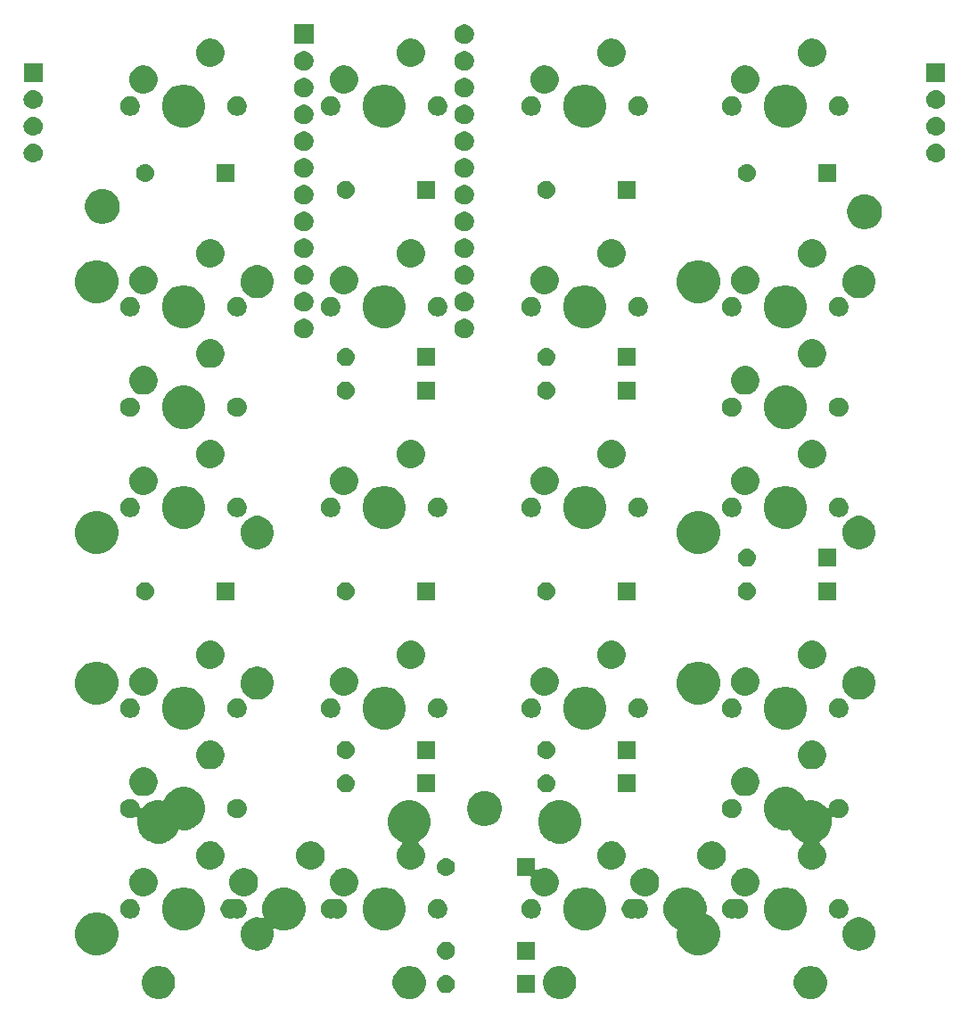
<source format=gbr>
G04 #@! TF.GenerationSoftware,KiCad,Pcbnew,(5.1.4)-1*
G04 #@! TF.CreationDate,2021-01-30T01:06:02-06:00*
G04 #@! TF.ProjectId,65Numpad,36354e75-6d70-4616-942e-6b696361645f,rev?*
G04 #@! TF.SameCoordinates,Original*
G04 #@! TF.FileFunction,Soldermask,Bot*
G04 #@! TF.FilePolarity,Negative*
%FSLAX46Y46*%
G04 Gerber Fmt 4.6, Leading zero omitted, Abs format (unit mm)*
G04 Created by KiCad (PCBNEW (5.1.4)-1) date 2021-01-30 01:06:02*
%MOMM*%
%LPD*%
G04 APERTURE LIST*
%ADD10C,0.100000*%
G04 APERTURE END LIST*
D10*
G36*
X398921911Y-140408026D02*
G01*
X399040637Y-140457204D01*
X399208541Y-140526752D01*
X399208542Y-140526753D01*
X399466504Y-140699117D01*
X399685883Y-140918496D01*
X399801053Y-141090861D01*
X399858248Y-141176459D01*
X399885629Y-141242563D01*
X399976974Y-141463089D01*
X400037500Y-141767376D01*
X400037500Y-142077624D01*
X399976974Y-142381911D01*
X399927796Y-142500637D01*
X399858248Y-142668541D01*
X399858247Y-142668542D01*
X399685883Y-142926504D01*
X399466504Y-143145883D01*
X399294139Y-143261053D01*
X399208541Y-143318248D01*
X399040637Y-143387796D01*
X398921911Y-143436974D01*
X398769767Y-143467237D01*
X398617625Y-143497500D01*
X398307375Y-143497500D01*
X398003089Y-143436974D01*
X397884363Y-143387796D01*
X397716459Y-143318248D01*
X397630861Y-143261053D01*
X397458496Y-143145883D01*
X397239117Y-142926504D01*
X397066753Y-142668542D01*
X397066752Y-142668541D01*
X396997204Y-142500637D01*
X396948026Y-142381911D01*
X396887500Y-142077624D01*
X396887500Y-141767376D01*
X396948026Y-141463089D01*
X397039371Y-141242563D01*
X397066752Y-141176459D01*
X397123947Y-141090861D01*
X397239117Y-140918496D01*
X397458496Y-140699117D01*
X397716458Y-140526753D01*
X397716459Y-140526752D01*
X397884363Y-140457204D01*
X398003089Y-140408026D01*
X398307375Y-140347500D01*
X398617625Y-140347500D01*
X398921911Y-140408026D01*
X398921911Y-140408026D01*
G37*
G36*
X375109411Y-140408026D02*
G01*
X375228137Y-140457204D01*
X375396041Y-140526752D01*
X375396042Y-140526753D01*
X375654004Y-140699117D01*
X375873383Y-140918496D01*
X375988553Y-141090861D01*
X376045748Y-141176459D01*
X376073129Y-141242563D01*
X376164474Y-141463089D01*
X376225000Y-141767376D01*
X376225000Y-142077624D01*
X376164474Y-142381911D01*
X376115296Y-142500637D01*
X376045748Y-142668541D01*
X376045747Y-142668542D01*
X375873383Y-142926504D01*
X375654004Y-143145883D01*
X375481639Y-143261053D01*
X375396041Y-143318248D01*
X375228137Y-143387796D01*
X375109411Y-143436974D01*
X374957267Y-143467237D01*
X374805125Y-143497500D01*
X374494875Y-143497500D01*
X374190589Y-143436974D01*
X374071863Y-143387796D01*
X373903959Y-143318248D01*
X373818361Y-143261053D01*
X373645996Y-143145883D01*
X373426617Y-142926504D01*
X373254253Y-142668542D01*
X373254252Y-142668541D01*
X373184704Y-142500637D01*
X373135526Y-142381911D01*
X373075000Y-142077624D01*
X373075000Y-141767376D01*
X373135526Y-141463089D01*
X373226871Y-141242563D01*
X373254252Y-141176459D01*
X373311447Y-141090861D01*
X373426617Y-140918496D01*
X373645996Y-140699117D01*
X373903958Y-140526753D01*
X373903959Y-140526752D01*
X374071863Y-140457204D01*
X374190589Y-140408026D01*
X374494875Y-140347500D01*
X374805125Y-140347500D01*
X375109411Y-140408026D01*
X375109411Y-140408026D01*
G37*
G36*
X337009411Y-140408026D02*
G01*
X337128137Y-140457204D01*
X337296041Y-140526752D01*
X337296042Y-140526753D01*
X337554004Y-140699117D01*
X337773383Y-140918496D01*
X337888553Y-141090861D01*
X337945748Y-141176459D01*
X337973129Y-141242563D01*
X338064474Y-141463089D01*
X338125000Y-141767376D01*
X338125000Y-142077624D01*
X338064474Y-142381911D01*
X338015296Y-142500637D01*
X337945748Y-142668541D01*
X337945747Y-142668542D01*
X337773383Y-142926504D01*
X337554004Y-143145883D01*
X337381639Y-143261053D01*
X337296041Y-143318248D01*
X337128137Y-143387796D01*
X337009411Y-143436974D01*
X336705125Y-143497500D01*
X336394875Y-143497500D01*
X336090589Y-143436974D01*
X335971863Y-143387796D01*
X335803959Y-143318248D01*
X335718361Y-143261053D01*
X335545996Y-143145883D01*
X335326617Y-142926504D01*
X335154253Y-142668542D01*
X335154252Y-142668541D01*
X335084704Y-142500637D01*
X335035526Y-142381911D01*
X334975000Y-142077624D01*
X334975000Y-141767376D01*
X335035526Y-141463089D01*
X335126871Y-141242563D01*
X335154252Y-141176459D01*
X335211447Y-141090861D01*
X335326617Y-140918496D01*
X335545996Y-140699117D01*
X335803958Y-140526753D01*
X335803959Y-140526752D01*
X335971863Y-140457204D01*
X336090589Y-140408026D01*
X336394875Y-140347500D01*
X336705125Y-140347500D01*
X337009411Y-140408026D01*
X337009411Y-140408026D01*
G37*
G36*
X360821911Y-140408026D02*
G01*
X360940637Y-140457204D01*
X361108541Y-140526752D01*
X361108542Y-140526753D01*
X361366504Y-140699117D01*
X361585883Y-140918496D01*
X361701053Y-141090861D01*
X361758248Y-141176459D01*
X361785629Y-141242563D01*
X361876974Y-141463089D01*
X361937500Y-141767376D01*
X361937500Y-142077624D01*
X361876974Y-142381911D01*
X361827796Y-142500637D01*
X361758248Y-142668541D01*
X361758247Y-142668542D01*
X361585883Y-142926504D01*
X361366504Y-143145883D01*
X361194139Y-143261053D01*
X361108541Y-143318248D01*
X360940637Y-143387796D01*
X360821911Y-143436974D01*
X360669767Y-143467237D01*
X360517625Y-143497500D01*
X360207375Y-143497500D01*
X359903089Y-143436974D01*
X359784363Y-143387796D01*
X359616459Y-143318248D01*
X359530861Y-143261053D01*
X359358496Y-143145883D01*
X359139117Y-142926504D01*
X358966753Y-142668542D01*
X358966752Y-142668541D01*
X358897204Y-142500637D01*
X358848026Y-142381911D01*
X358787500Y-142077624D01*
X358787500Y-141767376D01*
X358848026Y-141463089D01*
X358939371Y-141242563D01*
X358966752Y-141176459D01*
X359023947Y-141090861D01*
X359139117Y-140918496D01*
X359358496Y-140699117D01*
X359616458Y-140526753D01*
X359616459Y-140526752D01*
X359784363Y-140457204D01*
X359903089Y-140408026D01*
X360207375Y-140347500D01*
X360517625Y-140347500D01*
X360821911Y-140408026D01*
X360821911Y-140408026D01*
G37*
G36*
X372326000Y-142932250D02*
G01*
X370624000Y-142932250D01*
X370624000Y-141230250D01*
X372326000Y-141230250D01*
X372326000Y-142932250D01*
X372326000Y-142932250D01*
G37*
G36*
X364021823Y-141242563D02*
G01*
X364182242Y-141291226D01*
X364314906Y-141362136D01*
X364330078Y-141370246D01*
X364459659Y-141476591D01*
X364566004Y-141606172D01*
X364566005Y-141606174D01*
X364645024Y-141754008D01*
X364693687Y-141914427D01*
X364710117Y-142081250D01*
X364693687Y-142248073D01*
X364645024Y-142408492D01*
X364574114Y-142541156D01*
X364566004Y-142556328D01*
X364459659Y-142685909D01*
X364330078Y-142792254D01*
X364330076Y-142792255D01*
X364182242Y-142871274D01*
X364021823Y-142919937D01*
X363896804Y-142932250D01*
X363813196Y-142932250D01*
X363688177Y-142919937D01*
X363527758Y-142871274D01*
X363379924Y-142792255D01*
X363379922Y-142792254D01*
X363250341Y-142685909D01*
X363143996Y-142556328D01*
X363135886Y-142541156D01*
X363064976Y-142408492D01*
X363016313Y-142248073D01*
X362999883Y-142081250D01*
X363016313Y-141914427D01*
X363064976Y-141754008D01*
X363143995Y-141606174D01*
X363143996Y-141606172D01*
X363250341Y-141476591D01*
X363379922Y-141370246D01*
X363395094Y-141362136D01*
X363527758Y-141291226D01*
X363688177Y-141242563D01*
X363813196Y-141230250D01*
X363896804Y-141230250D01*
X364021823Y-141242563D01*
X364021823Y-141242563D01*
G37*
G36*
X372326000Y-139757250D02*
G01*
X370624000Y-139757250D01*
X370624000Y-138055250D01*
X372326000Y-138055250D01*
X372326000Y-139757250D01*
X372326000Y-139757250D01*
G37*
G36*
X364021823Y-138067563D02*
G01*
X364182242Y-138116226D01*
X364314906Y-138187136D01*
X364330078Y-138195246D01*
X364459659Y-138301591D01*
X364566004Y-138431172D01*
X364566005Y-138431174D01*
X364645024Y-138579008D01*
X364693687Y-138739427D01*
X364710117Y-138906250D01*
X364693687Y-139073073D01*
X364645024Y-139233492D01*
X364617457Y-139285066D01*
X364566004Y-139381328D01*
X364459659Y-139510909D01*
X364330078Y-139617254D01*
X364330076Y-139617255D01*
X364182242Y-139696274D01*
X364021823Y-139744937D01*
X363896804Y-139757250D01*
X363813196Y-139757250D01*
X363688177Y-139744937D01*
X363527758Y-139696274D01*
X363379924Y-139617255D01*
X363379922Y-139617254D01*
X363250341Y-139510909D01*
X363143996Y-139381328D01*
X363092543Y-139285066D01*
X363064976Y-139233492D01*
X363016313Y-139073073D01*
X362999883Y-138906250D01*
X363016313Y-138739427D01*
X363064976Y-138579008D01*
X363143995Y-138431174D01*
X363143996Y-138431172D01*
X363250341Y-138301591D01*
X363379922Y-138195246D01*
X363395094Y-138187136D01*
X363527758Y-138116226D01*
X363688177Y-138067563D01*
X363813196Y-138055250D01*
X363896804Y-138055250D01*
X364021823Y-138067563D01*
X364021823Y-138067563D01*
G37*
G36*
X387152724Y-132971184D02*
G01*
X387312677Y-133037439D01*
X387524873Y-133125333D01*
X387859798Y-133349123D01*
X388144627Y-133633952D01*
X388368417Y-133968877D01*
X388403683Y-134054018D01*
X388522566Y-134341026D01*
X388601150Y-134736094D01*
X388601150Y-135138906D01*
X388568341Y-135303848D01*
X388565939Y-135328234D01*
X388568341Y-135352620D01*
X388575454Y-135376069D01*
X388587005Y-135397680D01*
X388602550Y-135416622D01*
X388621492Y-135432167D01*
X388643103Y-135443718D01*
X388794873Y-135506583D01*
X389129798Y-135730373D01*
X389414627Y-136015202D01*
X389638417Y-136350127D01*
X389638417Y-136350128D01*
X389792566Y-136722276D01*
X389871150Y-137117344D01*
X389871150Y-137520156D01*
X389792566Y-137915224D01*
X389709308Y-138116226D01*
X389638417Y-138287373D01*
X389414627Y-138622298D01*
X389129798Y-138907127D01*
X388794873Y-139130917D01*
X388640724Y-139194767D01*
X388422724Y-139285066D01*
X388027656Y-139363650D01*
X387624844Y-139363650D01*
X387229776Y-139285066D01*
X387011776Y-139194767D01*
X386857627Y-139130917D01*
X386522702Y-138907127D01*
X386237873Y-138622298D01*
X386014083Y-138287373D01*
X385943192Y-138116226D01*
X385859934Y-137915224D01*
X385781350Y-137520156D01*
X385781350Y-137117344D01*
X385814159Y-136952402D01*
X385816561Y-136928016D01*
X385814159Y-136903630D01*
X385807046Y-136880181D01*
X385795495Y-136858570D01*
X385779950Y-136839628D01*
X385761008Y-136824083D01*
X385739397Y-136812532D01*
X385694925Y-136794111D01*
X385587627Y-136749667D01*
X385252702Y-136525877D01*
X384967873Y-136241048D01*
X384744083Y-135906123D01*
X384640799Y-135656772D01*
X384589934Y-135533974D01*
X384511350Y-135138906D01*
X384511350Y-134736094D01*
X384589934Y-134341026D01*
X384708817Y-134054018D01*
X384744083Y-133968877D01*
X384967873Y-133633952D01*
X385252702Y-133349123D01*
X385587627Y-133125333D01*
X385799823Y-133037439D01*
X385959776Y-132971184D01*
X386354844Y-132892600D01*
X386757656Y-132892600D01*
X387152724Y-132971184D01*
X387152724Y-132971184D01*
G37*
G36*
X331272724Y-135352434D02*
G01*
X331381957Y-135397680D01*
X331644873Y-135506583D01*
X331979798Y-135730373D01*
X332264627Y-136015202D01*
X332488417Y-136350127D01*
X332488417Y-136350128D01*
X332642566Y-136722276D01*
X332721150Y-137117344D01*
X332721150Y-137520156D01*
X332642566Y-137915224D01*
X332559308Y-138116226D01*
X332488417Y-138287373D01*
X332264627Y-138622298D01*
X331979798Y-138907127D01*
X331644873Y-139130917D01*
X331490724Y-139194767D01*
X331272724Y-139285066D01*
X330877656Y-139363650D01*
X330474844Y-139363650D01*
X330079776Y-139285066D01*
X329861776Y-139194767D01*
X329707627Y-139130917D01*
X329372702Y-138907127D01*
X329087873Y-138622298D01*
X328864083Y-138287373D01*
X328793192Y-138116226D01*
X328709934Y-137915224D01*
X328631350Y-137520156D01*
X328631350Y-137117344D01*
X328709934Y-136722276D01*
X328864083Y-136350128D01*
X328864083Y-136350127D01*
X329087873Y-136015202D01*
X329372702Y-135730373D01*
X329707627Y-135506583D01*
X329970543Y-135397680D01*
X330079776Y-135352434D01*
X330474844Y-135273850D01*
X330877656Y-135273850D01*
X331272724Y-135352434D01*
X331272724Y-135352434D01*
G37*
G36*
X403373517Y-135774013D02*
G01*
X403525661Y-135804276D01*
X403644387Y-135853454D01*
X403812291Y-135923002D01*
X403812292Y-135923003D01*
X404070254Y-136095367D01*
X404289633Y-136314746D01*
X404313274Y-136350128D01*
X404461998Y-136572709D01*
X404523950Y-136722275D01*
X404580724Y-136859339D01*
X404597464Y-136943496D01*
X404641250Y-137163625D01*
X404641250Y-137473875D01*
X404580724Y-137778160D01*
X404461998Y-138064791D01*
X404460145Y-138067564D01*
X404289633Y-138322754D01*
X404070254Y-138542133D01*
X403950278Y-138622298D01*
X403812291Y-138714498D01*
X403644387Y-138784046D01*
X403525661Y-138833224D01*
X403373517Y-138863487D01*
X403221375Y-138893750D01*
X402911125Y-138893750D01*
X402758983Y-138863487D01*
X402606839Y-138833224D01*
X402488113Y-138784046D01*
X402320209Y-138714498D01*
X402182222Y-138622298D01*
X402062246Y-138542133D01*
X401842867Y-138322754D01*
X401672355Y-138067564D01*
X401670502Y-138064791D01*
X401551776Y-137778160D01*
X401491250Y-137473875D01*
X401491250Y-137163625D01*
X401535036Y-136943496D01*
X401551776Y-136859339D01*
X401608550Y-136722275D01*
X401670502Y-136572709D01*
X401819226Y-136350128D01*
X401842867Y-136314746D01*
X402062246Y-136095367D01*
X402320208Y-135923003D01*
X402320209Y-135923002D01*
X402488113Y-135853454D01*
X402606839Y-135804276D01*
X402758983Y-135774013D01*
X402911125Y-135743750D01*
X403221375Y-135743750D01*
X403373517Y-135774013D01*
X403373517Y-135774013D01*
G37*
G36*
X349052724Y-132971184D02*
G01*
X349212677Y-133037439D01*
X349424873Y-133125333D01*
X349759798Y-133349123D01*
X350044627Y-133633952D01*
X350268417Y-133968877D01*
X350303683Y-134054018D01*
X350422566Y-134341026D01*
X350501150Y-134736094D01*
X350501150Y-135138906D01*
X350422566Y-135533974D01*
X350371701Y-135656772D01*
X350268417Y-135906123D01*
X350044627Y-136241048D01*
X349759798Y-136525877D01*
X349424873Y-136749667D01*
X349317575Y-136794111D01*
X349052724Y-136903816D01*
X348657656Y-136982400D01*
X348254844Y-136982400D01*
X347859776Y-136903816D01*
X347617896Y-136803626D01*
X347594447Y-136796513D01*
X347570061Y-136794111D01*
X347545675Y-136796513D01*
X347522226Y-136803626D01*
X347500615Y-136815177D01*
X347481673Y-136830722D01*
X347466128Y-136849664D01*
X347454577Y-136871275D01*
X347447464Y-136894724D01*
X347445062Y-136919110D01*
X347447464Y-136943496D01*
X347491250Y-137163625D01*
X347491250Y-137473875D01*
X347430724Y-137778160D01*
X347311998Y-138064791D01*
X347310145Y-138067564D01*
X347139633Y-138322754D01*
X346920254Y-138542133D01*
X346800278Y-138622298D01*
X346662291Y-138714498D01*
X346494387Y-138784046D01*
X346375661Y-138833224D01*
X346223517Y-138863487D01*
X346071375Y-138893750D01*
X345761125Y-138893750D01*
X345608983Y-138863487D01*
X345456839Y-138833224D01*
X345338113Y-138784046D01*
X345170209Y-138714498D01*
X345032222Y-138622298D01*
X344912246Y-138542133D01*
X344692867Y-138322754D01*
X344522355Y-138067564D01*
X344520502Y-138064791D01*
X344401776Y-137778160D01*
X344341250Y-137473875D01*
X344341250Y-137163625D01*
X344385036Y-136943496D01*
X344401776Y-136859339D01*
X344458550Y-136722275D01*
X344520502Y-136572709D01*
X344669226Y-136350128D01*
X344692867Y-136314746D01*
X344912246Y-136095367D01*
X345170208Y-135923003D01*
X345170209Y-135923002D01*
X345338113Y-135853454D01*
X345456839Y-135804276D01*
X345608983Y-135774013D01*
X345761125Y-135743750D01*
X346071375Y-135743750D01*
X346132291Y-135755867D01*
X346375661Y-135804276D01*
X346375663Y-135804277D01*
X346381727Y-135805483D01*
X346393403Y-135809024D01*
X346417789Y-135811425D01*
X346442175Y-135809022D01*
X346465624Y-135801908D01*
X346487234Y-135790356D01*
X346506175Y-135774810D01*
X346521720Y-135755867D01*
X346533270Y-135734256D01*
X346540382Y-135710807D01*
X346542783Y-135686421D01*
X346540380Y-135662035D01*
X346533268Y-135638591D01*
X346489934Y-135533974D01*
X346411350Y-135138906D01*
X346411350Y-134736094D01*
X346489934Y-134341026D01*
X346608817Y-134054018D01*
X346644083Y-133968877D01*
X346867873Y-133633952D01*
X347152702Y-133349123D01*
X347487627Y-133125333D01*
X347699823Y-133037439D01*
X347859776Y-132971184D01*
X348254844Y-132892600D01*
X348657656Y-132892600D01*
X349052724Y-132971184D01*
X349052724Y-132971184D01*
G37*
G36*
X339529504Y-132965318D02*
G01*
X339902761Y-133119926D01*
X339902763Y-133119927D01*
X340238686Y-133344384D01*
X340524366Y-133630064D01*
X340603503Y-133748500D01*
X340748824Y-133965989D01*
X340903432Y-134339246D01*
X340982250Y-134735493D01*
X340982250Y-135139507D01*
X340903432Y-135535754D01*
X340750020Y-135906123D01*
X340748823Y-135909013D01*
X340524366Y-136244936D01*
X340238686Y-136530616D01*
X339902763Y-136755073D01*
X339902762Y-136755074D01*
X339902761Y-136755074D01*
X339529504Y-136909682D01*
X339133257Y-136988500D01*
X338729243Y-136988500D01*
X338332996Y-136909682D01*
X337959739Y-136755074D01*
X337959738Y-136755074D01*
X337959737Y-136755073D01*
X337623814Y-136530616D01*
X337338134Y-136244936D01*
X337113677Y-135909013D01*
X337112480Y-135906123D01*
X336959068Y-135535754D01*
X336880250Y-135139507D01*
X336880250Y-134735493D01*
X336959068Y-134339246D01*
X337113676Y-133965989D01*
X337258998Y-133748500D01*
X337338134Y-133630064D01*
X337623814Y-133344384D01*
X337959737Y-133119927D01*
X337959739Y-133119926D01*
X338332996Y-132965318D01*
X338729243Y-132886500D01*
X339133257Y-132886500D01*
X339529504Y-132965318D01*
X339529504Y-132965318D01*
G37*
G36*
X358579504Y-132965318D02*
G01*
X358952761Y-133119926D01*
X358952763Y-133119927D01*
X359288686Y-133344384D01*
X359574366Y-133630064D01*
X359653503Y-133748500D01*
X359798824Y-133965989D01*
X359953432Y-134339246D01*
X360032250Y-134735493D01*
X360032250Y-135139507D01*
X359953432Y-135535754D01*
X359800020Y-135906123D01*
X359798823Y-135909013D01*
X359574366Y-136244936D01*
X359288686Y-136530616D01*
X358952763Y-136755073D01*
X358952762Y-136755074D01*
X358952761Y-136755074D01*
X358579504Y-136909682D01*
X358183257Y-136988500D01*
X357779243Y-136988500D01*
X357382996Y-136909682D01*
X357009739Y-136755074D01*
X357009738Y-136755074D01*
X357009737Y-136755073D01*
X356673814Y-136530616D01*
X356388134Y-136244936D01*
X356163677Y-135909013D01*
X356162480Y-135906123D01*
X356009068Y-135535754D01*
X355930250Y-135139507D01*
X355930250Y-134735493D01*
X356009068Y-134339246D01*
X356163676Y-133965989D01*
X356308998Y-133748500D01*
X356388134Y-133630064D01*
X356673814Y-133344384D01*
X357009737Y-133119927D01*
X357009739Y-133119926D01*
X357382996Y-132965318D01*
X357779243Y-132886500D01*
X358183257Y-132886500D01*
X358579504Y-132965318D01*
X358579504Y-132965318D01*
G37*
G36*
X396679504Y-132965318D02*
G01*
X397052761Y-133119926D01*
X397052763Y-133119927D01*
X397388686Y-133344384D01*
X397674366Y-133630064D01*
X397753503Y-133748500D01*
X397898824Y-133965989D01*
X398053432Y-134339246D01*
X398132250Y-134735493D01*
X398132250Y-135139507D01*
X398053432Y-135535754D01*
X397900020Y-135906123D01*
X397898823Y-135909013D01*
X397674366Y-136244936D01*
X397388686Y-136530616D01*
X397052763Y-136755073D01*
X397052762Y-136755074D01*
X397052761Y-136755074D01*
X396679504Y-136909682D01*
X396283257Y-136988500D01*
X395879243Y-136988500D01*
X395482996Y-136909682D01*
X395109739Y-136755074D01*
X395109738Y-136755074D01*
X395109737Y-136755073D01*
X394773814Y-136530616D01*
X394488134Y-136244936D01*
X394263677Y-135909013D01*
X394262480Y-135906123D01*
X394109068Y-135535754D01*
X394030250Y-135139507D01*
X394030250Y-134735493D01*
X394109068Y-134339246D01*
X394263676Y-133965989D01*
X394408998Y-133748500D01*
X394488134Y-133630064D01*
X394773814Y-133344384D01*
X395109737Y-133119927D01*
X395109739Y-133119926D01*
X395482996Y-132965318D01*
X395879243Y-132886500D01*
X396283257Y-132886500D01*
X396679504Y-132965318D01*
X396679504Y-132965318D01*
G37*
G36*
X377629504Y-132965318D02*
G01*
X378002761Y-133119926D01*
X378002763Y-133119927D01*
X378338686Y-133344384D01*
X378624366Y-133630064D01*
X378703503Y-133748500D01*
X378848824Y-133965989D01*
X379003432Y-134339246D01*
X379082250Y-134735493D01*
X379082250Y-135139507D01*
X379003432Y-135535754D01*
X378850020Y-135906123D01*
X378848823Y-135909013D01*
X378624366Y-136244936D01*
X378338686Y-136530616D01*
X378002763Y-136755073D01*
X378002762Y-136755074D01*
X378002761Y-136755074D01*
X377629504Y-136909682D01*
X377233257Y-136988500D01*
X376829243Y-136988500D01*
X376432996Y-136909682D01*
X376059739Y-136755074D01*
X376059738Y-136755074D01*
X376059737Y-136755073D01*
X375723814Y-136530616D01*
X375438134Y-136244936D01*
X375213677Y-135909013D01*
X375212480Y-135906123D01*
X375059068Y-135535754D01*
X374980250Y-135139507D01*
X374980250Y-134735493D01*
X375059068Y-134339246D01*
X375213676Y-133965989D01*
X375358998Y-133748500D01*
X375438134Y-133630064D01*
X375723814Y-133344384D01*
X376059737Y-133119927D01*
X376059739Y-133119926D01*
X376432996Y-132965318D01*
X376829243Y-132886500D01*
X377233257Y-132886500D01*
X377629504Y-132965318D01*
X377629504Y-132965318D01*
G37*
G36*
X343646354Y-134047085D02*
G01*
X343646360Y-134047088D01*
X343646815Y-134047178D01*
X343669368Y-134054018D01*
X343693754Y-134056419D01*
X343718140Y-134054016D01*
X343740685Y-134047178D01*
X343741140Y-134047088D01*
X343741146Y-134047085D01*
X343920047Y-134011500D01*
X344102453Y-134011500D01*
X344281354Y-134047085D01*
X344449876Y-134116889D01*
X344601541Y-134218228D01*
X344730522Y-134347209D01*
X344831861Y-134498874D01*
X344901665Y-134667396D01*
X344937250Y-134846297D01*
X344937250Y-135028703D01*
X344901665Y-135207604D01*
X344831861Y-135376126D01*
X344730522Y-135527791D01*
X344601541Y-135656772D01*
X344449876Y-135758111D01*
X344281354Y-135827915D01*
X344102453Y-135863500D01*
X343920047Y-135863500D01*
X343741146Y-135827915D01*
X343741140Y-135827912D01*
X343740685Y-135827822D01*
X343718132Y-135820982D01*
X343693746Y-135818581D01*
X343669360Y-135820984D01*
X343646815Y-135827822D01*
X343646360Y-135827912D01*
X343646354Y-135827915D01*
X343467453Y-135863500D01*
X343285047Y-135863500D01*
X343106146Y-135827915D01*
X342937624Y-135758111D01*
X342785959Y-135656772D01*
X342656978Y-135527791D01*
X342555639Y-135376126D01*
X342485835Y-135207604D01*
X342450250Y-135028703D01*
X342450250Y-134846297D01*
X342485835Y-134667396D01*
X342555639Y-134498874D01*
X342656978Y-134347209D01*
X342785959Y-134218228D01*
X342937624Y-134116889D01*
X343106146Y-134047085D01*
X343285047Y-134011500D01*
X343467453Y-134011500D01*
X343646354Y-134047085D01*
X343646354Y-134047085D01*
G37*
G36*
X363331354Y-134047085D02*
G01*
X363499876Y-134116889D01*
X363651541Y-134218228D01*
X363780522Y-134347209D01*
X363881861Y-134498874D01*
X363951665Y-134667396D01*
X363987250Y-134846297D01*
X363987250Y-135028703D01*
X363951665Y-135207604D01*
X363881861Y-135376126D01*
X363780522Y-135527791D01*
X363651541Y-135656772D01*
X363499876Y-135758111D01*
X363331354Y-135827915D01*
X363152453Y-135863500D01*
X362970047Y-135863500D01*
X362791146Y-135827915D01*
X362622624Y-135758111D01*
X362470959Y-135656772D01*
X362341978Y-135527791D01*
X362240639Y-135376126D01*
X362170835Y-135207604D01*
X362135250Y-135028703D01*
X362135250Y-134846297D01*
X362170835Y-134667396D01*
X362240639Y-134498874D01*
X362341978Y-134347209D01*
X362470959Y-134218228D01*
X362622624Y-134116889D01*
X362791146Y-134047085D01*
X362970047Y-134011500D01*
X363152453Y-134011500D01*
X363331354Y-134047085D01*
X363331354Y-134047085D01*
G37*
G36*
X334121354Y-134047085D02*
G01*
X334289876Y-134116889D01*
X334441541Y-134218228D01*
X334570522Y-134347209D01*
X334671861Y-134498874D01*
X334741665Y-134667396D01*
X334777250Y-134846297D01*
X334777250Y-135028703D01*
X334741665Y-135207604D01*
X334671861Y-135376126D01*
X334570522Y-135527791D01*
X334441541Y-135656772D01*
X334289876Y-135758111D01*
X334121354Y-135827915D01*
X333942453Y-135863500D01*
X333760047Y-135863500D01*
X333581146Y-135827915D01*
X333412624Y-135758111D01*
X333260959Y-135656772D01*
X333131978Y-135527791D01*
X333030639Y-135376126D01*
X332960835Y-135207604D01*
X332925250Y-135028703D01*
X332925250Y-134846297D01*
X332960835Y-134667396D01*
X333030639Y-134498874D01*
X333131978Y-134347209D01*
X333260959Y-134218228D01*
X333412624Y-134116889D01*
X333581146Y-134047085D01*
X333760047Y-134011500D01*
X333942453Y-134011500D01*
X334121354Y-134047085D01*
X334121354Y-134047085D01*
G37*
G36*
X372221354Y-134047085D02*
G01*
X372389876Y-134116889D01*
X372541541Y-134218228D01*
X372670522Y-134347209D01*
X372771861Y-134498874D01*
X372841665Y-134667396D01*
X372877250Y-134846297D01*
X372877250Y-135028703D01*
X372841665Y-135207604D01*
X372771861Y-135376126D01*
X372670522Y-135527791D01*
X372541541Y-135656772D01*
X372389876Y-135758111D01*
X372221354Y-135827915D01*
X372042453Y-135863500D01*
X371860047Y-135863500D01*
X371681146Y-135827915D01*
X371512624Y-135758111D01*
X371360959Y-135656772D01*
X371231978Y-135527791D01*
X371130639Y-135376126D01*
X371060835Y-135207604D01*
X371025250Y-135028703D01*
X371025250Y-134846297D01*
X371060835Y-134667396D01*
X371130639Y-134498874D01*
X371231978Y-134347209D01*
X371360959Y-134218228D01*
X371512624Y-134116889D01*
X371681146Y-134047085D01*
X371860047Y-134011500D01*
X372042453Y-134011500D01*
X372221354Y-134047085D01*
X372221354Y-134047085D01*
G37*
G36*
X381746354Y-134047085D02*
G01*
X381746360Y-134047088D01*
X381746815Y-134047178D01*
X381769368Y-134054018D01*
X381793754Y-134056419D01*
X381818140Y-134054016D01*
X381840685Y-134047178D01*
X381841140Y-134047088D01*
X381841146Y-134047085D01*
X382020047Y-134011500D01*
X382202453Y-134011500D01*
X382381354Y-134047085D01*
X382549876Y-134116889D01*
X382701541Y-134218228D01*
X382830522Y-134347209D01*
X382931861Y-134498874D01*
X383001665Y-134667396D01*
X383037250Y-134846297D01*
X383037250Y-135028703D01*
X383001665Y-135207604D01*
X382931861Y-135376126D01*
X382830522Y-135527791D01*
X382701541Y-135656772D01*
X382549876Y-135758111D01*
X382381354Y-135827915D01*
X382202453Y-135863500D01*
X382020047Y-135863500D01*
X381841146Y-135827915D01*
X381841140Y-135827912D01*
X381840685Y-135827822D01*
X381818132Y-135820982D01*
X381793746Y-135818581D01*
X381769360Y-135820984D01*
X381746815Y-135827822D01*
X381746360Y-135827912D01*
X381746354Y-135827915D01*
X381567453Y-135863500D01*
X381385047Y-135863500D01*
X381206146Y-135827915D01*
X381037624Y-135758111D01*
X380885959Y-135656772D01*
X380756978Y-135527791D01*
X380655639Y-135376126D01*
X380585835Y-135207604D01*
X380550250Y-135028703D01*
X380550250Y-134846297D01*
X380585835Y-134667396D01*
X380655639Y-134498874D01*
X380756978Y-134347209D01*
X380885959Y-134218228D01*
X381037624Y-134116889D01*
X381206146Y-134047085D01*
X381385047Y-134011500D01*
X381567453Y-134011500D01*
X381746354Y-134047085D01*
X381746354Y-134047085D01*
G37*
G36*
X353171354Y-134047085D02*
G01*
X353171360Y-134047088D01*
X353171815Y-134047178D01*
X353194368Y-134054018D01*
X353218754Y-134056419D01*
X353243140Y-134054016D01*
X353265685Y-134047178D01*
X353266140Y-134047088D01*
X353266146Y-134047085D01*
X353445047Y-134011500D01*
X353627453Y-134011500D01*
X353806354Y-134047085D01*
X353974876Y-134116889D01*
X354126541Y-134218228D01*
X354255522Y-134347209D01*
X354356861Y-134498874D01*
X354426665Y-134667396D01*
X354462250Y-134846297D01*
X354462250Y-135028703D01*
X354426665Y-135207604D01*
X354356861Y-135376126D01*
X354255522Y-135527791D01*
X354126541Y-135656772D01*
X353974876Y-135758111D01*
X353806354Y-135827915D01*
X353627453Y-135863500D01*
X353445047Y-135863500D01*
X353266146Y-135827915D01*
X353266140Y-135827912D01*
X353265685Y-135827822D01*
X353243132Y-135820982D01*
X353218746Y-135818581D01*
X353194360Y-135820984D01*
X353171815Y-135827822D01*
X353171360Y-135827912D01*
X353171354Y-135827915D01*
X352992453Y-135863500D01*
X352810047Y-135863500D01*
X352631146Y-135827915D01*
X352462624Y-135758111D01*
X352310959Y-135656772D01*
X352181978Y-135527791D01*
X352080639Y-135376126D01*
X352010835Y-135207604D01*
X351975250Y-135028703D01*
X351975250Y-134846297D01*
X352010835Y-134667396D01*
X352080639Y-134498874D01*
X352181978Y-134347209D01*
X352310959Y-134218228D01*
X352462624Y-134116889D01*
X352631146Y-134047085D01*
X352810047Y-134011500D01*
X352992453Y-134011500D01*
X353171354Y-134047085D01*
X353171354Y-134047085D01*
G37*
G36*
X391271354Y-134047085D02*
G01*
X391271360Y-134047088D01*
X391271815Y-134047178D01*
X391294368Y-134054018D01*
X391318754Y-134056419D01*
X391343140Y-134054016D01*
X391365685Y-134047178D01*
X391366140Y-134047088D01*
X391366146Y-134047085D01*
X391545047Y-134011500D01*
X391727453Y-134011500D01*
X391906354Y-134047085D01*
X392074876Y-134116889D01*
X392226541Y-134218228D01*
X392355522Y-134347209D01*
X392456861Y-134498874D01*
X392526665Y-134667396D01*
X392562250Y-134846297D01*
X392562250Y-135028703D01*
X392526665Y-135207604D01*
X392456861Y-135376126D01*
X392355522Y-135527791D01*
X392226541Y-135656772D01*
X392074876Y-135758111D01*
X391906354Y-135827915D01*
X391727453Y-135863500D01*
X391545047Y-135863500D01*
X391366146Y-135827915D01*
X391366140Y-135827912D01*
X391365685Y-135827822D01*
X391343132Y-135820982D01*
X391318746Y-135818581D01*
X391294360Y-135820984D01*
X391271815Y-135827822D01*
X391271360Y-135827912D01*
X391271354Y-135827915D01*
X391092453Y-135863500D01*
X390910047Y-135863500D01*
X390731146Y-135827915D01*
X390562624Y-135758111D01*
X390410959Y-135656772D01*
X390281978Y-135527791D01*
X390180639Y-135376126D01*
X390110835Y-135207604D01*
X390075250Y-135028703D01*
X390075250Y-134846297D01*
X390110835Y-134667396D01*
X390180639Y-134498874D01*
X390281978Y-134347209D01*
X390410959Y-134218228D01*
X390562624Y-134116889D01*
X390731146Y-134047085D01*
X390910047Y-134011500D01*
X391092453Y-134011500D01*
X391271354Y-134047085D01*
X391271354Y-134047085D01*
G37*
G36*
X401431354Y-134047085D02*
G01*
X401599876Y-134116889D01*
X401751541Y-134218228D01*
X401880522Y-134347209D01*
X401981861Y-134498874D01*
X402051665Y-134667396D01*
X402087250Y-134846297D01*
X402087250Y-135028703D01*
X402051665Y-135207604D01*
X401981861Y-135376126D01*
X401880522Y-135527791D01*
X401751541Y-135656772D01*
X401599876Y-135758111D01*
X401431354Y-135827915D01*
X401252453Y-135863500D01*
X401070047Y-135863500D01*
X400891146Y-135827915D01*
X400722624Y-135758111D01*
X400570959Y-135656772D01*
X400441978Y-135527791D01*
X400340639Y-135376126D01*
X400270835Y-135207604D01*
X400235250Y-135028703D01*
X400235250Y-134846297D01*
X400270835Y-134667396D01*
X400340639Y-134498874D01*
X400441978Y-134347209D01*
X400570959Y-134218228D01*
X400722624Y-134116889D01*
X400891146Y-134047085D01*
X401070047Y-134011500D01*
X401252453Y-134011500D01*
X401431354Y-134047085D01*
X401431354Y-134047085D01*
G37*
G36*
X345040322Y-131098418D02*
G01*
X345248943Y-131184831D01*
X345286189Y-131200259D01*
X345364343Y-131252480D01*
X345507461Y-131348109D01*
X345695641Y-131536289D01*
X345843492Y-131757563D01*
X345931127Y-131969135D01*
X345945332Y-132003428D01*
X345997250Y-132264438D01*
X345997250Y-132530562D01*
X345945332Y-132791572D01*
X345843491Y-133037439D01*
X345695640Y-133258712D01*
X345507462Y-133446890D01*
X345286189Y-133594741D01*
X345286188Y-133594742D01*
X345286187Y-133594742D01*
X345040322Y-133696582D01*
X344779313Y-133748500D01*
X344513187Y-133748500D01*
X344252178Y-133696582D01*
X344006313Y-133594742D01*
X344006312Y-133594742D01*
X344006311Y-133594741D01*
X343785038Y-133446890D01*
X343596860Y-133258712D01*
X343449009Y-133037439D01*
X343347168Y-132791572D01*
X343295250Y-132530562D01*
X343295250Y-132264438D01*
X343347168Y-132003428D01*
X343361373Y-131969135D01*
X343449008Y-131757563D01*
X343596859Y-131536289D01*
X343785039Y-131348109D01*
X343928157Y-131252480D01*
X344006311Y-131200259D01*
X344043558Y-131184831D01*
X344252178Y-131098418D01*
X344513187Y-131046500D01*
X344779313Y-131046500D01*
X345040322Y-131098418D01*
X345040322Y-131098418D01*
G37*
G36*
X383140322Y-131098418D02*
G01*
X383348943Y-131184831D01*
X383386189Y-131200259D01*
X383464343Y-131252480D01*
X383607461Y-131348109D01*
X383795641Y-131536289D01*
X383943492Y-131757563D01*
X384031127Y-131969135D01*
X384045332Y-132003428D01*
X384097250Y-132264438D01*
X384097250Y-132530562D01*
X384045332Y-132791572D01*
X383943491Y-133037439D01*
X383795640Y-133258712D01*
X383607462Y-133446890D01*
X383386189Y-133594741D01*
X383386188Y-133594742D01*
X383386187Y-133594742D01*
X383140322Y-133696582D01*
X382879313Y-133748500D01*
X382613187Y-133748500D01*
X382352178Y-133696582D01*
X382106313Y-133594742D01*
X382106312Y-133594742D01*
X382106311Y-133594741D01*
X381885038Y-133446890D01*
X381696860Y-133258712D01*
X381549009Y-133037439D01*
X381447168Y-132791572D01*
X381395250Y-132530562D01*
X381395250Y-132264438D01*
X381447168Y-132003428D01*
X381461373Y-131969135D01*
X381549008Y-131757563D01*
X381696859Y-131536289D01*
X381885039Y-131348109D01*
X382028157Y-131252480D01*
X382106311Y-131200259D01*
X382143558Y-131184831D01*
X382352178Y-131098418D01*
X382613187Y-131046500D01*
X382879313Y-131046500D01*
X383140322Y-131098418D01*
X383140322Y-131098418D01*
G37*
G36*
X335515322Y-131098418D02*
G01*
X335723943Y-131184831D01*
X335761189Y-131200259D01*
X335839343Y-131252480D01*
X335982461Y-131348109D01*
X336170641Y-131536289D01*
X336318492Y-131757563D01*
X336406127Y-131969135D01*
X336420332Y-132003428D01*
X336472250Y-132264438D01*
X336472250Y-132530562D01*
X336420332Y-132791572D01*
X336318491Y-133037439D01*
X336170640Y-133258712D01*
X335982462Y-133446890D01*
X335761189Y-133594741D01*
X335761188Y-133594742D01*
X335761187Y-133594742D01*
X335515322Y-133696582D01*
X335254313Y-133748500D01*
X334988187Y-133748500D01*
X334727178Y-133696582D01*
X334481313Y-133594742D01*
X334481312Y-133594742D01*
X334481311Y-133594741D01*
X334260038Y-133446890D01*
X334071860Y-133258712D01*
X333924009Y-133037439D01*
X333822168Y-132791572D01*
X333770250Y-132530562D01*
X333770250Y-132264438D01*
X333822168Y-132003428D01*
X333836373Y-131969135D01*
X333924008Y-131757563D01*
X334071859Y-131536289D01*
X334260039Y-131348109D01*
X334403157Y-131252480D01*
X334481311Y-131200259D01*
X334518558Y-131184831D01*
X334727178Y-131098418D01*
X334988187Y-131046500D01*
X335254313Y-131046500D01*
X335515322Y-131098418D01*
X335515322Y-131098418D01*
G37*
G36*
X372326000Y-131136996D02*
G01*
X372328402Y-131161382D01*
X372335515Y-131184831D01*
X372347066Y-131206442D01*
X372362611Y-131225384D01*
X372381553Y-131240929D01*
X372403164Y-131252480D01*
X372426613Y-131259593D01*
X372450999Y-131261995D01*
X372475385Y-131259593D01*
X372498834Y-131252480D01*
X372520443Y-131240930D01*
X372581311Y-131200259D01*
X372618558Y-131184831D01*
X372827178Y-131098418D01*
X373088187Y-131046500D01*
X373354313Y-131046500D01*
X373615322Y-131098418D01*
X373823943Y-131184831D01*
X373861189Y-131200259D01*
X373939343Y-131252480D01*
X374082461Y-131348109D01*
X374270641Y-131536289D01*
X374418492Y-131757563D01*
X374506127Y-131969135D01*
X374520332Y-132003428D01*
X374572250Y-132264438D01*
X374572250Y-132530562D01*
X374520332Y-132791572D01*
X374418491Y-133037439D01*
X374270640Y-133258712D01*
X374082462Y-133446890D01*
X373861189Y-133594741D01*
X373861188Y-133594742D01*
X373861187Y-133594742D01*
X373615322Y-133696582D01*
X373354313Y-133748500D01*
X373088187Y-133748500D01*
X372827178Y-133696582D01*
X372581313Y-133594742D01*
X372581312Y-133594742D01*
X372581311Y-133594741D01*
X372360038Y-133446890D01*
X372171860Y-133258712D01*
X372024009Y-133037439D01*
X371922168Y-132791572D01*
X371870250Y-132530562D01*
X371870250Y-132264438D01*
X371922168Y-132003428D01*
X371926661Y-131992581D01*
X371933773Y-131969135D01*
X371936175Y-131944749D01*
X371933773Y-131920363D01*
X371926660Y-131896914D01*
X371915109Y-131875303D01*
X371899564Y-131856361D01*
X371880622Y-131840816D01*
X371859011Y-131829265D01*
X371835562Y-131822152D01*
X371811176Y-131819750D01*
X370624000Y-131819750D01*
X370624000Y-130117750D01*
X372326000Y-130117750D01*
X372326000Y-131136996D01*
X372326000Y-131136996D01*
G37*
G36*
X392665322Y-131098418D02*
G01*
X392873943Y-131184831D01*
X392911189Y-131200259D01*
X392989343Y-131252480D01*
X393132461Y-131348109D01*
X393320641Y-131536289D01*
X393468492Y-131757563D01*
X393556127Y-131969135D01*
X393570332Y-132003428D01*
X393622250Y-132264438D01*
X393622250Y-132530562D01*
X393570332Y-132791572D01*
X393468491Y-133037439D01*
X393320640Y-133258712D01*
X393132462Y-133446890D01*
X392911189Y-133594741D01*
X392911188Y-133594742D01*
X392911187Y-133594742D01*
X392665322Y-133696582D01*
X392404313Y-133748500D01*
X392138187Y-133748500D01*
X391877178Y-133696582D01*
X391631313Y-133594742D01*
X391631312Y-133594742D01*
X391631311Y-133594741D01*
X391410038Y-133446890D01*
X391221860Y-133258712D01*
X391074009Y-133037439D01*
X390972168Y-132791572D01*
X390920250Y-132530562D01*
X390920250Y-132264438D01*
X390972168Y-132003428D01*
X390986373Y-131969135D01*
X391074008Y-131757563D01*
X391221859Y-131536289D01*
X391410039Y-131348109D01*
X391553157Y-131252480D01*
X391631311Y-131200259D01*
X391668558Y-131184831D01*
X391877178Y-131098418D01*
X392138187Y-131046500D01*
X392404313Y-131046500D01*
X392665322Y-131098418D01*
X392665322Y-131098418D01*
G37*
G36*
X354565322Y-131098418D02*
G01*
X354773943Y-131184831D01*
X354811189Y-131200259D01*
X354889343Y-131252480D01*
X355032461Y-131348109D01*
X355220641Y-131536289D01*
X355368492Y-131757563D01*
X355456127Y-131969135D01*
X355470332Y-132003428D01*
X355522250Y-132264438D01*
X355522250Y-132530562D01*
X355470332Y-132791572D01*
X355368491Y-133037439D01*
X355220640Y-133258712D01*
X355032462Y-133446890D01*
X354811189Y-133594741D01*
X354811188Y-133594742D01*
X354811187Y-133594742D01*
X354565322Y-133696582D01*
X354304313Y-133748500D01*
X354038187Y-133748500D01*
X353777178Y-133696582D01*
X353531313Y-133594742D01*
X353531312Y-133594742D01*
X353531311Y-133594741D01*
X353310038Y-133446890D01*
X353121860Y-133258712D01*
X352974009Y-133037439D01*
X352872168Y-132791572D01*
X352820250Y-132530562D01*
X352820250Y-132264438D01*
X352872168Y-132003428D01*
X352886373Y-131969135D01*
X352974008Y-131757563D01*
X353121859Y-131536289D01*
X353310039Y-131348109D01*
X353453157Y-131252480D01*
X353531311Y-131200259D01*
X353568558Y-131184831D01*
X353777178Y-131098418D01*
X354038187Y-131046500D01*
X354304313Y-131046500D01*
X354565322Y-131098418D01*
X354565322Y-131098418D01*
G37*
G36*
X364021823Y-130130063D02*
G01*
X364182242Y-130178726D01*
X364314906Y-130249636D01*
X364330078Y-130257746D01*
X364459659Y-130364091D01*
X364566004Y-130493672D01*
X364566005Y-130493674D01*
X364645024Y-130641508D01*
X364693687Y-130801927D01*
X364710117Y-130968750D01*
X364693687Y-131135573D01*
X364645024Y-131295992D01*
X364617166Y-131348110D01*
X364566004Y-131443828D01*
X364459659Y-131573409D01*
X364330078Y-131679754D01*
X364330076Y-131679755D01*
X364182242Y-131758774D01*
X364021823Y-131807437D01*
X363896804Y-131819750D01*
X363813196Y-131819750D01*
X363688177Y-131807437D01*
X363527758Y-131758774D01*
X363379924Y-131679755D01*
X363379922Y-131679754D01*
X363250341Y-131573409D01*
X363143996Y-131443828D01*
X363092834Y-131348110D01*
X363064976Y-131295992D01*
X363016313Y-131135573D01*
X362999883Y-130968750D01*
X363016313Y-130801927D01*
X363064976Y-130641508D01*
X363143995Y-130493674D01*
X363143996Y-130493672D01*
X363250341Y-130364091D01*
X363379922Y-130257746D01*
X363395094Y-130249636D01*
X363527758Y-130178726D01*
X363688177Y-130130063D01*
X363813196Y-130117750D01*
X363896804Y-130117750D01*
X364021823Y-130130063D01*
X364021823Y-130130063D01*
G37*
G36*
X379965322Y-128558418D02*
G01*
X380132049Y-128627478D01*
X380211189Y-128660259D01*
X380283633Y-128708665D01*
X380432461Y-128808109D01*
X380620641Y-128996289D01*
X380768492Y-129217563D01*
X380870332Y-129463428D01*
X380922250Y-129724437D01*
X380922250Y-129990563D01*
X380870332Y-130251572D01*
X380768492Y-130497437D01*
X380672225Y-130641511D01*
X380620640Y-130718712D01*
X380432462Y-130906890D01*
X380211189Y-131054741D01*
X380211188Y-131054742D01*
X380211187Y-131054742D01*
X379965322Y-131156582D01*
X379704313Y-131208500D01*
X379438187Y-131208500D01*
X379177178Y-131156582D01*
X378931313Y-131054742D01*
X378931312Y-131054742D01*
X378931311Y-131054741D01*
X378710038Y-130906890D01*
X378521860Y-130718712D01*
X378470276Y-130641511D01*
X378374008Y-130497437D01*
X378272168Y-130251572D01*
X378220250Y-129990563D01*
X378220250Y-129724437D01*
X378272168Y-129463428D01*
X378374008Y-129217563D01*
X378521859Y-128996289D01*
X378710039Y-128808109D01*
X378858867Y-128708665D01*
X378931311Y-128660259D01*
X379010452Y-128627478D01*
X379177178Y-128558418D01*
X379438187Y-128506500D01*
X379704313Y-128506500D01*
X379965322Y-128558418D01*
X379965322Y-128558418D01*
G37*
G36*
X396677724Y-123446184D02*
G01*
X396837677Y-123512439D01*
X397049873Y-123600333D01*
X397384798Y-123824123D01*
X397669627Y-124108952D01*
X397893417Y-124443877D01*
X397893417Y-124443878D01*
X397956282Y-124595647D01*
X397967833Y-124617258D01*
X397983378Y-124636200D01*
X398002320Y-124651745D01*
X398023931Y-124663296D01*
X398047380Y-124670409D01*
X398071766Y-124672811D01*
X398096152Y-124670409D01*
X398261094Y-124637600D01*
X398663906Y-124637600D01*
X399058974Y-124716184D01*
X399276974Y-124806483D01*
X399431123Y-124870333D01*
X399766048Y-125094123D01*
X400029739Y-125357814D01*
X400048675Y-125373354D01*
X400070286Y-125384905D01*
X400093735Y-125392018D01*
X400118121Y-125394420D01*
X400142507Y-125392018D01*
X400165956Y-125384905D01*
X400187567Y-125373354D01*
X400206509Y-125357809D01*
X400222054Y-125338867D01*
X400233605Y-125317256D01*
X400240718Y-125293808D01*
X400270835Y-125142396D01*
X400340639Y-124973874D01*
X400441978Y-124822209D01*
X400570959Y-124693228D01*
X400722624Y-124591889D01*
X400891146Y-124522085D01*
X401070047Y-124486500D01*
X401252453Y-124486500D01*
X401431354Y-124522085D01*
X401599876Y-124591889D01*
X401751541Y-124693228D01*
X401880522Y-124822209D01*
X401981861Y-124973874D01*
X402051665Y-125142396D01*
X402087250Y-125321297D01*
X402087250Y-125503703D01*
X402051665Y-125682604D01*
X401981861Y-125851126D01*
X401880522Y-126002791D01*
X401751541Y-126131772D01*
X401599876Y-126233111D01*
X401431354Y-126302915D01*
X401252453Y-126338500D01*
X401070047Y-126338500D01*
X400891146Y-126302915D01*
X400722624Y-126233111D01*
X400668429Y-126196899D01*
X400646827Y-126185353D01*
X400623378Y-126178240D01*
X400598992Y-126175838D01*
X400574606Y-126178240D01*
X400551157Y-126185353D01*
X400529546Y-126196904D01*
X400510604Y-126212449D01*
X400495059Y-126231391D01*
X400483508Y-126253002D01*
X400476395Y-126276451D01*
X400473993Y-126300837D01*
X400476395Y-126325223D01*
X400507400Y-126481094D01*
X400507400Y-126883906D01*
X400428816Y-127278974D01*
X400346483Y-127477742D01*
X400274667Y-127651123D01*
X400050877Y-127986048D01*
X399766048Y-128270877D01*
X399431123Y-128494667D01*
X399431122Y-128494668D01*
X399431121Y-128494668D01*
X399389289Y-128511995D01*
X399367678Y-128523546D01*
X399348736Y-128539091D01*
X399333190Y-128558033D01*
X399321639Y-128579643D01*
X399314526Y-128603092D01*
X399312124Y-128627478D01*
X399314526Y-128651864D01*
X399321639Y-128675313D01*
X399333190Y-128696924D01*
X399348735Y-128715866D01*
X399367677Y-128731411D01*
X399482458Y-128808106D01*
X399670641Y-128996289D01*
X399818492Y-129217563D01*
X399920332Y-129463428D01*
X399972250Y-129724437D01*
X399972250Y-129990563D01*
X399920332Y-130251572D01*
X399818492Y-130497437D01*
X399722225Y-130641511D01*
X399670640Y-130718712D01*
X399482462Y-130906890D01*
X399261189Y-131054741D01*
X399261188Y-131054742D01*
X399261187Y-131054742D01*
X399015322Y-131156582D01*
X398754313Y-131208500D01*
X398488187Y-131208500D01*
X398227178Y-131156582D01*
X397981313Y-131054742D01*
X397981312Y-131054742D01*
X397981311Y-131054741D01*
X397760038Y-130906890D01*
X397571860Y-130718712D01*
X397520276Y-130641511D01*
X397424008Y-130497437D01*
X397322168Y-130251572D01*
X397270250Y-129990563D01*
X397270250Y-129724437D01*
X397322168Y-129463428D01*
X397424008Y-129217563D01*
X397571859Y-128996289D01*
X397765754Y-128802394D01*
X397772263Y-128797052D01*
X397787808Y-128778110D01*
X397799359Y-128756500D01*
X397806472Y-128733051D01*
X397808874Y-128708665D01*
X397806472Y-128684279D01*
X397799359Y-128660830D01*
X397787808Y-128639219D01*
X397772262Y-128620277D01*
X397753320Y-128604732D01*
X397731710Y-128593181D01*
X397573415Y-128527612D01*
X397493877Y-128494667D01*
X397158952Y-128270877D01*
X396874123Y-127986048D01*
X396650333Y-127651123D01*
X396587468Y-127499353D01*
X396575917Y-127477742D01*
X396560372Y-127458800D01*
X396541430Y-127443255D01*
X396519819Y-127431704D01*
X396496370Y-127424591D01*
X396471984Y-127422189D01*
X396447598Y-127424591D01*
X396282656Y-127457400D01*
X395879844Y-127457400D01*
X395484776Y-127378816D01*
X395243736Y-127278974D01*
X395112627Y-127224667D01*
X394777702Y-127000877D01*
X394492873Y-126716048D01*
X394269083Y-126381123D01*
X394187993Y-126185353D01*
X394114934Y-126008974D01*
X394036350Y-125613906D01*
X394036350Y-125211094D01*
X394114934Y-124816026D01*
X394236688Y-124522086D01*
X394269083Y-124443877D01*
X394492873Y-124108952D01*
X394777702Y-123824123D01*
X395112627Y-123600333D01*
X395324823Y-123512439D01*
X395484776Y-123446184D01*
X395879844Y-123367600D01*
X396282656Y-123367600D01*
X396677724Y-123446184D01*
X396677724Y-123446184D01*
G37*
G36*
X360958974Y-124716184D02*
G01*
X361176974Y-124806483D01*
X361331123Y-124870333D01*
X361666048Y-125094123D01*
X361950877Y-125378952D01*
X362174667Y-125713877D01*
X362174667Y-125713878D01*
X362328816Y-126086026D01*
X362407400Y-126481094D01*
X362407400Y-126883906D01*
X362328816Y-127278974D01*
X362246483Y-127477742D01*
X362174667Y-127651123D01*
X361950877Y-127986048D01*
X361666048Y-128270877D01*
X361331123Y-128494667D01*
X361331122Y-128494668D01*
X361331121Y-128494668D01*
X361289289Y-128511995D01*
X361267678Y-128523546D01*
X361248736Y-128539091D01*
X361233190Y-128558033D01*
X361221639Y-128579643D01*
X361214526Y-128603092D01*
X361212124Y-128627478D01*
X361214526Y-128651864D01*
X361221639Y-128675313D01*
X361233190Y-128696924D01*
X361248735Y-128715866D01*
X361267677Y-128731411D01*
X361382458Y-128808106D01*
X361570641Y-128996289D01*
X361718492Y-129217563D01*
X361820332Y-129463428D01*
X361872250Y-129724437D01*
X361872250Y-129990563D01*
X361820332Y-130251572D01*
X361718492Y-130497437D01*
X361622225Y-130641511D01*
X361570640Y-130718712D01*
X361382462Y-130906890D01*
X361161189Y-131054741D01*
X361161188Y-131054742D01*
X361161187Y-131054742D01*
X360915322Y-131156582D01*
X360654313Y-131208500D01*
X360388187Y-131208500D01*
X360127178Y-131156582D01*
X359881313Y-131054742D01*
X359881312Y-131054742D01*
X359881311Y-131054741D01*
X359660038Y-130906890D01*
X359471860Y-130718712D01*
X359420276Y-130641511D01*
X359324008Y-130497437D01*
X359222168Y-130251572D01*
X359170250Y-129990563D01*
X359170250Y-129724437D01*
X359222168Y-129463428D01*
X359324008Y-129217563D01*
X359471859Y-128996289D01*
X359665754Y-128802394D01*
X359672263Y-128797052D01*
X359687808Y-128778110D01*
X359699359Y-128756500D01*
X359706472Y-128733051D01*
X359708874Y-128708665D01*
X359706472Y-128684279D01*
X359699359Y-128660830D01*
X359687808Y-128639219D01*
X359672262Y-128620277D01*
X359653320Y-128604732D01*
X359631710Y-128593181D01*
X359473415Y-128527612D01*
X359393877Y-128494667D01*
X359058952Y-128270877D01*
X358774123Y-127986048D01*
X358550333Y-127651123D01*
X358478517Y-127477742D01*
X358396184Y-127278974D01*
X358317600Y-126883906D01*
X358317600Y-126481094D01*
X358396184Y-126086026D01*
X358550333Y-125713878D01*
X358550333Y-125713877D01*
X358774123Y-125378952D01*
X359058952Y-125094123D01*
X359393877Y-124870333D01*
X359548026Y-124806483D01*
X359766026Y-124716184D01*
X360161094Y-124637600D01*
X360563906Y-124637600D01*
X360958974Y-124716184D01*
X360958974Y-124716184D01*
G37*
G36*
X341865322Y-128558418D02*
G01*
X342032049Y-128627478D01*
X342111189Y-128660259D01*
X342183633Y-128708665D01*
X342332461Y-128808109D01*
X342520641Y-128996289D01*
X342668492Y-129217563D01*
X342770332Y-129463428D01*
X342822250Y-129724437D01*
X342822250Y-129990563D01*
X342770332Y-130251572D01*
X342668492Y-130497437D01*
X342572225Y-130641511D01*
X342520640Y-130718712D01*
X342332462Y-130906890D01*
X342111189Y-131054741D01*
X342111188Y-131054742D01*
X342111187Y-131054742D01*
X341865322Y-131156582D01*
X341604313Y-131208500D01*
X341338187Y-131208500D01*
X341077178Y-131156582D01*
X340831313Y-131054742D01*
X340831312Y-131054742D01*
X340831311Y-131054741D01*
X340610038Y-130906890D01*
X340421860Y-130718712D01*
X340370276Y-130641511D01*
X340274008Y-130497437D01*
X340172168Y-130251572D01*
X340120250Y-129990563D01*
X340120250Y-129724437D01*
X340172168Y-129463428D01*
X340274008Y-129217563D01*
X340421859Y-128996289D01*
X340610039Y-128808109D01*
X340758867Y-128708665D01*
X340831311Y-128660259D01*
X340910452Y-128627478D01*
X341077178Y-128558418D01*
X341338187Y-128506500D01*
X341604313Y-128506500D01*
X341865322Y-128558418D01*
X341865322Y-128558418D01*
G37*
G36*
X351390322Y-128558418D02*
G01*
X351557049Y-128627478D01*
X351636189Y-128660259D01*
X351708633Y-128708665D01*
X351857461Y-128808109D01*
X352045641Y-128996289D01*
X352193492Y-129217563D01*
X352295332Y-129463428D01*
X352347250Y-129724437D01*
X352347250Y-129990563D01*
X352295332Y-130251572D01*
X352193492Y-130497437D01*
X352097225Y-130641511D01*
X352045640Y-130718712D01*
X351857462Y-130906890D01*
X351636189Y-131054741D01*
X351636188Y-131054742D01*
X351636187Y-131054742D01*
X351390322Y-131156582D01*
X351129313Y-131208500D01*
X350863187Y-131208500D01*
X350602178Y-131156582D01*
X350356313Y-131054742D01*
X350356312Y-131054742D01*
X350356311Y-131054741D01*
X350135038Y-130906890D01*
X349946860Y-130718712D01*
X349895276Y-130641511D01*
X349799008Y-130497437D01*
X349697168Y-130251572D01*
X349645250Y-129990563D01*
X349645250Y-129724437D01*
X349697168Y-129463428D01*
X349799008Y-129217563D01*
X349946859Y-128996289D01*
X350135039Y-128808109D01*
X350283867Y-128708665D01*
X350356311Y-128660259D01*
X350435452Y-128627478D01*
X350602178Y-128558418D01*
X350863187Y-128506500D01*
X351129313Y-128506500D01*
X351390322Y-128558418D01*
X351390322Y-128558418D01*
G37*
G36*
X389490322Y-128558418D02*
G01*
X389657049Y-128627478D01*
X389736189Y-128660259D01*
X389808633Y-128708665D01*
X389957461Y-128808109D01*
X390145641Y-128996289D01*
X390293492Y-129217563D01*
X390395332Y-129463428D01*
X390447250Y-129724437D01*
X390447250Y-129990563D01*
X390395332Y-130251572D01*
X390293492Y-130497437D01*
X390197225Y-130641511D01*
X390145640Y-130718712D01*
X389957462Y-130906890D01*
X389736189Y-131054741D01*
X389736188Y-131054742D01*
X389736187Y-131054742D01*
X389490322Y-131156582D01*
X389229313Y-131208500D01*
X388963187Y-131208500D01*
X388702178Y-131156582D01*
X388456313Y-131054742D01*
X388456312Y-131054742D01*
X388456311Y-131054741D01*
X388235038Y-130906890D01*
X388046860Y-130718712D01*
X387995276Y-130641511D01*
X387899008Y-130497437D01*
X387797168Y-130251572D01*
X387745250Y-129990563D01*
X387745250Y-129724437D01*
X387797168Y-129463428D01*
X387899008Y-129217563D01*
X388046859Y-128996289D01*
X388235039Y-128808109D01*
X388383867Y-128708665D01*
X388456311Y-128660259D01*
X388535452Y-128627478D01*
X388702178Y-128558418D01*
X388963187Y-128506500D01*
X389229313Y-128506500D01*
X389490322Y-128558418D01*
X389490322Y-128558418D01*
G37*
G36*
X339527724Y-123446184D02*
G01*
X339687677Y-123512439D01*
X339899873Y-123600333D01*
X340234798Y-123824123D01*
X340519627Y-124108952D01*
X340743417Y-124443877D01*
X340775812Y-124522086D01*
X340897566Y-124816026D01*
X340976150Y-125211094D01*
X340976150Y-125613906D01*
X340897566Y-126008974D01*
X340824507Y-126185353D01*
X340743417Y-126381123D01*
X340519627Y-126716048D01*
X340234798Y-127000877D01*
X339899873Y-127224667D01*
X339768764Y-127278974D01*
X339527724Y-127378816D01*
X339132656Y-127457400D01*
X338729844Y-127457400D01*
X338564902Y-127424591D01*
X338540516Y-127422189D01*
X338516130Y-127424591D01*
X338492681Y-127431704D01*
X338471070Y-127443255D01*
X338452128Y-127458800D01*
X338436583Y-127477742D01*
X338425032Y-127499353D01*
X338362167Y-127651123D01*
X338138377Y-127986048D01*
X337853548Y-128270877D01*
X337518623Y-128494667D01*
X337411373Y-128539091D01*
X337146474Y-128648816D01*
X336751406Y-128727400D01*
X336348594Y-128727400D01*
X335953526Y-128648816D01*
X335688627Y-128539091D01*
X335581377Y-128494667D01*
X335246452Y-128270877D01*
X334961623Y-127986048D01*
X334737833Y-127651123D01*
X334666017Y-127477742D01*
X334583684Y-127278974D01*
X334505100Y-126883906D01*
X334505100Y-126481094D01*
X334536105Y-126325223D01*
X334538507Y-126300837D01*
X334536105Y-126276451D01*
X334528992Y-126253002D01*
X334517441Y-126231391D01*
X334501896Y-126212449D01*
X334482954Y-126196904D01*
X334461343Y-126185353D01*
X334437894Y-126178240D01*
X334413508Y-126175838D01*
X334389122Y-126178240D01*
X334365673Y-126185353D01*
X334344071Y-126196899D01*
X334289876Y-126233111D01*
X334121354Y-126302915D01*
X333942453Y-126338500D01*
X333760047Y-126338500D01*
X333581146Y-126302915D01*
X333412624Y-126233111D01*
X333260959Y-126131772D01*
X333131978Y-126002791D01*
X333030639Y-125851126D01*
X332960835Y-125682604D01*
X332925250Y-125503703D01*
X332925250Y-125321297D01*
X332960835Y-125142396D01*
X333030639Y-124973874D01*
X333131978Y-124822209D01*
X333260959Y-124693228D01*
X333412624Y-124591889D01*
X333581146Y-124522085D01*
X333760047Y-124486500D01*
X333942453Y-124486500D01*
X334121354Y-124522085D01*
X334289876Y-124591889D01*
X334441541Y-124693228D01*
X334570522Y-124822209D01*
X334671861Y-124973874D01*
X334741665Y-125142396D01*
X334771782Y-125293808D01*
X334778895Y-125317256D01*
X334790446Y-125338867D01*
X334805992Y-125357809D01*
X334824934Y-125373354D01*
X334846544Y-125384905D01*
X334869993Y-125392018D01*
X334894379Y-125394420D01*
X334918766Y-125392018D01*
X334942214Y-125384905D01*
X334963825Y-125373354D01*
X334982761Y-125357814D01*
X335246452Y-125094123D01*
X335581377Y-124870333D01*
X335735526Y-124806483D01*
X335953526Y-124716184D01*
X336348594Y-124637600D01*
X336751406Y-124637600D01*
X336916348Y-124670409D01*
X336940734Y-124672811D01*
X336965120Y-124670409D01*
X336988569Y-124663296D01*
X337010180Y-124651745D01*
X337029122Y-124636200D01*
X337044667Y-124617258D01*
X337056218Y-124595647D01*
X337119083Y-124443878D01*
X337119083Y-124443877D01*
X337342873Y-124108952D01*
X337627702Y-123824123D01*
X337962627Y-123600333D01*
X338174823Y-123512439D01*
X338334776Y-123446184D01*
X338729844Y-123367600D01*
X339132656Y-123367600D01*
X339527724Y-123446184D01*
X339527724Y-123446184D01*
G37*
G36*
X375246474Y-124716184D02*
G01*
X375464474Y-124806483D01*
X375618623Y-124870333D01*
X375953548Y-125094123D01*
X376238377Y-125378952D01*
X376462167Y-125713877D01*
X376462167Y-125713878D01*
X376616316Y-126086026D01*
X376694900Y-126481094D01*
X376694900Y-126883906D01*
X376616316Y-127278974D01*
X376533983Y-127477742D01*
X376462167Y-127651123D01*
X376238377Y-127986048D01*
X375953548Y-128270877D01*
X375618623Y-128494667D01*
X375511373Y-128539091D01*
X375246474Y-128648816D01*
X374851406Y-128727400D01*
X374448594Y-128727400D01*
X374053526Y-128648816D01*
X373788627Y-128539091D01*
X373681377Y-128494667D01*
X373346452Y-128270877D01*
X373061623Y-127986048D01*
X372837833Y-127651123D01*
X372766017Y-127477742D01*
X372683684Y-127278974D01*
X372605100Y-126883906D01*
X372605100Y-126481094D01*
X372683684Y-126086026D01*
X372837833Y-125713878D01*
X372837833Y-125713877D01*
X373061623Y-125378952D01*
X373346452Y-125094123D01*
X373681377Y-124870333D01*
X373835526Y-124806483D01*
X374053526Y-124716184D01*
X374448594Y-124637600D01*
X374851406Y-124637600D01*
X375246474Y-124716184D01*
X375246474Y-124716184D01*
G37*
G36*
X367881506Y-123803798D02*
G01*
X367987829Y-123824947D01*
X368288292Y-123949403D01*
X368558701Y-124130085D01*
X368788665Y-124360049D01*
X368788666Y-124360051D01*
X368969348Y-124630460D01*
X368982949Y-124663296D01*
X369068707Y-124870333D01*
X369093803Y-124930922D01*
X369157250Y-125249889D01*
X369157250Y-125575111D01*
X369093803Y-125894078D01*
X368977095Y-126175838D01*
X368969347Y-126194542D01*
X368788665Y-126464951D01*
X368558701Y-126694915D01*
X368288292Y-126875597D01*
X368288291Y-126875598D01*
X368288290Y-126875598D01*
X368200287Y-126912050D01*
X367987829Y-127000053D01*
X367983686Y-127000877D01*
X367668861Y-127063500D01*
X367343639Y-127063500D01*
X367028814Y-127000877D01*
X367024671Y-127000053D01*
X366812213Y-126912050D01*
X366724210Y-126875598D01*
X366724209Y-126875598D01*
X366724208Y-126875597D01*
X366453799Y-126694915D01*
X366223835Y-126464951D01*
X366043153Y-126194542D01*
X366035406Y-126175838D01*
X365918697Y-125894078D01*
X365855250Y-125575111D01*
X365855250Y-125249889D01*
X365918697Y-124930922D01*
X365943794Y-124870333D01*
X366029551Y-124663296D01*
X366043152Y-124630460D01*
X366223834Y-124360051D01*
X366223835Y-124360049D01*
X366453799Y-124130085D01*
X366724208Y-123949403D01*
X367024671Y-123824947D01*
X367130994Y-123803798D01*
X367343639Y-123761500D01*
X367668861Y-123761500D01*
X367881506Y-123803798D01*
X367881506Y-123803798D01*
G37*
G36*
X344281354Y-124522085D02*
G01*
X344449876Y-124591889D01*
X344601541Y-124693228D01*
X344730522Y-124822209D01*
X344831861Y-124973874D01*
X344901665Y-125142396D01*
X344937250Y-125321297D01*
X344937250Y-125503703D01*
X344901665Y-125682604D01*
X344831861Y-125851126D01*
X344730522Y-126002791D01*
X344601541Y-126131772D01*
X344449876Y-126233111D01*
X344281354Y-126302915D01*
X344102453Y-126338500D01*
X343920047Y-126338500D01*
X343741146Y-126302915D01*
X343572624Y-126233111D01*
X343420959Y-126131772D01*
X343291978Y-126002791D01*
X343190639Y-125851126D01*
X343120835Y-125682604D01*
X343085250Y-125503703D01*
X343085250Y-125321297D01*
X343120835Y-125142396D01*
X343190639Y-124973874D01*
X343291978Y-124822209D01*
X343420959Y-124693228D01*
X343572624Y-124591889D01*
X343741146Y-124522085D01*
X343920047Y-124486500D01*
X344102453Y-124486500D01*
X344281354Y-124522085D01*
X344281354Y-124522085D01*
G37*
G36*
X391271354Y-124522085D02*
G01*
X391439876Y-124591889D01*
X391591541Y-124693228D01*
X391720522Y-124822209D01*
X391821861Y-124973874D01*
X391891665Y-125142396D01*
X391927250Y-125321297D01*
X391927250Y-125503703D01*
X391891665Y-125682604D01*
X391821861Y-125851126D01*
X391720522Y-126002791D01*
X391591541Y-126131772D01*
X391439876Y-126233111D01*
X391271354Y-126302915D01*
X391092453Y-126338500D01*
X390910047Y-126338500D01*
X390731146Y-126302915D01*
X390562624Y-126233111D01*
X390410959Y-126131772D01*
X390281978Y-126002791D01*
X390180639Y-125851126D01*
X390110835Y-125682604D01*
X390075250Y-125503703D01*
X390075250Y-125321297D01*
X390110835Y-125142396D01*
X390180639Y-124973874D01*
X390281978Y-124822209D01*
X390410959Y-124693228D01*
X390562624Y-124591889D01*
X390731146Y-124522085D01*
X390910047Y-124486500D01*
X391092453Y-124486500D01*
X391271354Y-124522085D01*
X391271354Y-124522085D01*
G37*
G36*
X392665322Y-121573418D02*
G01*
X392911189Y-121675259D01*
X393132462Y-121823110D01*
X393320640Y-122011288D01*
X393441766Y-122192564D01*
X393468492Y-122232563D01*
X393570332Y-122478428D01*
X393622250Y-122739437D01*
X393622250Y-123005563D01*
X393570332Y-123266572D01*
X393468492Y-123512437D01*
X393320641Y-123733711D01*
X393132461Y-123921891D01*
X393022578Y-123995313D01*
X392911189Y-124069741D01*
X392911188Y-124069742D01*
X392911187Y-124069742D01*
X392665322Y-124171582D01*
X392404313Y-124223500D01*
X392138187Y-124223500D01*
X391877178Y-124171582D01*
X391631313Y-124069742D01*
X391631312Y-124069742D01*
X391631311Y-124069741D01*
X391519922Y-123995313D01*
X391410039Y-123921891D01*
X391221859Y-123733711D01*
X391074008Y-123512437D01*
X390972168Y-123266572D01*
X390920250Y-123005563D01*
X390920250Y-122739437D01*
X390972168Y-122478428D01*
X391074008Y-122232563D01*
X391100735Y-122192564D01*
X391221860Y-122011288D01*
X391410038Y-121823110D01*
X391631311Y-121675259D01*
X391877178Y-121573418D01*
X392138187Y-121521500D01*
X392404313Y-121521500D01*
X392665322Y-121573418D01*
X392665322Y-121573418D01*
G37*
G36*
X335515322Y-121573418D02*
G01*
X335761189Y-121675259D01*
X335982462Y-121823110D01*
X336170640Y-122011288D01*
X336291766Y-122192564D01*
X336318492Y-122232563D01*
X336420332Y-122478428D01*
X336472250Y-122739437D01*
X336472250Y-123005563D01*
X336420332Y-123266572D01*
X336318492Y-123512437D01*
X336170641Y-123733711D01*
X335982461Y-123921891D01*
X335872578Y-123995313D01*
X335761189Y-124069741D01*
X335761188Y-124069742D01*
X335761187Y-124069742D01*
X335515322Y-124171582D01*
X335254313Y-124223500D01*
X334988187Y-124223500D01*
X334727178Y-124171582D01*
X334481313Y-124069742D01*
X334481312Y-124069742D01*
X334481311Y-124069741D01*
X334369922Y-123995313D01*
X334260039Y-123921891D01*
X334071859Y-123733711D01*
X333924008Y-123512437D01*
X333822168Y-123266572D01*
X333770250Y-123005563D01*
X333770250Y-122739437D01*
X333822168Y-122478428D01*
X333924008Y-122232563D01*
X333950735Y-122192564D01*
X334071860Y-122011288D01*
X334260038Y-121823110D01*
X334481311Y-121675259D01*
X334727178Y-121573418D01*
X334988187Y-121521500D01*
X335254313Y-121521500D01*
X335515322Y-121573418D01*
X335515322Y-121573418D01*
G37*
G36*
X373546823Y-122192563D02*
G01*
X373707242Y-122241226D01*
X373839906Y-122312136D01*
X373855078Y-122320246D01*
X373984659Y-122426591D01*
X374091004Y-122556172D01*
X374091005Y-122556174D01*
X374170024Y-122704008D01*
X374218687Y-122864427D01*
X374235117Y-123031250D01*
X374218687Y-123198073D01*
X374170024Y-123358492D01*
X374123151Y-123446185D01*
X374091004Y-123506328D01*
X373984659Y-123635909D01*
X373855078Y-123742254D01*
X373855076Y-123742255D01*
X373707242Y-123821274D01*
X373546823Y-123869937D01*
X373421804Y-123882250D01*
X373338196Y-123882250D01*
X373213177Y-123869937D01*
X373052758Y-123821274D01*
X372904924Y-123742255D01*
X372904922Y-123742254D01*
X372775341Y-123635909D01*
X372668996Y-123506328D01*
X372636849Y-123446185D01*
X372589976Y-123358492D01*
X372541313Y-123198073D01*
X372524883Y-123031250D01*
X372541313Y-122864427D01*
X372589976Y-122704008D01*
X372668995Y-122556174D01*
X372668996Y-122556172D01*
X372775341Y-122426591D01*
X372904922Y-122320246D01*
X372920094Y-122312136D01*
X373052758Y-122241226D01*
X373213177Y-122192563D01*
X373338196Y-122180250D01*
X373421804Y-122180250D01*
X373546823Y-122192563D01*
X373546823Y-122192563D01*
G37*
G36*
X381851000Y-123882250D02*
G01*
X380149000Y-123882250D01*
X380149000Y-122180250D01*
X381851000Y-122180250D01*
X381851000Y-123882250D01*
X381851000Y-123882250D01*
G37*
G36*
X354496823Y-122192563D02*
G01*
X354657242Y-122241226D01*
X354789906Y-122312136D01*
X354805078Y-122320246D01*
X354934659Y-122426591D01*
X355041004Y-122556172D01*
X355041005Y-122556174D01*
X355120024Y-122704008D01*
X355168687Y-122864427D01*
X355185117Y-123031250D01*
X355168687Y-123198073D01*
X355120024Y-123358492D01*
X355073151Y-123446185D01*
X355041004Y-123506328D01*
X354934659Y-123635909D01*
X354805078Y-123742254D01*
X354805076Y-123742255D01*
X354657242Y-123821274D01*
X354496823Y-123869937D01*
X354371804Y-123882250D01*
X354288196Y-123882250D01*
X354163177Y-123869937D01*
X354002758Y-123821274D01*
X353854924Y-123742255D01*
X353854922Y-123742254D01*
X353725341Y-123635909D01*
X353618996Y-123506328D01*
X353586849Y-123446185D01*
X353539976Y-123358492D01*
X353491313Y-123198073D01*
X353474883Y-123031250D01*
X353491313Y-122864427D01*
X353539976Y-122704008D01*
X353618995Y-122556174D01*
X353618996Y-122556172D01*
X353725341Y-122426591D01*
X353854922Y-122320246D01*
X353870094Y-122312136D01*
X354002758Y-122241226D01*
X354163177Y-122192563D01*
X354288196Y-122180250D01*
X354371804Y-122180250D01*
X354496823Y-122192563D01*
X354496823Y-122192563D01*
G37*
G36*
X362801000Y-123882250D02*
G01*
X361099000Y-123882250D01*
X361099000Y-122180250D01*
X362801000Y-122180250D01*
X362801000Y-123882250D01*
X362801000Y-123882250D01*
G37*
G36*
X399015322Y-119033418D02*
G01*
X399094526Y-119066225D01*
X399261189Y-119135259D01*
X399482462Y-119283110D01*
X399670640Y-119471288D01*
X399818491Y-119692561D01*
X399920332Y-119938428D01*
X399972250Y-120199438D01*
X399972250Y-120465562D01*
X399920332Y-120726572D01*
X399818491Y-120972439D01*
X399670640Y-121193712D01*
X399482462Y-121381890D01*
X399261189Y-121529741D01*
X399261188Y-121529742D01*
X399261187Y-121529742D01*
X399015322Y-121631582D01*
X398754313Y-121683500D01*
X398488187Y-121683500D01*
X398227178Y-121631582D01*
X397981313Y-121529742D01*
X397981312Y-121529742D01*
X397981311Y-121529741D01*
X397760038Y-121381890D01*
X397571860Y-121193712D01*
X397424009Y-120972439D01*
X397322168Y-120726572D01*
X397270250Y-120465562D01*
X397270250Y-120199438D01*
X397322168Y-119938428D01*
X397424009Y-119692561D01*
X397571860Y-119471288D01*
X397760038Y-119283110D01*
X397981311Y-119135259D01*
X398147975Y-119066225D01*
X398227178Y-119033418D01*
X398488187Y-118981500D01*
X398754313Y-118981500D01*
X399015322Y-119033418D01*
X399015322Y-119033418D01*
G37*
G36*
X341865322Y-119033418D02*
G01*
X341944526Y-119066225D01*
X342111189Y-119135259D01*
X342332462Y-119283110D01*
X342520640Y-119471288D01*
X342668491Y-119692561D01*
X342770332Y-119938428D01*
X342822250Y-120199438D01*
X342822250Y-120465562D01*
X342770332Y-120726572D01*
X342668491Y-120972439D01*
X342520640Y-121193712D01*
X342332462Y-121381890D01*
X342111189Y-121529741D01*
X342111188Y-121529742D01*
X342111187Y-121529742D01*
X341865322Y-121631582D01*
X341604313Y-121683500D01*
X341338187Y-121683500D01*
X341077178Y-121631582D01*
X340831313Y-121529742D01*
X340831312Y-121529742D01*
X340831311Y-121529741D01*
X340610038Y-121381890D01*
X340421860Y-121193712D01*
X340274009Y-120972439D01*
X340172168Y-120726572D01*
X340120250Y-120465562D01*
X340120250Y-120199438D01*
X340172168Y-119938428D01*
X340274009Y-119692561D01*
X340421860Y-119471288D01*
X340610038Y-119283110D01*
X340831311Y-119135259D01*
X340997975Y-119066225D01*
X341077178Y-119033418D01*
X341338187Y-118981500D01*
X341604313Y-118981500D01*
X341865322Y-119033418D01*
X341865322Y-119033418D01*
G37*
G36*
X362801000Y-120707250D02*
G01*
X361099000Y-120707250D01*
X361099000Y-119005250D01*
X362801000Y-119005250D01*
X362801000Y-120707250D01*
X362801000Y-120707250D01*
G37*
G36*
X381851000Y-120707250D02*
G01*
X380149000Y-120707250D01*
X380149000Y-119005250D01*
X381851000Y-119005250D01*
X381851000Y-120707250D01*
X381851000Y-120707250D01*
G37*
G36*
X373546823Y-119017563D02*
G01*
X373707242Y-119066226D01*
X373839906Y-119137136D01*
X373855078Y-119145246D01*
X373984659Y-119251591D01*
X374091004Y-119381172D01*
X374091005Y-119381174D01*
X374170024Y-119529008D01*
X374218687Y-119689427D01*
X374235117Y-119856250D01*
X374218687Y-120023073D01*
X374170024Y-120183492D01*
X374099114Y-120316156D01*
X374091004Y-120331328D01*
X373984659Y-120460909D01*
X373855078Y-120567254D01*
X373855076Y-120567255D01*
X373707242Y-120646274D01*
X373546823Y-120694937D01*
X373421804Y-120707250D01*
X373338196Y-120707250D01*
X373213177Y-120694937D01*
X373052758Y-120646274D01*
X372904924Y-120567255D01*
X372904922Y-120567254D01*
X372775341Y-120460909D01*
X372668996Y-120331328D01*
X372660886Y-120316156D01*
X372589976Y-120183492D01*
X372541313Y-120023073D01*
X372524883Y-119856250D01*
X372541313Y-119689427D01*
X372589976Y-119529008D01*
X372668995Y-119381174D01*
X372668996Y-119381172D01*
X372775341Y-119251591D01*
X372904922Y-119145246D01*
X372920094Y-119137136D01*
X373052758Y-119066226D01*
X373213177Y-119017563D01*
X373338196Y-119005250D01*
X373421804Y-119005250D01*
X373546823Y-119017563D01*
X373546823Y-119017563D01*
G37*
G36*
X354496823Y-119017563D02*
G01*
X354657242Y-119066226D01*
X354789906Y-119137136D01*
X354805078Y-119145246D01*
X354934659Y-119251591D01*
X355041004Y-119381172D01*
X355041005Y-119381174D01*
X355120024Y-119529008D01*
X355168687Y-119689427D01*
X355185117Y-119856250D01*
X355168687Y-120023073D01*
X355120024Y-120183492D01*
X355049114Y-120316156D01*
X355041004Y-120331328D01*
X354934659Y-120460909D01*
X354805078Y-120567254D01*
X354805076Y-120567255D01*
X354657242Y-120646274D01*
X354496823Y-120694937D01*
X354371804Y-120707250D01*
X354288196Y-120707250D01*
X354163177Y-120694937D01*
X354002758Y-120646274D01*
X353854924Y-120567255D01*
X353854922Y-120567254D01*
X353725341Y-120460909D01*
X353618996Y-120331328D01*
X353610886Y-120316156D01*
X353539976Y-120183492D01*
X353491313Y-120023073D01*
X353474883Y-119856250D01*
X353491313Y-119689427D01*
X353539976Y-119529008D01*
X353618995Y-119381174D01*
X353618996Y-119381172D01*
X353725341Y-119251591D01*
X353854922Y-119145246D01*
X353870094Y-119137136D01*
X354002758Y-119066226D01*
X354163177Y-119017563D01*
X354288196Y-119005250D01*
X354371804Y-119005250D01*
X354496823Y-119017563D01*
X354496823Y-119017563D01*
G37*
G36*
X358579504Y-113915318D02*
G01*
X358952761Y-114069926D01*
X358952763Y-114069927D01*
X359288686Y-114294384D01*
X359574366Y-114580064D01*
X359727870Y-114809798D01*
X359798824Y-114915989D01*
X359953432Y-115289246D01*
X360032250Y-115685493D01*
X360032250Y-116089507D01*
X359953432Y-116485754D01*
X359817675Y-116813500D01*
X359798823Y-116859013D01*
X359574366Y-117194936D01*
X359288686Y-117480616D01*
X358952763Y-117705073D01*
X358952762Y-117705074D01*
X358952761Y-117705074D01*
X358579504Y-117859682D01*
X358183257Y-117938500D01*
X357779243Y-117938500D01*
X357382996Y-117859682D01*
X357009739Y-117705074D01*
X357009738Y-117705074D01*
X357009737Y-117705073D01*
X356673814Y-117480616D01*
X356388134Y-117194936D01*
X356163677Y-116859013D01*
X356144825Y-116813500D01*
X356009068Y-116485754D01*
X355930250Y-116089507D01*
X355930250Y-115685493D01*
X356009068Y-115289246D01*
X356163676Y-114915989D01*
X356234631Y-114809798D01*
X356388134Y-114580064D01*
X356673814Y-114294384D01*
X357009737Y-114069927D01*
X357009739Y-114069926D01*
X357382996Y-113915318D01*
X357779243Y-113836500D01*
X358183257Y-113836500D01*
X358579504Y-113915318D01*
X358579504Y-113915318D01*
G37*
G36*
X339529504Y-113915318D02*
G01*
X339902761Y-114069926D01*
X339902763Y-114069927D01*
X340238686Y-114294384D01*
X340524366Y-114580064D01*
X340677870Y-114809798D01*
X340748824Y-114915989D01*
X340903432Y-115289246D01*
X340982250Y-115685493D01*
X340982250Y-116089507D01*
X340903432Y-116485754D01*
X340767675Y-116813500D01*
X340748823Y-116859013D01*
X340524366Y-117194936D01*
X340238686Y-117480616D01*
X339902763Y-117705073D01*
X339902762Y-117705074D01*
X339902761Y-117705074D01*
X339529504Y-117859682D01*
X339133257Y-117938500D01*
X338729243Y-117938500D01*
X338332996Y-117859682D01*
X337959739Y-117705074D01*
X337959738Y-117705074D01*
X337959737Y-117705073D01*
X337623814Y-117480616D01*
X337338134Y-117194936D01*
X337113677Y-116859013D01*
X337094825Y-116813500D01*
X336959068Y-116485754D01*
X336880250Y-116089507D01*
X336880250Y-115685493D01*
X336959068Y-115289246D01*
X337113676Y-114915989D01*
X337184631Y-114809798D01*
X337338134Y-114580064D01*
X337623814Y-114294384D01*
X337959737Y-114069927D01*
X337959739Y-114069926D01*
X338332996Y-113915318D01*
X338729243Y-113836500D01*
X339133257Y-113836500D01*
X339529504Y-113915318D01*
X339529504Y-113915318D01*
G37*
G36*
X396679504Y-113915318D02*
G01*
X397052761Y-114069926D01*
X397052763Y-114069927D01*
X397388686Y-114294384D01*
X397674366Y-114580064D01*
X397827870Y-114809798D01*
X397898824Y-114915989D01*
X398053432Y-115289246D01*
X398132250Y-115685493D01*
X398132250Y-116089507D01*
X398053432Y-116485754D01*
X397917675Y-116813500D01*
X397898823Y-116859013D01*
X397674366Y-117194936D01*
X397388686Y-117480616D01*
X397052763Y-117705073D01*
X397052762Y-117705074D01*
X397052761Y-117705074D01*
X396679504Y-117859682D01*
X396283257Y-117938500D01*
X395879243Y-117938500D01*
X395482996Y-117859682D01*
X395109739Y-117705074D01*
X395109738Y-117705074D01*
X395109737Y-117705073D01*
X394773814Y-117480616D01*
X394488134Y-117194936D01*
X394263677Y-116859013D01*
X394244825Y-116813500D01*
X394109068Y-116485754D01*
X394030250Y-116089507D01*
X394030250Y-115685493D01*
X394109068Y-115289246D01*
X394263676Y-114915989D01*
X394334631Y-114809798D01*
X394488134Y-114580064D01*
X394773814Y-114294384D01*
X395109737Y-114069927D01*
X395109739Y-114069926D01*
X395482996Y-113915318D01*
X395879243Y-113836500D01*
X396283257Y-113836500D01*
X396679504Y-113915318D01*
X396679504Y-113915318D01*
G37*
G36*
X377629504Y-113915318D02*
G01*
X378002761Y-114069926D01*
X378002763Y-114069927D01*
X378338686Y-114294384D01*
X378624366Y-114580064D01*
X378777870Y-114809798D01*
X378848824Y-114915989D01*
X379003432Y-115289246D01*
X379082250Y-115685493D01*
X379082250Y-116089507D01*
X379003432Y-116485754D01*
X378867675Y-116813500D01*
X378848823Y-116859013D01*
X378624366Y-117194936D01*
X378338686Y-117480616D01*
X378002763Y-117705073D01*
X378002762Y-117705074D01*
X378002761Y-117705074D01*
X377629504Y-117859682D01*
X377233257Y-117938500D01*
X376829243Y-117938500D01*
X376432996Y-117859682D01*
X376059739Y-117705074D01*
X376059738Y-117705074D01*
X376059737Y-117705073D01*
X375723814Y-117480616D01*
X375438134Y-117194936D01*
X375213677Y-116859013D01*
X375194825Y-116813500D01*
X375059068Y-116485754D01*
X374980250Y-116089507D01*
X374980250Y-115685493D01*
X375059068Y-115289246D01*
X375213676Y-114915989D01*
X375284631Y-114809798D01*
X375438134Y-114580064D01*
X375723814Y-114294384D01*
X376059737Y-114069927D01*
X376059739Y-114069926D01*
X376432996Y-113915318D01*
X376829243Y-113836500D01*
X377233257Y-113836500D01*
X377629504Y-113915318D01*
X377629504Y-113915318D01*
G37*
G36*
X353171354Y-114997085D02*
G01*
X353339876Y-115066889D01*
X353491541Y-115168228D01*
X353620522Y-115297209D01*
X353721861Y-115448874D01*
X353791665Y-115617396D01*
X353827250Y-115796297D01*
X353827250Y-115978703D01*
X353791665Y-116157604D01*
X353721861Y-116326126D01*
X353620522Y-116477791D01*
X353491541Y-116606772D01*
X353339876Y-116708111D01*
X353171354Y-116777915D01*
X352992453Y-116813500D01*
X352810047Y-116813500D01*
X352631146Y-116777915D01*
X352462624Y-116708111D01*
X352310959Y-116606772D01*
X352181978Y-116477791D01*
X352080639Y-116326126D01*
X352010835Y-116157604D01*
X351975250Y-115978703D01*
X351975250Y-115796297D01*
X352010835Y-115617396D01*
X352080639Y-115448874D01*
X352181978Y-115297209D01*
X352310959Y-115168228D01*
X352462624Y-115066889D01*
X352631146Y-114997085D01*
X352810047Y-114961500D01*
X352992453Y-114961500D01*
X353171354Y-114997085D01*
X353171354Y-114997085D01*
G37*
G36*
X363331354Y-114997085D02*
G01*
X363499876Y-115066889D01*
X363651541Y-115168228D01*
X363780522Y-115297209D01*
X363881861Y-115448874D01*
X363951665Y-115617396D01*
X363987250Y-115796297D01*
X363987250Y-115978703D01*
X363951665Y-116157604D01*
X363881861Y-116326126D01*
X363780522Y-116477791D01*
X363651541Y-116606772D01*
X363499876Y-116708111D01*
X363331354Y-116777915D01*
X363152453Y-116813500D01*
X362970047Y-116813500D01*
X362791146Y-116777915D01*
X362622624Y-116708111D01*
X362470959Y-116606772D01*
X362341978Y-116477791D01*
X362240639Y-116326126D01*
X362170835Y-116157604D01*
X362135250Y-115978703D01*
X362135250Y-115796297D01*
X362170835Y-115617396D01*
X362240639Y-115448874D01*
X362341978Y-115297209D01*
X362470959Y-115168228D01*
X362622624Y-115066889D01*
X362791146Y-114997085D01*
X362970047Y-114961500D01*
X363152453Y-114961500D01*
X363331354Y-114997085D01*
X363331354Y-114997085D01*
G37*
G36*
X401431354Y-114997085D02*
G01*
X401599876Y-115066889D01*
X401751541Y-115168228D01*
X401880522Y-115297209D01*
X401981861Y-115448874D01*
X402051665Y-115617396D01*
X402087250Y-115796297D01*
X402087250Y-115978703D01*
X402051665Y-116157604D01*
X401981861Y-116326126D01*
X401880522Y-116477791D01*
X401751541Y-116606772D01*
X401599876Y-116708111D01*
X401431354Y-116777915D01*
X401252453Y-116813500D01*
X401070047Y-116813500D01*
X400891146Y-116777915D01*
X400722624Y-116708111D01*
X400570959Y-116606772D01*
X400441978Y-116477791D01*
X400340639Y-116326126D01*
X400270835Y-116157604D01*
X400235250Y-115978703D01*
X400235250Y-115796297D01*
X400270835Y-115617396D01*
X400340639Y-115448874D01*
X400441978Y-115297209D01*
X400570959Y-115168228D01*
X400722624Y-115066889D01*
X400891146Y-114997085D01*
X401070047Y-114961500D01*
X401252453Y-114961500D01*
X401431354Y-114997085D01*
X401431354Y-114997085D01*
G37*
G36*
X391271354Y-114997085D02*
G01*
X391439876Y-115066889D01*
X391591541Y-115168228D01*
X391720522Y-115297209D01*
X391821861Y-115448874D01*
X391891665Y-115617396D01*
X391927250Y-115796297D01*
X391927250Y-115978703D01*
X391891665Y-116157604D01*
X391821861Y-116326126D01*
X391720522Y-116477791D01*
X391591541Y-116606772D01*
X391439876Y-116708111D01*
X391271354Y-116777915D01*
X391092453Y-116813500D01*
X390910047Y-116813500D01*
X390731146Y-116777915D01*
X390562624Y-116708111D01*
X390410959Y-116606772D01*
X390281978Y-116477791D01*
X390180639Y-116326126D01*
X390110835Y-116157604D01*
X390075250Y-115978703D01*
X390075250Y-115796297D01*
X390110835Y-115617396D01*
X390180639Y-115448874D01*
X390281978Y-115297209D01*
X390410959Y-115168228D01*
X390562624Y-115066889D01*
X390731146Y-114997085D01*
X390910047Y-114961500D01*
X391092453Y-114961500D01*
X391271354Y-114997085D01*
X391271354Y-114997085D01*
G37*
G36*
X344281354Y-114997085D02*
G01*
X344449876Y-115066889D01*
X344601541Y-115168228D01*
X344730522Y-115297209D01*
X344831861Y-115448874D01*
X344901665Y-115617396D01*
X344937250Y-115796297D01*
X344937250Y-115978703D01*
X344901665Y-116157604D01*
X344831861Y-116326126D01*
X344730522Y-116477791D01*
X344601541Y-116606772D01*
X344449876Y-116708111D01*
X344281354Y-116777915D01*
X344102453Y-116813500D01*
X343920047Y-116813500D01*
X343741146Y-116777915D01*
X343572624Y-116708111D01*
X343420959Y-116606772D01*
X343291978Y-116477791D01*
X343190639Y-116326126D01*
X343120835Y-116157604D01*
X343085250Y-115978703D01*
X343085250Y-115796297D01*
X343120835Y-115617396D01*
X343190639Y-115448874D01*
X343291978Y-115297209D01*
X343420959Y-115168228D01*
X343572624Y-115066889D01*
X343741146Y-114997085D01*
X343920047Y-114961500D01*
X344102453Y-114961500D01*
X344281354Y-114997085D01*
X344281354Y-114997085D01*
G37*
G36*
X334121354Y-114997085D02*
G01*
X334289876Y-115066889D01*
X334441541Y-115168228D01*
X334570522Y-115297209D01*
X334671861Y-115448874D01*
X334741665Y-115617396D01*
X334777250Y-115796297D01*
X334777250Y-115978703D01*
X334741665Y-116157604D01*
X334671861Y-116326126D01*
X334570522Y-116477791D01*
X334441541Y-116606772D01*
X334289876Y-116708111D01*
X334121354Y-116777915D01*
X333942453Y-116813500D01*
X333760047Y-116813500D01*
X333581146Y-116777915D01*
X333412624Y-116708111D01*
X333260959Y-116606772D01*
X333131978Y-116477791D01*
X333030639Y-116326126D01*
X332960835Y-116157604D01*
X332925250Y-115978703D01*
X332925250Y-115796297D01*
X332960835Y-115617396D01*
X333030639Y-115448874D01*
X333131978Y-115297209D01*
X333260959Y-115168228D01*
X333412624Y-115066889D01*
X333581146Y-114997085D01*
X333760047Y-114961500D01*
X333942453Y-114961500D01*
X334121354Y-114997085D01*
X334121354Y-114997085D01*
G37*
G36*
X372221354Y-114997085D02*
G01*
X372389876Y-115066889D01*
X372541541Y-115168228D01*
X372670522Y-115297209D01*
X372771861Y-115448874D01*
X372841665Y-115617396D01*
X372877250Y-115796297D01*
X372877250Y-115978703D01*
X372841665Y-116157604D01*
X372771861Y-116326126D01*
X372670522Y-116477791D01*
X372541541Y-116606772D01*
X372389876Y-116708111D01*
X372221354Y-116777915D01*
X372042453Y-116813500D01*
X371860047Y-116813500D01*
X371681146Y-116777915D01*
X371512624Y-116708111D01*
X371360959Y-116606772D01*
X371231978Y-116477791D01*
X371130639Y-116326126D01*
X371060835Y-116157604D01*
X371025250Y-115978703D01*
X371025250Y-115796297D01*
X371060835Y-115617396D01*
X371130639Y-115448874D01*
X371231978Y-115297209D01*
X371360959Y-115168228D01*
X371512624Y-115066889D01*
X371681146Y-114997085D01*
X371860047Y-114961500D01*
X372042453Y-114961500D01*
X372221354Y-114997085D01*
X372221354Y-114997085D01*
G37*
G36*
X382381354Y-114997085D02*
G01*
X382549876Y-115066889D01*
X382701541Y-115168228D01*
X382830522Y-115297209D01*
X382931861Y-115448874D01*
X383001665Y-115617396D01*
X383037250Y-115796297D01*
X383037250Y-115978703D01*
X383001665Y-116157604D01*
X382931861Y-116326126D01*
X382830522Y-116477791D01*
X382701541Y-116606772D01*
X382549876Y-116708111D01*
X382381354Y-116777915D01*
X382202453Y-116813500D01*
X382020047Y-116813500D01*
X381841146Y-116777915D01*
X381672624Y-116708111D01*
X381520959Y-116606772D01*
X381391978Y-116477791D01*
X381290639Y-116326126D01*
X381220835Y-116157604D01*
X381185250Y-115978703D01*
X381185250Y-115796297D01*
X381220835Y-115617396D01*
X381290639Y-115448874D01*
X381391978Y-115297209D01*
X381520959Y-115168228D01*
X381672624Y-115066889D01*
X381841146Y-114997085D01*
X382020047Y-114961500D01*
X382202453Y-114961500D01*
X382381354Y-114997085D01*
X382381354Y-114997085D01*
G37*
G36*
X331272724Y-111539934D02*
G01*
X331490724Y-111630233D01*
X331644873Y-111694083D01*
X331979798Y-111917873D01*
X332264627Y-112202702D01*
X332488417Y-112537627D01*
X332488417Y-112537628D01*
X332642566Y-112909776D01*
X332721150Y-113304844D01*
X332721150Y-113707656D01*
X332642566Y-114102724D01*
X332598664Y-114208712D01*
X332488417Y-114474873D01*
X332264627Y-114809798D01*
X331979798Y-115094627D01*
X331644873Y-115318417D01*
X331490724Y-115382267D01*
X331272724Y-115472566D01*
X330877656Y-115551150D01*
X330474844Y-115551150D01*
X330079776Y-115472566D01*
X329861776Y-115382267D01*
X329707627Y-115318417D01*
X329372702Y-115094627D01*
X329087873Y-114809798D01*
X328864083Y-114474873D01*
X328753836Y-114208712D01*
X328709934Y-114102724D01*
X328631350Y-113707656D01*
X328631350Y-113304844D01*
X328709934Y-112909776D01*
X328864083Y-112537628D01*
X328864083Y-112537627D01*
X329087873Y-112202702D01*
X329372702Y-111917873D01*
X329707627Y-111694083D01*
X329861776Y-111630233D01*
X330079776Y-111539934D01*
X330474844Y-111461350D01*
X330877656Y-111461350D01*
X331272724Y-111539934D01*
X331272724Y-111539934D01*
G37*
G36*
X388422724Y-111539934D02*
G01*
X388640724Y-111630233D01*
X388794873Y-111694083D01*
X389129798Y-111917873D01*
X389414627Y-112202702D01*
X389638417Y-112537627D01*
X389638417Y-112537628D01*
X389792566Y-112909776D01*
X389871150Y-113304844D01*
X389871150Y-113707656D01*
X389792566Y-114102724D01*
X389748664Y-114208712D01*
X389638417Y-114474873D01*
X389414627Y-114809798D01*
X389129798Y-115094627D01*
X388794873Y-115318417D01*
X388640724Y-115382267D01*
X388422724Y-115472566D01*
X388027656Y-115551150D01*
X387624844Y-115551150D01*
X387229776Y-115472566D01*
X387011776Y-115382267D01*
X386857627Y-115318417D01*
X386522702Y-115094627D01*
X386237873Y-114809798D01*
X386014083Y-114474873D01*
X385903836Y-114208712D01*
X385859934Y-114102724D01*
X385781350Y-113707656D01*
X385781350Y-113304844D01*
X385859934Y-112909776D01*
X386014083Y-112537628D01*
X386014083Y-112537627D01*
X386237873Y-112202702D01*
X386522702Y-111917873D01*
X386857627Y-111694083D01*
X387011776Y-111630233D01*
X387229776Y-111539934D01*
X387624844Y-111461350D01*
X388027656Y-111461350D01*
X388422724Y-111539934D01*
X388422724Y-111539934D01*
G37*
G36*
X403373517Y-111961513D02*
G01*
X403525661Y-111991776D01*
X403644387Y-112040954D01*
X403812291Y-112110502D01*
X403812292Y-112110503D01*
X404070254Y-112282867D01*
X404289633Y-112502246D01*
X404313274Y-112537628D01*
X404461998Y-112760209D01*
X404523950Y-112909775D01*
X404580724Y-113046839D01*
X404641250Y-113351126D01*
X404641250Y-113661374D01*
X404590738Y-113915319D01*
X404580724Y-113965660D01*
X404461998Y-114252291D01*
X404461997Y-114252292D01*
X404289633Y-114510254D01*
X404070254Y-114729633D01*
X403950278Y-114809798D01*
X403812291Y-114901998D01*
X403668640Y-114961500D01*
X403525661Y-115020724D01*
X403221375Y-115081250D01*
X402911125Y-115081250D01*
X402606839Y-115020724D01*
X402463860Y-114961500D01*
X402320209Y-114901998D01*
X402182222Y-114809798D01*
X402062246Y-114729633D01*
X401842867Y-114510254D01*
X401670503Y-114252292D01*
X401670502Y-114252291D01*
X401551776Y-113965660D01*
X401541763Y-113915319D01*
X401491250Y-113661374D01*
X401491250Y-113351126D01*
X401551776Y-113046839D01*
X401608550Y-112909775D01*
X401670502Y-112760209D01*
X401819226Y-112537628D01*
X401842867Y-112502246D01*
X402062246Y-112282867D01*
X402320208Y-112110503D01*
X402320209Y-112110502D01*
X402488113Y-112040954D01*
X402606839Y-111991776D01*
X402758983Y-111961513D01*
X402911125Y-111931250D01*
X403221375Y-111931250D01*
X403373517Y-111961513D01*
X403373517Y-111961513D01*
G37*
G36*
X346223517Y-111961513D02*
G01*
X346375661Y-111991776D01*
X346494387Y-112040954D01*
X346662291Y-112110502D01*
X346662292Y-112110503D01*
X346920254Y-112282867D01*
X347139633Y-112502246D01*
X347163274Y-112537628D01*
X347311998Y-112760209D01*
X347373950Y-112909775D01*
X347430724Y-113046839D01*
X347491250Y-113351126D01*
X347491250Y-113661374D01*
X347440738Y-113915319D01*
X347430724Y-113965660D01*
X347311998Y-114252291D01*
X347311997Y-114252292D01*
X347139633Y-114510254D01*
X346920254Y-114729633D01*
X346800278Y-114809798D01*
X346662291Y-114901998D01*
X346518640Y-114961500D01*
X346375661Y-115020724D01*
X346071375Y-115081250D01*
X345761125Y-115081250D01*
X345456839Y-115020724D01*
X345313860Y-114961500D01*
X345170209Y-114901998D01*
X345032222Y-114809798D01*
X344912246Y-114729633D01*
X344692867Y-114510254D01*
X344520503Y-114252292D01*
X344520502Y-114252291D01*
X344401776Y-113965660D01*
X344391763Y-113915319D01*
X344341250Y-113661374D01*
X344341250Y-113351126D01*
X344401776Y-113046839D01*
X344458550Y-112909775D01*
X344520502Y-112760209D01*
X344669226Y-112537628D01*
X344692867Y-112502246D01*
X344912246Y-112282867D01*
X345170208Y-112110503D01*
X345170209Y-112110502D01*
X345338113Y-112040954D01*
X345456839Y-111991776D01*
X345608983Y-111961513D01*
X345761125Y-111931250D01*
X346071375Y-111931250D01*
X346223517Y-111961513D01*
X346223517Y-111961513D01*
G37*
G36*
X373615322Y-112048418D02*
G01*
X373861189Y-112150259D01*
X373873522Y-112158500D01*
X374082461Y-112298109D01*
X374270641Y-112486289D01*
X374418492Y-112707563D01*
X374520332Y-112953428D01*
X374572250Y-113214437D01*
X374572250Y-113480563D01*
X374527078Y-113707656D01*
X374520332Y-113741572D01*
X374418491Y-113987439D01*
X374270640Y-114208712D01*
X374082462Y-114396890D01*
X373861189Y-114544741D01*
X373861188Y-114544742D01*
X373861187Y-114544742D01*
X373615322Y-114646582D01*
X373354313Y-114698500D01*
X373088187Y-114698500D01*
X372827178Y-114646582D01*
X372581313Y-114544742D01*
X372581312Y-114544742D01*
X372581311Y-114544741D01*
X372360038Y-114396890D01*
X372171860Y-114208712D01*
X372024009Y-113987439D01*
X371922168Y-113741572D01*
X371915422Y-113707656D01*
X371870250Y-113480563D01*
X371870250Y-113214437D01*
X371922168Y-112953428D01*
X372024008Y-112707563D01*
X372171859Y-112486289D01*
X372360039Y-112298109D01*
X372568978Y-112158500D01*
X372581311Y-112150259D01*
X372827178Y-112048418D01*
X373088187Y-111996500D01*
X373354313Y-111996500D01*
X373615322Y-112048418D01*
X373615322Y-112048418D01*
G37*
G36*
X335515322Y-112048418D02*
G01*
X335761189Y-112150259D01*
X335773522Y-112158500D01*
X335982461Y-112298109D01*
X336170641Y-112486289D01*
X336318492Y-112707563D01*
X336420332Y-112953428D01*
X336472250Y-113214437D01*
X336472250Y-113480563D01*
X336427078Y-113707656D01*
X336420332Y-113741572D01*
X336318491Y-113987439D01*
X336170640Y-114208712D01*
X335982462Y-114396890D01*
X335761189Y-114544741D01*
X335761188Y-114544742D01*
X335761187Y-114544742D01*
X335515322Y-114646582D01*
X335254313Y-114698500D01*
X334988187Y-114698500D01*
X334727178Y-114646582D01*
X334481313Y-114544742D01*
X334481312Y-114544742D01*
X334481311Y-114544741D01*
X334260038Y-114396890D01*
X334071860Y-114208712D01*
X333924009Y-113987439D01*
X333822168Y-113741572D01*
X333815422Y-113707656D01*
X333770250Y-113480563D01*
X333770250Y-113214437D01*
X333822168Y-112953428D01*
X333924008Y-112707563D01*
X334071859Y-112486289D01*
X334260039Y-112298109D01*
X334468978Y-112158500D01*
X334481311Y-112150259D01*
X334727178Y-112048418D01*
X334988187Y-111996500D01*
X335254313Y-111996500D01*
X335515322Y-112048418D01*
X335515322Y-112048418D01*
G37*
G36*
X392665322Y-112048418D02*
G01*
X392911189Y-112150259D01*
X392923522Y-112158500D01*
X393132461Y-112298109D01*
X393320641Y-112486289D01*
X393468492Y-112707563D01*
X393570332Y-112953428D01*
X393622250Y-113214437D01*
X393622250Y-113480563D01*
X393577078Y-113707656D01*
X393570332Y-113741572D01*
X393468491Y-113987439D01*
X393320640Y-114208712D01*
X393132462Y-114396890D01*
X392911189Y-114544741D01*
X392911188Y-114544742D01*
X392911187Y-114544742D01*
X392665322Y-114646582D01*
X392404313Y-114698500D01*
X392138187Y-114698500D01*
X391877178Y-114646582D01*
X391631313Y-114544742D01*
X391631312Y-114544742D01*
X391631311Y-114544741D01*
X391410038Y-114396890D01*
X391221860Y-114208712D01*
X391074009Y-113987439D01*
X390972168Y-113741572D01*
X390965422Y-113707656D01*
X390920250Y-113480563D01*
X390920250Y-113214437D01*
X390972168Y-112953428D01*
X391074008Y-112707563D01*
X391221859Y-112486289D01*
X391410039Y-112298109D01*
X391618978Y-112158500D01*
X391631311Y-112150259D01*
X391877178Y-112048418D01*
X392138187Y-111996500D01*
X392404313Y-111996500D01*
X392665322Y-112048418D01*
X392665322Y-112048418D01*
G37*
G36*
X354565322Y-112048418D02*
G01*
X354811189Y-112150259D01*
X354823522Y-112158500D01*
X355032461Y-112298109D01*
X355220641Y-112486289D01*
X355368492Y-112707563D01*
X355470332Y-112953428D01*
X355522250Y-113214437D01*
X355522250Y-113480563D01*
X355477078Y-113707656D01*
X355470332Y-113741572D01*
X355368491Y-113987439D01*
X355220640Y-114208712D01*
X355032462Y-114396890D01*
X354811189Y-114544741D01*
X354811188Y-114544742D01*
X354811187Y-114544742D01*
X354565322Y-114646582D01*
X354304313Y-114698500D01*
X354038187Y-114698500D01*
X353777178Y-114646582D01*
X353531313Y-114544742D01*
X353531312Y-114544742D01*
X353531311Y-114544741D01*
X353310038Y-114396890D01*
X353121860Y-114208712D01*
X352974009Y-113987439D01*
X352872168Y-113741572D01*
X352865422Y-113707656D01*
X352820250Y-113480563D01*
X352820250Y-113214437D01*
X352872168Y-112953428D01*
X352974008Y-112707563D01*
X353121859Y-112486289D01*
X353310039Y-112298109D01*
X353518978Y-112158500D01*
X353531311Y-112150259D01*
X353777178Y-112048418D01*
X354038187Y-111996500D01*
X354304313Y-111996500D01*
X354565322Y-112048418D01*
X354565322Y-112048418D01*
G37*
G36*
X379965322Y-109508418D02*
G01*
X380211189Y-109610259D01*
X380432462Y-109758110D01*
X380620640Y-109946288D01*
X380768491Y-110167561D01*
X380870332Y-110413428D01*
X380922250Y-110674438D01*
X380922250Y-110940562D01*
X380870332Y-111201572D01*
X380768491Y-111447439D01*
X380620640Y-111668712D01*
X380432462Y-111856890D01*
X380211189Y-112004741D01*
X380211188Y-112004742D01*
X380211187Y-112004742D01*
X379965322Y-112106582D01*
X379704313Y-112158500D01*
X379438187Y-112158500D01*
X379177178Y-112106582D01*
X378931313Y-112004742D01*
X378931312Y-112004742D01*
X378931311Y-112004741D01*
X378710038Y-111856890D01*
X378521860Y-111668712D01*
X378374009Y-111447439D01*
X378272168Y-111201572D01*
X378220250Y-110940562D01*
X378220250Y-110674438D01*
X378272168Y-110413428D01*
X378374009Y-110167561D01*
X378521860Y-109946288D01*
X378710038Y-109758110D01*
X378931311Y-109610259D01*
X379177178Y-109508418D01*
X379438187Y-109456500D01*
X379704313Y-109456500D01*
X379965322Y-109508418D01*
X379965322Y-109508418D01*
G37*
G36*
X360915322Y-109508418D02*
G01*
X361161189Y-109610259D01*
X361382462Y-109758110D01*
X361570640Y-109946288D01*
X361718491Y-110167561D01*
X361820332Y-110413428D01*
X361872250Y-110674438D01*
X361872250Y-110940562D01*
X361820332Y-111201572D01*
X361718491Y-111447439D01*
X361570640Y-111668712D01*
X361382462Y-111856890D01*
X361161189Y-112004741D01*
X361161188Y-112004742D01*
X361161187Y-112004742D01*
X360915322Y-112106582D01*
X360654313Y-112158500D01*
X360388187Y-112158500D01*
X360127178Y-112106582D01*
X359881313Y-112004742D01*
X359881312Y-112004742D01*
X359881311Y-112004741D01*
X359660038Y-111856890D01*
X359471860Y-111668712D01*
X359324009Y-111447439D01*
X359222168Y-111201572D01*
X359170250Y-110940562D01*
X359170250Y-110674438D01*
X359222168Y-110413428D01*
X359324009Y-110167561D01*
X359471860Y-109946288D01*
X359660038Y-109758110D01*
X359881311Y-109610259D01*
X360127178Y-109508418D01*
X360388187Y-109456500D01*
X360654313Y-109456500D01*
X360915322Y-109508418D01*
X360915322Y-109508418D01*
G37*
G36*
X399015322Y-109508418D02*
G01*
X399261189Y-109610259D01*
X399482462Y-109758110D01*
X399670640Y-109946288D01*
X399818491Y-110167561D01*
X399920332Y-110413428D01*
X399972250Y-110674438D01*
X399972250Y-110940562D01*
X399920332Y-111201572D01*
X399818491Y-111447439D01*
X399670640Y-111668712D01*
X399482462Y-111856890D01*
X399261189Y-112004741D01*
X399261188Y-112004742D01*
X399261187Y-112004742D01*
X399015322Y-112106582D01*
X398754313Y-112158500D01*
X398488187Y-112158500D01*
X398227178Y-112106582D01*
X397981313Y-112004742D01*
X397981312Y-112004742D01*
X397981311Y-112004741D01*
X397760038Y-111856890D01*
X397571860Y-111668712D01*
X397424009Y-111447439D01*
X397322168Y-111201572D01*
X397270250Y-110940562D01*
X397270250Y-110674438D01*
X397322168Y-110413428D01*
X397424009Y-110167561D01*
X397571860Y-109946288D01*
X397760038Y-109758110D01*
X397981311Y-109610259D01*
X398227178Y-109508418D01*
X398488187Y-109456500D01*
X398754313Y-109456500D01*
X399015322Y-109508418D01*
X399015322Y-109508418D01*
G37*
G36*
X341865322Y-109508418D02*
G01*
X342111189Y-109610259D01*
X342332462Y-109758110D01*
X342520640Y-109946288D01*
X342668491Y-110167561D01*
X342770332Y-110413428D01*
X342822250Y-110674438D01*
X342822250Y-110940562D01*
X342770332Y-111201572D01*
X342668491Y-111447439D01*
X342520640Y-111668712D01*
X342332462Y-111856890D01*
X342111189Y-112004741D01*
X342111188Y-112004742D01*
X342111187Y-112004742D01*
X341865322Y-112106582D01*
X341604313Y-112158500D01*
X341338187Y-112158500D01*
X341077178Y-112106582D01*
X340831313Y-112004742D01*
X340831312Y-112004742D01*
X340831311Y-112004741D01*
X340610038Y-111856890D01*
X340421860Y-111668712D01*
X340274009Y-111447439D01*
X340172168Y-111201572D01*
X340120250Y-110940562D01*
X340120250Y-110674438D01*
X340172168Y-110413428D01*
X340274009Y-110167561D01*
X340421860Y-109946288D01*
X340610038Y-109758110D01*
X340831311Y-109610259D01*
X341077178Y-109508418D01*
X341338187Y-109456500D01*
X341604313Y-109456500D01*
X341865322Y-109508418D01*
X341865322Y-109508418D01*
G37*
G36*
X392596823Y-103936313D02*
G01*
X392757242Y-103984976D01*
X392889906Y-104055886D01*
X392905078Y-104063996D01*
X393034659Y-104170341D01*
X393141004Y-104299922D01*
X393141005Y-104299924D01*
X393220024Y-104447758D01*
X393268687Y-104608177D01*
X393285117Y-104775000D01*
X393268687Y-104941823D01*
X393220024Y-105102242D01*
X393149114Y-105234906D01*
X393141004Y-105250078D01*
X393034659Y-105379659D01*
X392905078Y-105486004D01*
X392905076Y-105486005D01*
X392757242Y-105565024D01*
X392596823Y-105613687D01*
X392471804Y-105626000D01*
X392388196Y-105626000D01*
X392263177Y-105613687D01*
X392102758Y-105565024D01*
X391954924Y-105486005D01*
X391954922Y-105486004D01*
X391825341Y-105379659D01*
X391718996Y-105250078D01*
X391710886Y-105234906D01*
X391639976Y-105102242D01*
X391591313Y-104941823D01*
X391574883Y-104775000D01*
X391591313Y-104608177D01*
X391639976Y-104447758D01*
X391718995Y-104299924D01*
X391718996Y-104299922D01*
X391825341Y-104170341D01*
X391954922Y-104063996D01*
X391970094Y-104055886D01*
X392102758Y-103984976D01*
X392263177Y-103936313D01*
X392388196Y-103924000D01*
X392471804Y-103924000D01*
X392596823Y-103936313D01*
X392596823Y-103936313D01*
G37*
G36*
X400901000Y-105626000D02*
G01*
X399199000Y-105626000D01*
X399199000Y-103924000D01*
X400901000Y-103924000D01*
X400901000Y-105626000D01*
X400901000Y-105626000D01*
G37*
G36*
X335446823Y-103936313D02*
G01*
X335607242Y-103984976D01*
X335739906Y-104055886D01*
X335755078Y-104063996D01*
X335884659Y-104170341D01*
X335991004Y-104299922D01*
X335991005Y-104299924D01*
X336070024Y-104447758D01*
X336118687Y-104608177D01*
X336135117Y-104775000D01*
X336118687Y-104941823D01*
X336070024Y-105102242D01*
X335999114Y-105234906D01*
X335991004Y-105250078D01*
X335884659Y-105379659D01*
X335755078Y-105486004D01*
X335755076Y-105486005D01*
X335607242Y-105565024D01*
X335446823Y-105613687D01*
X335321804Y-105626000D01*
X335238196Y-105626000D01*
X335113177Y-105613687D01*
X334952758Y-105565024D01*
X334804924Y-105486005D01*
X334804922Y-105486004D01*
X334675341Y-105379659D01*
X334568996Y-105250078D01*
X334560886Y-105234906D01*
X334489976Y-105102242D01*
X334441313Y-104941823D01*
X334424883Y-104775000D01*
X334441313Y-104608177D01*
X334489976Y-104447758D01*
X334568995Y-104299924D01*
X334568996Y-104299922D01*
X334675341Y-104170341D01*
X334804922Y-104063996D01*
X334820094Y-104055886D01*
X334952758Y-103984976D01*
X335113177Y-103936313D01*
X335238196Y-103924000D01*
X335321804Y-103924000D01*
X335446823Y-103936313D01*
X335446823Y-103936313D01*
G37*
G36*
X343751000Y-105626000D02*
G01*
X342049000Y-105626000D01*
X342049000Y-103924000D01*
X343751000Y-103924000D01*
X343751000Y-105626000D01*
X343751000Y-105626000D01*
G37*
G36*
X373546823Y-103936313D02*
G01*
X373707242Y-103984976D01*
X373839906Y-104055886D01*
X373855078Y-104063996D01*
X373984659Y-104170341D01*
X374091004Y-104299922D01*
X374091005Y-104299924D01*
X374170024Y-104447758D01*
X374218687Y-104608177D01*
X374235117Y-104775000D01*
X374218687Y-104941823D01*
X374170024Y-105102242D01*
X374099114Y-105234906D01*
X374091004Y-105250078D01*
X373984659Y-105379659D01*
X373855078Y-105486004D01*
X373855076Y-105486005D01*
X373707242Y-105565024D01*
X373546823Y-105613687D01*
X373421804Y-105626000D01*
X373338196Y-105626000D01*
X373213177Y-105613687D01*
X373052758Y-105565024D01*
X372904924Y-105486005D01*
X372904922Y-105486004D01*
X372775341Y-105379659D01*
X372668996Y-105250078D01*
X372660886Y-105234906D01*
X372589976Y-105102242D01*
X372541313Y-104941823D01*
X372524883Y-104775000D01*
X372541313Y-104608177D01*
X372589976Y-104447758D01*
X372668995Y-104299924D01*
X372668996Y-104299922D01*
X372775341Y-104170341D01*
X372904922Y-104063996D01*
X372920094Y-104055886D01*
X373052758Y-103984976D01*
X373213177Y-103936313D01*
X373338196Y-103924000D01*
X373421804Y-103924000D01*
X373546823Y-103936313D01*
X373546823Y-103936313D01*
G37*
G36*
X381851000Y-105626000D02*
G01*
X380149000Y-105626000D01*
X380149000Y-103924000D01*
X381851000Y-103924000D01*
X381851000Y-105626000D01*
X381851000Y-105626000D01*
G37*
G36*
X354496823Y-103936313D02*
G01*
X354657242Y-103984976D01*
X354789906Y-104055886D01*
X354805078Y-104063996D01*
X354934659Y-104170341D01*
X355041004Y-104299922D01*
X355041005Y-104299924D01*
X355120024Y-104447758D01*
X355168687Y-104608177D01*
X355185117Y-104775000D01*
X355168687Y-104941823D01*
X355120024Y-105102242D01*
X355049114Y-105234906D01*
X355041004Y-105250078D01*
X354934659Y-105379659D01*
X354805078Y-105486004D01*
X354805076Y-105486005D01*
X354657242Y-105565024D01*
X354496823Y-105613687D01*
X354371804Y-105626000D01*
X354288196Y-105626000D01*
X354163177Y-105613687D01*
X354002758Y-105565024D01*
X353854924Y-105486005D01*
X353854922Y-105486004D01*
X353725341Y-105379659D01*
X353618996Y-105250078D01*
X353610886Y-105234906D01*
X353539976Y-105102242D01*
X353491313Y-104941823D01*
X353474883Y-104775000D01*
X353491313Y-104608177D01*
X353539976Y-104447758D01*
X353618995Y-104299924D01*
X353618996Y-104299922D01*
X353725341Y-104170341D01*
X353854922Y-104063996D01*
X353870094Y-104055886D01*
X354002758Y-103984976D01*
X354163177Y-103936313D01*
X354288196Y-103924000D01*
X354371804Y-103924000D01*
X354496823Y-103936313D01*
X354496823Y-103936313D01*
G37*
G36*
X362801000Y-105626000D02*
G01*
X361099000Y-105626000D01*
X361099000Y-103924000D01*
X362801000Y-103924000D01*
X362801000Y-105626000D01*
X362801000Y-105626000D01*
G37*
G36*
X400901000Y-102451000D02*
G01*
X399199000Y-102451000D01*
X399199000Y-100749000D01*
X400901000Y-100749000D01*
X400901000Y-102451000D01*
X400901000Y-102451000D01*
G37*
G36*
X392596823Y-100761313D02*
G01*
X392757242Y-100809976D01*
X392889906Y-100880886D01*
X392905078Y-100888996D01*
X393034659Y-100995341D01*
X393141004Y-101124922D01*
X393141005Y-101124924D01*
X393220024Y-101272758D01*
X393268687Y-101433177D01*
X393285117Y-101600000D01*
X393268687Y-101766823D01*
X393220024Y-101927242D01*
X393149114Y-102059906D01*
X393141004Y-102075078D01*
X393034659Y-102204659D01*
X392905078Y-102311004D01*
X392905076Y-102311005D01*
X392757242Y-102390024D01*
X392596823Y-102438687D01*
X392471804Y-102451000D01*
X392388196Y-102451000D01*
X392263177Y-102438687D01*
X392102758Y-102390024D01*
X391954924Y-102311005D01*
X391954922Y-102311004D01*
X391825341Y-102204659D01*
X391718996Y-102075078D01*
X391710886Y-102059906D01*
X391639976Y-101927242D01*
X391591313Y-101766823D01*
X391574883Y-101600000D01*
X391591313Y-101433177D01*
X391639976Y-101272758D01*
X391718995Y-101124924D01*
X391718996Y-101124922D01*
X391825341Y-100995341D01*
X391954922Y-100888996D01*
X391970094Y-100880886D01*
X392102758Y-100809976D01*
X392263177Y-100761313D01*
X392388196Y-100749000D01*
X392471804Y-100749000D01*
X392596823Y-100761313D01*
X392596823Y-100761313D01*
G37*
G36*
X388422724Y-97252434D02*
G01*
X388640724Y-97342733D01*
X388794873Y-97406583D01*
X389129798Y-97630373D01*
X389414627Y-97915202D01*
X389638417Y-98250127D01*
X389638417Y-98250128D01*
X389792566Y-98622276D01*
X389871150Y-99017344D01*
X389871150Y-99420156D01*
X389792566Y-99815224D01*
X389730613Y-99964791D01*
X389638417Y-100187373D01*
X389414627Y-100522298D01*
X389129798Y-100807127D01*
X388794873Y-101030917D01*
X388640724Y-101094767D01*
X388422724Y-101185066D01*
X388027656Y-101263650D01*
X387624844Y-101263650D01*
X387229776Y-101185066D01*
X387011776Y-101094767D01*
X386857627Y-101030917D01*
X386522702Y-100807127D01*
X386237873Y-100522298D01*
X386014083Y-100187373D01*
X385921887Y-99964791D01*
X385859934Y-99815224D01*
X385781350Y-99420156D01*
X385781350Y-99017344D01*
X385859934Y-98622276D01*
X386014083Y-98250128D01*
X386014083Y-98250127D01*
X386237873Y-97915202D01*
X386522702Y-97630373D01*
X386857627Y-97406583D01*
X387011776Y-97342733D01*
X387229776Y-97252434D01*
X387624844Y-97173850D01*
X388027656Y-97173850D01*
X388422724Y-97252434D01*
X388422724Y-97252434D01*
G37*
G36*
X331272724Y-97252434D02*
G01*
X331490724Y-97342733D01*
X331644873Y-97406583D01*
X331979798Y-97630373D01*
X332264627Y-97915202D01*
X332488417Y-98250127D01*
X332488417Y-98250128D01*
X332642566Y-98622276D01*
X332721150Y-99017344D01*
X332721150Y-99420156D01*
X332642566Y-99815224D01*
X332580613Y-99964791D01*
X332488417Y-100187373D01*
X332264627Y-100522298D01*
X331979798Y-100807127D01*
X331644873Y-101030917D01*
X331490724Y-101094767D01*
X331272724Y-101185066D01*
X330877656Y-101263650D01*
X330474844Y-101263650D01*
X330079776Y-101185066D01*
X329861776Y-101094767D01*
X329707627Y-101030917D01*
X329372702Y-100807127D01*
X329087873Y-100522298D01*
X328864083Y-100187373D01*
X328771887Y-99964791D01*
X328709934Y-99815224D01*
X328631350Y-99420156D01*
X328631350Y-99017344D01*
X328709934Y-98622276D01*
X328864083Y-98250128D01*
X328864083Y-98250127D01*
X329087873Y-97915202D01*
X329372702Y-97630373D01*
X329707627Y-97406583D01*
X329861776Y-97342733D01*
X330079776Y-97252434D01*
X330474844Y-97173850D01*
X330877656Y-97173850D01*
X331272724Y-97252434D01*
X331272724Y-97252434D01*
G37*
G36*
X403525661Y-97704276D02*
G01*
X403644387Y-97753454D01*
X403812291Y-97823002D01*
X403812292Y-97823003D01*
X404070254Y-97995367D01*
X404289633Y-98214746D01*
X404313274Y-98250128D01*
X404461998Y-98472709D01*
X404523950Y-98622275D01*
X404580724Y-98759339D01*
X404590738Y-98809682D01*
X404641250Y-99063625D01*
X404641250Y-99373875D01*
X404580724Y-99678160D01*
X404461998Y-99964791D01*
X404461997Y-99964792D01*
X404289633Y-100222754D01*
X404070254Y-100442133D01*
X403950278Y-100522298D01*
X403812291Y-100614498D01*
X403644387Y-100684046D01*
X403525661Y-100733224D01*
X403446349Y-100749000D01*
X403221375Y-100793750D01*
X402911125Y-100793750D01*
X402686151Y-100749000D01*
X402606839Y-100733224D01*
X402488113Y-100684046D01*
X402320209Y-100614498D01*
X402182222Y-100522298D01*
X402062246Y-100442133D01*
X401842867Y-100222754D01*
X401670503Y-99964792D01*
X401670502Y-99964791D01*
X401551776Y-99678160D01*
X401491250Y-99373875D01*
X401491250Y-99063625D01*
X401541762Y-98809682D01*
X401551776Y-98759339D01*
X401608550Y-98622275D01*
X401670502Y-98472709D01*
X401819226Y-98250128D01*
X401842867Y-98214746D01*
X402062246Y-97995367D01*
X402320208Y-97823003D01*
X402320209Y-97823002D01*
X402488113Y-97753454D01*
X402606839Y-97704276D01*
X402911125Y-97643750D01*
X403221375Y-97643750D01*
X403525661Y-97704276D01*
X403525661Y-97704276D01*
G37*
G36*
X346375661Y-97704276D02*
G01*
X346494387Y-97753454D01*
X346662291Y-97823002D01*
X346662292Y-97823003D01*
X346920254Y-97995367D01*
X347139633Y-98214746D01*
X347163274Y-98250128D01*
X347311998Y-98472709D01*
X347373950Y-98622275D01*
X347430724Y-98759339D01*
X347440738Y-98809682D01*
X347491250Y-99063625D01*
X347491250Y-99373875D01*
X347430724Y-99678160D01*
X347311998Y-99964791D01*
X347311997Y-99964792D01*
X347139633Y-100222754D01*
X346920254Y-100442133D01*
X346800278Y-100522298D01*
X346662291Y-100614498D01*
X346494387Y-100684046D01*
X346375661Y-100733224D01*
X346296349Y-100749000D01*
X346071375Y-100793750D01*
X345761125Y-100793750D01*
X345536151Y-100749000D01*
X345456839Y-100733224D01*
X345338113Y-100684046D01*
X345170209Y-100614498D01*
X345032222Y-100522298D01*
X344912246Y-100442133D01*
X344692867Y-100222754D01*
X344520503Y-99964792D01*
X344520502Y-99964791D01*
X344401776Y-99678160D01*
X344341250Y-99373875D01*
X344341250Y-99063625D01*
X344391762Y-98809682D01*
X344401776Y-98759339D01*
X344458550Y-98622275D01*
X344520502Y-98472709D01*
X344669226Y-98250128D01*
X344692867Y-98214746D01*
X344912246Y-97995367D01*
X345170208Y-97823003D01*
X345170209Y-97823002D01*
X345338113Y-97753454D01*
X345456839Y-97704276D01*
X345761125Y-97643750D01*
X346071375Y-97643750D01*
X346375661Y-97704276D01*
X346375661Y-97704276D01*
G37*
G36*
X339529504Y-94865318D02*
G01*
X339902761Y-95019926D01*
X339902763Y-95019927D01*
X340238686Y-95244384D01*
X340524366Y-95530064D01*
X340603503Y-95648500D01*
X340748824Y-95865989D01*
X340903432Y-96239246D01*
X340982250Y-96635493D01*
X340982250Y-97039507D01*
X340903432Y-97435754D01*
X340767675Y-97763500D01*
X340748823Y-97809013D01*
X340524366Y-98144936D01*
X340238686Y-98430616D01*
X339902763Y-98655073D01*
X339902762Y-98655074D01*
X339902761Y-98655074D01*
X339529504Y-98809682D01*
X339133257Y-98888500D01*
X338729243Y-98888500D01*
X338332996Y-98809682D01*
X337959739Y-98655074D01*
X337959738Y-98655074D01*
X337959737Y-98655073D01*
X337623814Y-98430616D01*
X337338134Y-98144936D01*
X337113677Y-97809013D01*
X337094825Y-97763500D01*
X336959068Y-97435754D01*
X336880250Y-97039507D01*
X336880250Y-96635493D01*
X336959068Y-96239246D01*
X337113676Y-95865989D01*
X337258998Y-95648500D01*
X337338134Y-95530064D01*
X337623814Y-95244384D01*
X337959737Y-95019927D01*
X337959739Y-95019926D01*
X338332996Y-94865318D01*
X338729243Y-94786500D01*
X339133257Y-94786500D01*
X339529504Y-94865318D01*
X339529504Y-94865318D01*
G37*
G36*
X377629504Y-94865318D02*
G01*
X378002761Y-95019926D01*
X378002763Y-95019927D01*
X378338686Y-95244384D01*
X378624366Y-95530064D01*
X378703503Y-95648500D01*
X378848824Y-95865989D01*
X379003432Y-96239246D01*
X379082250Y-96635493D01*
X379082250Y-97039507D01*
X379003432Y-97435754D01*
X378867675Y-97763500D01*
X378848823Y-97809013D01*
X378624366Y-98144936D01*
X378338686Y-98430616D01*
X378002763Y-98655073D01*
X378002762Y-98655074D01*
X378002761Y-98655074D01*
X377629504Y-98809682D01*
X377233257Y-98888500D01*
X376829243Y-98888500D01*
X376432996Y-98809682D01*
X376059739Y-98655074D01*
X376059738Y-98655074D01*
X376059737Y-98655073D01*
X375723814Y-98430616D01*
X375438134Y-98144936D01*
X375213677Y-97809013D01*
X375194825Y-97763500D01*
X375059068Y-97435754D01*
X374980250Y-97039507D01*
X374980250Y-96635493D01*
X375059068Y-96239246D01*
X375213676Y-95865989D01*
X375358998Y-95648500D01*
X375438134Y-95530064D01*
X375723814Y-95244384D01*
X376059737Y-95019927D01*
X376059739Y-95019926D01*
X376432996Y-94865318D01*
X376829243Y-94786500D01*
X377233257Y-94786500D01*
X377629504Y-94865318D01*
X377629504Y-94865318D01*
G37*
G36*
X396679504Y-94865318D02*
G01*
X397052761Y-95019926D01*
X397052763Y-95019927D01*
X397388686Y-95244384D01*
X397674366Y-95530064D01*
X397753503Y-95648500D01*
X397898824Y-95865989D01*
X398053432Y-96239246D01*
X398132250Y-96635493D01*
X398132250Y-97039507D01*
X398053432Y-97435754D01*
X397917675Y-97763500D01*
X397898823Y-97809013D01*
X397674366Y-98144936D01*
X397388686Y-98430616D01*
X397052763Y-98655073D01*
X397052762Y-98655074D01*
X397052761Y-98655074D01*
X396679504Y-98809682D01*
X396283257Y-98888500D01*
X395879243Y-98888500D01*
X395482996Y-98809682D01*
X395109739Y-98655074D01*
X395109738Y-98655074D01*
X395109737Y-98655073D01*
X394773814Y-98430616D01*
X394488134Y-98144936D01*
X394263677Y-97809013D01*
X394244825Y-97763500D01*
X394109068Y-97435754D01*
X394030250Y-97039507D01*
X394030250Y-96635493D01*
X394109068Y-96239246D01*
X394263676Y-95865989D01*
X394408998Y-95648500D01*
X394488134Y-95530064D01*
X394773814Y-95244384D01*
X395109737Y-95019927D01*
X395109739Y-95019926D01*
X395482996Y-94865318D01*
X395879243Y-94786500D01*
X396283257Y-94786500D01*
X396679504Y-94865318D01*
X396679504Y-94865318D01*
G37*
G36*
X358579504Y-94865318D02*
G01*
X358952761Y-95019926D01*
X358952763Y-95019927D01*
X359288686Y-95244384D01*
X359574366Y-95530064D01*
X359653503Y-95648500D01*
X359798824Y-95865989D01*
X359953432Y-96239246D01*
X360032250Y-96635493D01*
X360032250Y-97039507D01*
X359953432Y-97435754D01*
X359817675Y-97763500D01*
X359798823Y-97809013D01*
X359574366Y-98144936D01*
X359288686Y-98430616D01*
X358952763Y-98655073D01*
X358952762Y-98655074D01*
X358952761Y-98655074D01*
X358579504Y-98809682D01*
X358183257Y-98888500D01*
X357779243Y-98888500D01*
X357382996Y-98809682D01*
X357009739Y-98655074D01*
X357009738Y-98655074D01*
X357009737Y-98655073D01*
X356673814Y-98430616D01*
X356388134Y-98144936D01*
X356163677Y-97809013D01*
X356144825Y-97763500D01*
X356009068Y-97435754D01*
X355930250Y-97039507D01*
X355930250Y-96635493D01*
X356009068Y-96239246D01*
X356163676Y-95865989D01*
X356308998Y-95648500D01*
X356388134Y-95530064D01*
X356673814Y-95244384D01*
X357009737Y-95019927D01*
X357009739Y-95019926D01*
X357382996Y-94865318D01*
X357779243Y-94786500D01*
X358183257Y-94786500D01*
X358579504Y-94865318D01*
X358579504Y-94865318D01*
G37*
G36*
X372221354Y-95947085D02*
G01*
X372389876Y-96016889D01*
X372541541Y-96118228D01*
X372670522Y-96247209D01*
X372771861Y-96398874D01*
X372841665Y-96567396D01*
X372877250Y-96746297D01*
X372877250Y-96928703D01*
X372841665Y-97107604D01*
X372771861Y-97276126D01*
X372670522Y-97427791D01*
X372541541Y-97556772D01*
X372389876Y-97658111D01*
X372221354Y-97727915D01*
X372042453Y-97763500D01*
X371860047Y-97763500D01*
X371681146Y-97727915D01*
X371512624Y-97658111D01*
X371360959Y-97556772D01*
X371231978Y-97427791D01*
X371130639Y-97276126D01*
X371060835Y-97107604D01*
X371025250Y-96928703D01*
X371025250Y-96746297D01*
X371060835Y-96567396D01*
X371130639Y-96398874D01*
X371231978Y-96247209D01*
X371360959Y-96118228D01*
X371512624Y-96016889D01*
X371681146Y-95947085D01*
X371860047Y-95911500D01*
X372042453Y-95911500D01*
X372221354Y-95947085D01*
X372221354Y-95947085D01*
G37*
G36*
X382381354Y-95947085D02*
G01*
X382549876Y-96016889D01*
X382701541Y-96118228D01*
X382830522Y-96247209D01*
X382931861Y-96398874D01*
X383001665Y-96567396D01*
X383037250Y-96746297D01*
X383037250Y-96928703D01*
X383001665Y-97107604D01*
X382931861Y-97276126D01*
X382830522Y-97427791D01*
X382701541Y-97556772D01*
X382549876Y-97658111D01*
X382381354Y-97727915D01*
X382202453Y-97763500D01*
X382020047Y-97763500D01*
X381841146Y-97727915D01*
X381672624Y-97658111D01*
X381520959Y-97556772D01*
X381391978Y-97427791D01*
X381290639Y-97276126D01*
X381220835Y-97107604D01*
X381185250Y-96928703D01*
X381185250Y-96746297D01*
X381220835Y-96567396D01*
X381290639Y-96398874D01*
X381391978Y-96247209D01*
X381520959Y-96118228D01*
X381672624Y-96016889D01*
X381841146Y-95947085D01*
X382020047Y-95911500D01*
X382202453Y-95911500D01*
X382381354Y-95947085D01*
X382381354Y-95947085D01*
G37*
G36*
X363331354Y-95947085D02*
G01*
X363499876Y-96016889D01*
X363651541Y-96118228D01*
X363780522Y-96247209D01*
X363881861Y-96398874D01*
X363951665Y-96567396D01*
X363987250Y-96746297D01*
X363987250Y-96928703D01*
X363951665Y-97107604D01*
X363881861Y-97276126D01*
X363780522Y-97427791D01*
X363651541Y-97556772D01*
X363499876Y-97658111D01*
X363331354Y-97727915D01*
X363152453Y-97763500D01*
X362970047Y-97763500D01*
X362791146Y-97727915D01*
X362622624Y-97658111D01*
X362470959Y-97556772D01*
X362341978Y-97427791D01*
X362240639Y-97276126D01*
X362170835Y-97107604D01*
X362135250Y-96928703D01*
X362135250Y-96746297D01*
X362170835Y-96567396D01*
X362240639Y-96398874D01*
X362341978Y-96247209D01*
X362470959Y-96118228D01*
X362622624Y-96016889D01*
X362791146Y-95947085D01*
X362970047Y-95911500D01*
X363152453Y-95911500D01*
X363331354Y-95947085D01*
X363331354Y-95947085D01*
G37*
G36*
X344281354Y-95947085D02*
G01*
X344449876Y-96016889D01*
X344601541Y-96118228D01*
X344730522Y-96247209D01*
X344831861Y-96398874D01*
X344901665Y-96567396D01*
X344937250Y-96746297D01*
X344937250Y-96928703D01*
X344901665Y-97107604D01*
X344831861Y-97276126D01*
X344730522Y-97427791D01*
X344601541Y-97556772D01*
X344449876Y-97658111D01*
X344281354Y-97727915D01*
X344102453Y-97763500D01*
X343920047Y-97763500D01*
X343741146Y-97727915D01*
X343572624Y-97658111D01*
X343420959Y-97556772D01*
X343291978Y-97427791D01*
X343190639Y-97276126D01*
X343120835Y-97107604D01*
X343085250Y-96928703D01*
X343085250Y-96746297D01*
X343120835Y-96567396D01*
X343190639Y-96398874D01*
X343291978Y-96247209D01*
X343420959Y-96118228D01*
X343572624Y-96016889D01*
X343741146Y-95947085D01*
X343920047Y-95911500D01*
X344102453Y-95911500D01*
X344281354Y-95947085D01*
X344281354Y-95947085D01*
G37*
G36*
X353171354Y-95947085D02*
G01*
X353339876Y-96016889D01*
X353491541Y-96118228D01*
X353620522Y-96247209D01*
X353721861Y-96398874D01*
X353791665Y-96567396D01*
X353827250Y-96746297D01*
X353827250Y-96928703D01*
X353791665Y-97107604D01*
X353721861Y-97276126D01*
X353620522Y-97427791D01*
X353491541Y-97556772D01*
X353339876Y-97658111D01*
X353171354Y-97727915D01*
X352992453Y-97763500D01*
X352810047Y-97763500D01*
X352631146Y-97727915D01*
X352462624Y-97658111D01*
X352310959Y-97556772D01*
X352181978Y-97427791D01*
X352080639Y-97276126D01*
X352010835Y-97107604D01*
X351975250Y-96928703D01*
X351975250Y-96746297D01*
X352010835Y-96567396D01*
X352080639Y-96398874D01*
X352181978Y-96247209D01*
X352310959Y-96118228D01*
X352462624Y-96016889D01*
X352631146Y-95947085D01*
X352810047Y-95911500D01*
X352992453Y-95911500D01*
X353171354Y-95947085D01*
X353171354Y-95947085D01*
G37*
G36*
X334121354Y-95947085D02*
G01*
X334289876Y-96016889D01*
X334441541Y-96118228D01*
X334570522Y-96247209D01*
X334671861Y-96398874D01*
X334741665Y-96567396D01*
X334777250Y-96746297D01*
X334777250Y-96928703D01*
X334741665Y-97107604D01*
X334671861Y-97276126D01*
X334570522Y-97427791D01*
X334441541Y-97556772D01*
X334289876Y-97658111D01*
X334121354Y-97727915D01*
X333942453Y-97763500D01*
X333760047Y-97763500D01*
X333581146Y-97727915D01*
X333412624Y-97658111D01*
X333260959Y-97556772D01*
X333131978Y-97427791D01*
X333030639Y-97276126D01*
X332960835Y-97107604D01*
X332925250Y-96928703D01*
X332925250Y-96746297D01*
X332960835Y-96567396D01*
X333030639Y-96398874D01*
X333131978Y-96247209D01*
X333260959Y-96118228D01*
X333412624Y-96016889D01*
X333581146Y-95947085D01*
X333760047Y-95911500D01*
X333942453Y-95911500D01*
X334121354Y-95947085D01*
X334121354Y-95947085D01*
G37*
G36*
X401431354Y-95947085D02*
G01*
X401599876Y-96016889D01*
X401751541Y-96118228D01*
X401880522Y-96247209D01*
X401981861Y-96398874D01*
X402051665Y-96567396D01*
X402087250Y-96746297D01*
X402087250Y-96928703D01*
X402051665Y-97107604D01*
X401981861Y-97276126D01*
X401880522Y-97427791D01*
X401751541Y-97556772D01*
X401599876Y-97658111D01*
X401431354Y-97727915D01*
X401252453Y-97763500D01*
X401070047Y-97763500D01*
X400891146Y-97727915D01*
X400722624Y-97658111D01*
X400570959Y-97556772D01*
X400441978Y-97427791D01*
X400340639Y-97276126D01*
X400270835Y-97107604D01*
X400235250Y-96928703D01*
X400235250Y-96746297D01*
X400270835Y-96567396D01*
X400340639Y-96398874D01*
X400441978Y-96247209D01*
X400570959Y-96118228D01*
X400722624Y-96016889D01*
X400891146Y-95947085D01*
X401070047Y-95911500D01*
X401252453Y-95911500D01*
X401431354Y-95947085D01*
X401431354Y-95947085D01*
G37*
G36*
X391271354Y-95947085D02*
G01*
X391439876Y-96016889D01*
X391591541Y-96118228D01*
X391720522Y-96247209D01*
X391821861Y-96398874D01*
X391891665Y-96567396D01*
X391927250Y-96746297D01*
X391927250Y-96928703D01*
X391891665Y-97107604D01*
X391821861Y-97276126D01*
X391720522Y-97427791D01*
X391591541Y-97556772D01*
X391439876Y-97658111D01*
X391271354Y-97727915D01*
X391092453Y-97763500D01*
X390910047Y-97763500D01*
X390731146Y-97727915D01*
X390562624Y-97658111D01*
X390410959Y-97556772D01*
X390281978Y-97427791D01*
X390180639Y-97276126D01*
X390110835Y-97107604D01*
X390075250Y-96928703D01*
X390075250Y-96746297D01*
X390110835Y-96567396D01*
X390180639Y-96398874D01*
X390281978Y-96247209D01*
X390410959Y-96118228D01*
X390562624Y-96016889D01*
X390731146Y-95947085D01*
X390910047Y-95911500D01*
X391092453Y-95911500D01*
X391271354Y-95947085D01*
X391271354Y-95947085D01*
G37*
G36*
X392665322Y-92998418D02*
G01*
X392911189Y-93100259D01*
X393132462Y-93248110D01*
X393320640Y-93436288D01*
X393468491Y-93657561D01*
X393570332Y-93903428D01*
X393622250Y-94164438D01*
X393622250Y-94430562D01*
X393570332Y-94691572D01*
X393468491Y-94937439D01*
X393320640Y-95158712D01*
X393132462Y-95346890D01*
X392911189Y-95494741D01*
X392911188Y-95494742D01*
X392911187Y-95494742D01*
X392665322Y-95596582D01*
X392404313Y-95648500D01*
X392138187Y-95648500D01*
X391877178Y-95596582D01*
X391631313Y-95494742D01*
X391631312Y-95494742D01*
X391631311Y-95494741D01*
X391410038Y-95346890D01*
X391221860Y-95158712D01*
X391074009Y-94937439D01*
X390972168Y-94691572D01*
X390920250Y-94430562D01*
X390920250Y-94164438D01*
X390972168Y-93903428D01*
X391074009Y-93657561D01*
X391221860Y-93436288D01*
X391410038Y-93248110D01*
X391631311Y-93100259D01*
X391877178Y-92998418D01*
X392138187Y-92946500D01*
X392404313Y-92946500D01*
X392665322Y-92998418D01*
X392665322Y-92998418D01*
G37*
G36*
X335515322Y-92998418D02*
G01*
X335761189Y-93100259D01*
X335982462Y-93248110D01*
X336170640Y-93436288D01*
X336318491Y-93657561D01*
X336420332Y-93903428D01*
X336472250Y-94164438D01*
X336472250Y-94430562D01*
X336420332Y-94691572D01*
X336318491Y-94937439D01*
X336170640Y-95158712D01*
X335982462Y-95346890D01*
X335761189Y-95494741D01*
X335761188Y-95494742D01*
X335761187Y-95494742D01*
X335515322Y-95596582D01*
X335254313Y-95648500D01*
X334988187Y-95648500D01*
X334727178Y-95596582D01*
X334481313Y-95494742D01*
X334481312Y-95494742D01*
X334481311Y-95494741D01*
X334260038Y-95346890D01*
X334071860Y-95158712D01*
X333924009Y-94937439D01*
X333822168Y-94691572D01*
X333770250Y-94430562D01*
X333770250Y-94164438D01*
X333822168Y-93903428D01*
X333924009Y-93657561D01*
X334071860Y-93436288D01*
X334260038Y-93248110D01*
X334481311Y-93100259D01*
X334727178Y-92998418D01*
X334988187Y-92946500D01*
X335254313Y-92946500D01*
X335515322Y-92998418D01*
X335515322Y-92998418D01*
G37*
G36*
X354565322Y-92998418D02*
G01*
X354811189Y-93100259D01*
X355032462Y-93248110D01*
X355220640Y-93436288D01*
X355368491Y-93657561D01*
X355470332Y-93903428D01*
X355522250Y-94164438D01*
X355522250Y-94430562D01*
X355470332Y-94691572D01*
X355368491Y-94937439D01*
X355220640Y-95158712D01*
X355032462Y-95346890D01*
X354811189Y-95494741D01*
X354811188Y-95494742D01*
X354811187Y-95494742D01*
X354565322Y-95596582D01*
X354304313Y-95648500D01*
X354038187Y-95648500D01*
X353777178Y-95596582D01*
X353531313Y-95494742D01*
X353531312Y-95494742D01*
X353531311Y-95494741D01*
X353310038Y-95346890D01*
X353121860Y-95158712D01*
X352974009Y-94937439D01*
X352872168Y-94691572D01*
X352820250Y-94430562D01*
X352820250Y-94164438D01*
X352872168Y-93903428D01*
X352974009Y-93657561D01*
X353121860Y-93436288D01*
X353310038Y-93248110D01*
X353531311Y-93100259D01*
X353777178Y-92998418D01*
X354038187Y-92946500D01*
X354304313Y-92946500D01*
X354565322Y-92998418D01*
X354565322Y-92998418D01*
G37*
G36*
X373615322Y-92998418D02*
G01*
X373861189Y-93100259D01*
X374082462Y-93248110D01*
X374270640Y-93436288D01*
X374418491Y-93657561D01*
X374520332Y-93903428D01*
X374572250Y-94164438D01*
X374572250Y-94430562D01*
X374520332Y-94691572D01*
X374418491Y-94937439D01*
X374270640Y-95158712D01*
X374082462Y-95346890D01*
X373861189Y-95494741D01*
X373861188Y-95494742D01*
X373861187Y-95494742D01*
X373615322Y-95596582D01*
X373354313Y-95648500D01*
X373088187Y-95648500D01*
X372827178Y-95596582D01*
X372581313Y-95494742D01*
X372581312Y-95494742D01*
X372581311Y-95494741D01*
X372360038Y-95346890D01*
X372171860Y-95158712D01*
X372024009Y-94937439D01*
X371922168Y-94691572D01*
X371870250Y-94430562D01*
X371870250Y-94164438D01*
X371922168Y-93903428D01*
X372024009Y-93657561D01*
X372171860Y-93436288D01*
X372360038Y-93248110D01*
X372581311Y-93100259D01*
X372827178Y-92998418D01*
X373088187Y-92946500D01*
X373354313Y-92946500D01*
X373615322Y-92998418D01*
X373615322Y-92998418D01*
G37*
G36*
X341865322Y-90458418D02*
G01*
X342111189Y-90560259D01*
X342332462Y-90708110D01*
X342520640Y-90896288D01*
X342668491Y-91117561D01*
X342770332Y-91363428D01*
X342822250Y-91624438D01*
X342822250Y-91890562D01*
X342770332Y-92151572D01*
X342668491Y-92397439D01*
X342520640Y-92618712D01*
X342332462Y-92806890D01*
X342111189Y-92954741D01*
X342111188Y-92954742D01*
X342111187Y-92954742D01*
X341865322Y-93056582D01*
X341604313Y-93108500D01*
X341338187Y-93108500D01*
X341077178Y-93056582D01*
X340831313Y-92954742D01*
X340831312Y-92954742D01*
X340831311Y-92954741D01*
X340610038Y-92806890D01*
X340421860Y-92618712D01*
X340274009Y-92397439D01*
X340172168Y-92151572D01*
X340120250Y-91890562D01*
X340120250Y-91624438D01*
X340172168Y-91363428D01*
X340274009Y-91117561D01*
X340421860Y-90896288D01*
X340610038Y-90708110D01*
X340831311Y-90560259D01*
X341077178Y-90458418D01*
X341338187Y-90406500D01*
X341604313Y-90406500D01*
X341865322Y-90458418D01*
X341865322Y-90458418D01*
G37*
G36*
X360915322Y-90458418D02*
G01*
X361161189Y-90560259D01*
X361382462Y-90708110D01*
X361570640Y-90896288D01*
X361718491Y-91117561D01*
X361820332Y-91363428D01*
X361872250Y-91624438D01*
X361872250Y-91890562D01*
X361820332Y-92151572D01*
X361718491Y-92397439D01*
X361570640Y-92618712D01*
X361382462Y-92806890D01*
X361161189Y-92954741D01*
X361161188Y-92954742D01*
X361161187Y-92954742D01*
X360915322Y-93056582D01*
X360654313Y-93108500D01*
X360388187Y-93108500D01*
X360127178Y-93056582D01*
X359881313Y-92954742D01*
X359881312Y-92954742D01*
X359881311Y-92954741D01*
X359660038Y-92806890D01*
X359471860Y-92618712D01*
X359324009Y-92397439D01*
X359222168Y-92151572D01*
X359170250Y-91890562D01*
X359170250Y-91624438D01*
X359222168Y-91363428D01*
X359324009Y-91117561D01*
X359471860Y-90896288D01*
X359660038Y-90708110D01*
X359881311Y-90560259D01*
X360127178Y-90458418D01*
X360388187Y-90406500D01*
X360654313Y-90406500D01*
X360915322Y-90458418D01*
X360915322Y-90458418D01*
G37*
G36*
X379965322Y-90458418D02*
G01*
X380211189Y-90560259D01*
X380432462Y-90708110D01*
X380620640Y-90896288D01*
X380768491Y-91117561D01*
X380870332Y-91363428D01*
X380922250Y-91624438D01*
X380922250Y-91890562D01*
X380870332Y-92151572D01*
X380768491Y-92397439D01*
X380620640Y-92618712D01*
X380432462Y-92806890D01*
X380211189Y-92954741D01*
X380211188Y-92954742D01*
X380211187Y-92954742D01*
X379965322Y-93056582D01*
X379704313Y-93108500D01*
X379438187Y-93108500D01*
X379177178Y-93056582D01*
X378931313Y-92954742D01*
X378931312Y-92954742D01*
X378931311Y-92954741D01*
X378710038Y-92806890D01*
X378521860Y-92618712D01*
X378374009Y-92397439D01*
X378272168Y-92151572D01*
X378220250Y-91890562D01*
X378220250Y-91624438D01*
X378272168Y-91363428D01*
X378374009Y-91117561D01*
X378521860Y-90896288D01*
X378710038Y-90708110D01*
X378931311Y-90560259D01*
X379177178Y-90458418D01*
X379438187Y-90406500D01*
X379704313Y-90406500D01*
X379965322Y-90458418D01*
X379965322Y-90458418D01*
G37*
G36*
X399015322Y-90458418D02*
G01*
X399261189Y-90560259D01*
X399482462Y-90708110D01*
X399670640Y-90896288D01*
X399818491Y-91117561D01*
X399920332Y-91363428D01*
X399972250Y-91624438D01*
X399972250Y-91890562D01*
X399920332Y-92151572D01*
X399818491Y-92397439D01*
X399670640Y-92618712D01*
X399482462Y-92806890D01*
X399261189Y-92954741D01*
X399261188Y-92954742D01*
X399261187Y-92954742D01*
X399015322Y-93056582D01*
X398754313Y-93108500D01*
X398488187Y-93108500D01*
X398227178Y-93056582D01*
X397981313Y-92954742D01*
X397981312Y-92954742D01*
X397981311Y-92954741D01*
X397760038Y-92806890D01*
X397571860Y-92618712D01*
X397424009Y-92397439D01*
X397322168Y-92151572D01*
X397270250Y-91890562D01*
X397270250Y-91624438D01*
X397322168Y-91363428D01*
X397424009Y-91117561D01*
X397571860Y-90896288D01*
X397760038Y-90708110D01*
X397981311Y-90560259D01*
X398227178Y-90458418D01*
X398488187Y-90406500D01*
X398754313Y-90406500D01*
X399015322Y-90458418D01*
X399015322Y-90458418D01*
G37*
G36*
X339527724Y-85346184D02*
G01*
X339687677Y-85412439D01*
X339899873Y-85500333D01*
X340234798Y-85724123D01*
X340519627Y-86008952D01*
X340743417Y-86343877D01*
X340775812Y-86422086D01*
X340897566Y-86716026D01*
X340976150Y-87111094D01*
X340976150Y-87513906D01*
X340897566Y-87908974D01*
X340846701Y-88031772D01*
X340743417Y-88281123D01*
X340519627Y-88616048D01*
X340234798Y-88900877D01*
X339899873Y-89124667D01*
X339745724Y-89188517D01*
X339527724Y-89278816D01*
X339132656Y-89357400D01*
X338729844Y-89357400D01*
X338334776Y-89278816D01*
X338116776Y-89188517D01*
X337962627Y-89124667D01*
X337627702Y-88900877D01*
X337342873Y-88616048D01*
X337119083Y-88281123D01*
X337015799Y-88031772D01*
X336964934Y-87908974D01*
X336886350Y-87513906D01*
X336886350Y-87111094D01*
X336964934Y-86716026D01*
X337086688Y-86422086D01*
X337119083Y-86343877D01*
X337342873Y-86008952D01*
X337627702Y-85724123D01*
X337962627Y-85500333D01*
X338174823Y-85412439D01*
X338334776Y-85346184D01*
X338729844Y-85267600D01*
X339132656Y-85267600D01*
X339527724Y-85346184D01*
X339527724Y-85346184D01*
G37*
G36*
X396677724Y-85346184D02*
G01*
X396837677Y-85412439D01*
X397049873Y-85500333D01*
X397384798Y-85724123D01*
X397669627Y-86008952D01*
X397893417Y-86343877D01*
X397925812Y-86422086D01*
X398047566Y-86716026D01*
X398126150Y-87111094D01*
X398126150Y-87513906D01*
X398047566Y-87908974D01*
X397996701Y-88031772D01*
X397893417Y-88281123D01*
X397669627Y-88616048D01*
X397384798Y-88900877D01*
X397049873Y-89124667D01*
X396895724Y-89188517D01*
X396677724Y-89278816D01*
X396282656Y-89357400D01*
X395879844Y-89357400D01*
X395484776Y-89278816D01*
X395266776Y-89188517D01*
X395112627Y-89124667D01*
X394777702Y-88900877D01*
X394492873Y-88616048D01*
X394269083Y-88281123D01*
X394165799Y-88031772D01*
X394114934Y-87908974D01*
X394036350Y-87513906D01*
X394036350Y-87111094D01*
X394114934Y-86716026D01*
X394236688Y-86422086D01*
X394269083Y-86343877D01*
X394492873Y-86008952D01*
X394777702Y-85724123D01*
X395112627Y-85500333D01*
X395324823Y-85412439D01*
X395484776Y-85346184D01*
X395879844Y-85267600D01*
X396282656Y-85267600D01*
X396677724Y-85346184D01*
X396677724Y-85346184D01*
G37*
G36*
X334121354Y-86422085D02*
G01*
X334289876Y-86491889D01*
X334441541Y-86593228D01*
X334570522Y-86722209D01*
X334671861Y-86873874D01*
X334741665Y-87042396D01*
X334777250Y-87221297D01*
X334777250Y-87403703D01*
X334741665Y-87582604D01*
X334671861Y-87751126D01*
X334570522Y-87902791D01*
X334441541Y-88031772D01*
X334289876Y-88133111D01*
X334121354Y-88202915D01*
X333942453Y-88238500D01*
X333760047Y-88238500D01*
X333581146Y-88202915D01*
X333412624Y-88133111D01*
X333260959Y-88031772D01*
X333131978Y-87902791D01*
X333030639Y-87751126D01*
X332960835Y-87582604D01*
X332925250Y-87403703D01*
X332925250Y-87221297D01*
X332960835Y-87042396D01*
X333030639Y-86873874D01*
X333131978Y-86722209D01*
X333260959Y-86593228D01*
X333412624Y-86491889D01*
X333581146Y-86422085D01*
X333760047Y-86386500D01*
X333942453Y-86386500D01*
X334121354Y-86422085D01*
X334121354Y-86422085D01*
G37*
G36*
X344281354Y-86422085D02*
G01*
X344449876Y-86491889D01*
X344601541Y-86593228D01*
X344730522Y-86722209D01*
X344831861Y-86873874D01*
X344901665Y-87042396D01*
X344937250Y-87221297D01*
X344937250Y-87403703D01*
X344901665Y-87582604D01*
X344831861Y-87751126D01*
X344730522Y-87902791D01*
X344601541Y-88031772D01*
X344449876Y-88133111D01*
X344281354Y-88202915D01*
X344102453Y-88238500D01*
X343920047Y-88238500D01*
X343741146Y-88202915D01*
X343572624Y-88133111D01*
X343420959Y-88031772D01*
X343291978Y-87902791D01*
X343190639Y-87751126D01*
X343120835Y-87582604D01*
X343085250Y-87403703D01*
X343085250Y-87221297D01*
X343120835Y-87042396D01*
X343190639Y-86873874D01*
X343291978Y-86722209D01*
X343420959Y-86593228D01*
X343572624Y-86491889D01*
X343741146Y-86422085D01*
X343920047Y-86386500D01*
X344102453Y-86386500D01*
X344281354Y-86422085D01*
X344281354Y-86422085D01*
G37*
G36*
X391271354Y-86422085D02*
G01*
X391439876Y-86491889D01*
X391591541Y-86593228D01*
X391720522Y-86722209D01*
X391821861Y-86873874D01*
X391891665Y-87042396D01*
X391927250Y-87221297D01*
X391927250Y-87403703D01*
X391891665Y-87582604D01*
X391821861Y-87751126D01*
X391720522Y-87902791D01*
X391591541Y-88031772D01*
X391439876Y-88133111D01*
X391271354Y-88202915D01*
X391092453Y-88238500D01*
X390910047Y-88238500D01*
X390731146Y-88202915D01*
X390562624Y-88133111D01*
X390410959Y-88031772D01*
X390281978Y-87902791D01*
X390180639Y-87751126D01*
X390110835Y-87582604D01*
X390075250Y-87403703D01*
X390075250Y-87221297D01*
X390110835Y-87042396D01*
X390180639Y-86873874D01*
X390281978Y-86722209D01*
X390410959Y-86593228D01*
X390562624Y-86491889D01*
X390731146Y-86422085D01*
X390910047Y-86386500D01*
X391092453Y-86386500D01*
X391271354Y-86422085D01*
X391271354Y-86422085D01*
G37*
G36*
X401431354Y-86422085D02*
G01*
X401599876Y-86491889D01*
X401751541Y-86593228D01*
X401880522Y-86722209D01*
X401981861Y-86873874D01*
X402051665Y-87042396D01*
X402087250Y-87221297D01*
X402087250Y-87403703D01*
X402051665Y-87582604D01*
X401981861Y-87751126D01*
X401880522Y-87902791D01*
X401751541Y-88031772D01*
X401599876Y-88133111D01*
X401431354Y-88202915D01*
X401252453Y-88238500D01*
X401070047Y-88238500D01*
X400891146Y-88202915D01*
X400722624Y-88133111D01*
X400570959Y-88031772D01*
X400441978Y-87902791D01*
X400340639Y-87751126D01*
X400270835Y-87582604D01*
X400235250Y-87403703D01*
X400235250Y-87221297D01*
X400270835Y-87042396D01*
X400340639Y-86873874D01*
X400441978Y-86722209D01*
X400570959Y-86593228D01*
X400722624Y-86491889D01*
X400891146Y-86422085D01*
X401070047Y-86386500D01*
X401252453Y-86386500D01*
X401431354Y-86422085D01*
X401431354Y-86422085D01*
G37*
G36*
X381851000Y-86576000D02*
G01*
X380149000Y-86576000D01*
X380149000Y-84874000D01*
X381851000Y-84874000D01*
X381851000Y-86576000D01*
X381851000Y-86576000D01*
G37*
G36*
X373546823Y-84886313D02*
G01*
X373707242Y-84934976D01*
X373839906Y-85005886D01*
X373855078Y-85013996D01*
X373984659Y-85120341D01*
X374091004Y-85249922D01*
X374091005Y-85249924D01*
X374170024Y-85397758D01*
X374170025Y-85397761D01*
X374179083Y-85427620D01*
X374218687Y-85558177D01*
X374235117Y-85725000D01*
X374218687Y-85891823D01*
X374170024Y-86052242D01*
X374099114Y-86184906D01*
X374091004Y-86200078D01*
X373984659Y-86329659D01*
X373855078Y-86436004D01*
X373855076Y-86436005D01*
X373707242Y-86515024D01*
X373546823Y-86563687D01*
X373421804Y-86576000D01*
X373338196Y-86576000D01*
X373213177Y-86563687D01*
X373052758Y-86515024D01*
X372904924Y-86436005D01*
X372904922Y-86436004D01*
X372775341Y-86329659D01*
X372668996Y-86200078D01*
X372660886Y-86184906D01*
X372589976Y-86052242D01*
X372541313Y-85891823D01*
X372524883Y-85725000D01*
X372541313Y-85558177D01*
X372580917Y-85427620D01*
X372589975Y-85397761D01*
X372589976Y-85397758D01*
X372668995Y-85249924D01*
X372668996Y-85249922D01*
X372775341Y-85120341D01*
X372904922Y-85013996D01*
X372920094Y-85005886D01*
X373052758Y-84934976D01*
X373213177Y-84886313D01*
X373338196Y-84874000D01*
X373421804Y-84874000D01*
X373546823Y-84886313D01*
X373546823Y-84886313D01*
G37*
G36*
X354496823Y-84886313D02*
G01*
X354657242Y-84934976D01*
X354789906Y-85005886D01*
X354805078Y-85013996D01*
X354934659Y-85120341D01*
X355041004Y-85249922D01*
X355041005Y-85249924D01*
X355120024Y-85397758D01*
X355120025Y-85397761D01*
X355129083Y-85427620D01*
X355168687Y-85558177D01*
X355185117Y-85725000D01*
X355168687Y-85891823D01*
X355120024Y-86052242D01*
X355049114Y-86184906D01*
X355041004Y-86200078D01*
X354934659Y-86329659D01*
X354805078Y-86436004D01*
X354805076Y-86436005D01*
X354657242Y-86515024D01*
X354496823Y-86563687D01*
X354371804Y-86576000D01*
X354288196Y-86576000D01*
X354163177Y-86563687D01*
X354002758Y-86515024D01*
X353854924Y-86436005D01*
X353854922Y-86436004D01*
X353725341Y-86329659D01*
X353618996Y-86200078D01*
X353610886Y-86184906D01*
X353539976Y-86052242D01*
X353491313Y-85891823D01*
X353474883Y-85725000D01*
X353491313Y-85558177D01*
X353530917Y-85427620D01*
X353539975Y-85397761D01*
X353539976Y-85397758D01*
X353618995Y-85249924D01*
X353618996Y-85249922D01*
X353725341Y-85120341D01*
X353854922Y-85013996D01*
X353870094Y-85005886D01*
X354002758Y-84934976D01*
X354163177Y-84886313D01*
X354288196Y-84874000D01*
X354371804Y-84874000D01*
X354496823Y-84886313D01*
X354496823Y-84886313D01*
G37*
G36*
X362801000Y-86576000D02*
G01*
X361099000Y-86576000D01*
X361099000Y-84874000D01*
X362801000Y-84874000D01*
X362801000Y-86576000D01*
X362801000Y-86576000D01*
G37*
G36*
X335515322Y-83473418D02*
G01*
X335761189Y-83575259D01*
X335773522Y-83583500D01*
X335982461Y-83723109D01*
X336170641Y-83911289D01*
X336318492Y-84132563D01*
X336420332Y-84378428D01*
X336472250Y-84639437D01*
X336472250Y-84905563D01*
X336420332Y-85166572D01*
X336385808Y-85249922D01*
X336318491Y-85412439D01*
X336170640Y-85633712D01*
X335982462Y-85821890D01*
X335761189Y-85969741D01*
X335761188Y-85969742D01*
X335761187Y-85969742D01*
X335515322Y-86071582D01*
X335254313Y-86123500D01*
X334988187Y-86123500D01*
X334727178Y-86071582D01*
X334481313Y-85969742D01*
X334481312Y-85969742D01*
X334481311Y-85969741D01*
X334260038Y-85821890D01*
X334071860Y-85633712D01*
X333924009Y-85412439D01*
X333856693Y-85249922D01*
X333822168Y-85166572D01*
X333770250Y-84905563D01*
X333770250Y-84639437D01*
X333822168Y-84378428D01*
X333924008Y-84132563D01*
X334071859Y-83911289D01*
X334260039Y-83723109D01*
X334468978Y-83583500D01*
X334481311Y-83575259D01*
X334727178Y-83473418D01*
X334988187Y-83421500D01*
X335254313Y-83421500D01*
X335515322Y-83473418D01*
X335515322Y-83473418D01*
G37*
G36*
X392665322Y-83473418D02*
G01*
X392911189Y-83575259D01*
X392923522Y-83583500D01*
X393132461Y-83723109D01*
X393320641Y-83911289D01*
X393468492Y-84132563D01*
X393570332Y-84378428D01*
X393622250Y-84639437D01*
X393622250Y-84905563D01*
X393570332Y-85166572D01*
X393535808Y-85249922D01*
X393468491Y-85412439D01*
X393320640Y-85633712D01*
X393132462Y-85821890D01*
X392911189Y-85969741D01*
X392911188Y-85969742D01*
X392911187Y-85969742D01*
X392665322Y-86071582D01*
X392404313Y-86123500D01*
X392138187Y-86123500D01*
X391877178Y-86071582D01*
X391631313Y-85969742D01*
X391631312Y-85969742D01*
X391631311Y-85969741D01*
X391410038Y-85821890D01*
X391221860Y-85633712D01*
X391074009Y-85412439D01*
X391006693Y-85249922D01*
X390972168Y-85166572D01*
X390920250Y-84905563D01*
X390920250Y-84639437D01*
X390972168Y-84378428D01*
X391074008Y-84132563D01*
X391221859Y-83911289D01*
X391410039Y-83723109D01*
X391618978Y-83583500D01*
X391631311Y-83575259D01*
X391877178Y-83473418D01*
X392138187Y-83421500D01*
X392404313Y-83421500D01*
X392665322Y-83473418D01*
X392665322Y-83473418D01*
G37*
G36*
X341865322Y-80933418D02*
G01*
X342111189Y-81035259D01*
X342222578Y-81109687D01*
X342332461Y-81183109D01*
X342520641Y-81371289D01*
X342668492Y-81592563D01*
X342770332Y-81838428D01*
X342817374Y-82074922D01*
X342822250Y-82099438D01*
X342822250Y-82365562D01*
X342770332Y-82626572D01*
X342668491Y-82872439D01*
X342594063Y-82983828D01*
X342520641Y-83093711D01*
X342332461Y-83281891D01*
X342222578Y-83355313D01*
X342111189Y-83429741D01*
X342111188Y-83429742D01*
X342111187Y-83429742D01*
X341865322Y-83531582D01*
X341604313Y-83583500D01*
X341338187Y-83583500D01*
X341077178Y-83531582D01*
X340831313Y-83429742D01*
X340831312Y-83429742D01*
X340831311Y-83429741D01*
X340719922Y-83355313D01*
X340610039Y-83281891D01*
X340421859Y-83093711D01*
X340348437Y-82983828D01*
X340274009Y-82872439D01*
X340172168Y-82626572D01*
X340120250Y-82365562D01*
X340120250Y-82099438D01*
X340125127Y-82074922D01*
X340172168Y-81838428D01*
X340274008Y-81592563D01*
X340421859Y-81371289D01*
X340610039Y-81183109D01*
X340719922Y-81109687D01*
X340831311Y-81035259D01*
X341077178Y-80933418D01*
X341338187Y-80881500D01*
X341604313Y-80881500D01*
X341865322Y-80933418D01*
X341865322Y-80933418D01*
G37*
G36*
X399015322Y-80933418D02*
G01*
X399261189Y-81035259D01*
X399372578Y-81109687D01*
X399482461Y-81183109D01*
X399670641Y-81371289D01*
X399818492Y-81592563D01*
X399920332Y-81838428D01*
X399967374Y-82074922D01*
X399972250Y-82099438D01*
X399972250Y-82365562D01*
X399920332Y-82626572D01*
X399818491Y-82872439D01*
X399744063Y-82983828D01*
X399670641Y-83093711D01*
X399482461Y-83281891D01*
X399372578Y-83355313D01*
X399261189Y-83429741D01*
X399261188Y-83429742D01*
X399261187Y-83429742D01*
X399015322Y-83531582D01*
X398754313Y-83583500D01*
X398488187Y-83583500D01*
X398227178Y-83531582D01*
X397981313Y-83429742D01*
X397981312Y-83429742D01*
X397981311Y-83429741D01*
X397869922Y-83355313D01*
X397760039Y-83281891D01*
X397571859Y-83093711D01*
X397498437Y-82983828D01*
X397424009Y-82872439D01*
X397322168Y-82626572D01*
X397270250Y-82365562D01*
X397270250Y-82099438D01*
X397275127Y-82074922D01*
X397322168Y-81838428D01*
X397424008Y-81592563D01*
X397571859Y-81371289D01*
X397760039Y-81183109D01*
X397869922Y-81109687D01*
X397981311Y-81035259D01*
X398227178Y-80933418D01*
X398488187Y-80881500D01*
X398754313Y-80881500D01*
X399015322Y-80933418D01*
X399015322Y-80933418D01*
G37*
G36*
X354496823Y-81711313D02*
G01*
X354657242Y-81759976D01*
X354789906Y-81830886D01*
X354805078Y-81838996D01*
X354934659Y-81945341D01*
X355041004Y-82074922D01*
X355041005Y-82074924D01*
X355120024Y-82222758D01*
X355168687Y-82383177D01*
X355185117Y-82550000D01*
X355168687Y-82716823D01*
X355120024Y-82877242D01*
X355049114Y-83009906D01*
X355041004Y-83025078D01*
X354934659Y-83154659D01*
X354805078Y-83261004D01*
X354805076Y-83261005D01*
X354657242Y-83340024D01*
X354496823Y-83388687D01*
X354371804Y-83401000D01*
X354288196Y-83401000D01*
X354163177Y-83388687D01*
X354002758Y-83340024D01*
X353854924Y-83261005D01*
X353854922Y-83261004D01*
X353725341Y-83154659D01*
X353618996Y-83025078D01*
X353610886Y-83009906D01*
X353539976Y-82877242D01*
X353491313Y-82716823D01*
X353474883Y-82550000D01*
X353491313Y-82383177D01*
X353539976Y-82222758D01*
X353618995Y-82074924D01*
X353618996Y-82074922D01*
X353725341Y-81945341D01*
X353854922Y-81838996D01*
X353870094Y-81830886D01*
X354002758Y-81759976D01*
X354163177Y-81711313D01*
X354288196Y-81699000D01*
X354371804Y-81699000D01*
X354496823Y-81711313D01*
X354496823Y-81711313D01*
G37*
G36*
X362801000Y-83401000D02*
G01*
X361099000Y-83401000D01*
X361099000Y-81699000D01*
X362801000Y-81699000D01*
X362801000Y-83401000D01*
X362801000Y-83401000D01*
G37*
G36*
X373546823Y-81711313D02*
G01*
X373707242Y-81759976D01*
X373839906Y-81830886D01*
X373855078Y-81838996D01*
X373984659Y-81945341D01*
X374091004Y-82074922D01*
X374091005Y-82074924D01*
X374170024Y-82222758D01*
X374218687Y-82383177D01*
X374235117Y-82550000D01*
X374218687Y-82716823D01*
X374170024Y-82877242D01*
X374099114Y-83009906D01*
X374091004Y-83025078D01*
X373984659Y-83154659D01*
X373855078Y-83261004D01*
X373855076Y-83261005D01*
X373707242Y-83340024D01*
X373546823Y-83388687D01*
X373421804Y-83401000D01*
X373338196Y-83401000D01*
X373213177Y-83388687D01*
X373052758Y-83340024D01*
X372904924Y-83261005D01*
X372904922Y-83261004D01*
X372775341Y-83154659D01*
X372668996Y-83025078D01*
X372660886Y-83009906D01*
X372589976Y-82877242D01*
X372541313Y-82716823D01*
X372524883Y-82550000D01*
X372541313Y-82383177D01*
X372589976Y-82222758D01*
X372668995Y-82074924D01*
X372668996Y-82074922D01*
X372775341Y-81945341D01*
X372904922Y-81838996D01*
X372920094Y-81830886D01*
X373052758Y-81759976D01*
X373213177Y-81711313D01*
X373338196Y-81699000D01*
X373421804Y-81699000D01*
X373546823Y-81711313D01*
X373546823Y-81711313D01*
G37*
G36*
X381851000Y-83401000D02*
G01*
X380149000Y-83401000D01*
X380149000Y-81699000D01*
X381851000Y-81699000D01*
X381851000Y-83401000D01*
X381851000Y-83401000D01*
G37*
G36*
X350631733Y-78959585D02*
G01*
X350800490Y-79029486D01*
X350952368Y-79130968D01*
X351081532Y-79260132D01*
X351183014Y-79412010D01*
X351252915Y-79580767D01*
X351288550Y-79759918D01*
X351288550Y-79942582D01*
X351252915Y-80121733D01*
X351183014Y-80290490D01*
X351081532Y-80442368D01*
X350952368Y-80571532D01*
X350800490Y-80673014D01*
X350631733Y-80742915D01*
X350452582Y-80778550D01*
X350269918Y-80778550D01*
X350090767Y-80742915D01*
X349922010Y-80673014D01*
X349770132Y-80571532D01*
X349640968Y-80442368D01*
X349539486Y-80290490D01*
X349469585Y-80121733D01*
X349433950Y-79942582D01*
X349433950Y-79759918D01*
X349469585Y-79580767D01*
X349539486Y-79412010D01*
X349640968Y-79260132D01*
X349770132Y-79130968D01*
X349922010Y-79029486D01*
X350090767Y-78959585D01*
X350269918Y-78923950D01*
X350452582Y-78923950D01*
X350631733Y-78959585D01*
X350631733Y-78959585D01*
G37*
G36*
X365871733Y-78959585D02*
G01*
X366040490Y-79029486D01*
X366192368Y-79130968D01*
X366321532Y-79260132D01*
X366423014Y-79412010D01*
X366492915Y-79580767D01*
X366528550Y-79759918D01*
X366528550Y-79942582D01*
X366492915Y-80121733D01*
X366423014Y-80290490D01*
X366321532Y-80442368D01*
X366192368Y-80571532D01*
X366040490Y-80673014D01*
X365871733Y-80742915D01*
X365692582Y-80778550D01*
X365509918Y-80778550D01*
X365330767Y-80742915D01*
X365162010Y-80673014D01*
X365010132Y-80571532D01*
X364880968Y-80442368D01*
X364779486Y-80290490D01*
X364709585Y-80121733D01*
X364673950Y-79942582D01*
X364673950Y-79759918D01*
X364709585Y-79580767D01*
X364779486Y-79412010D01*
X364880968Y-79260132D01*
X365010132Y-79130968D01*
X365162010Y-79029486D01*
X365330767Y-78959585D01*
X365509918Y-78923950D01*
X365692582Y-78923950D01*
X365871733Y-78959585D01*
X365871733Y-78959585D01*
G37*
G36*
X358579504Y-75815318D02*
G01*
X358952761Y-75969926D01*
X358952763Y-75969927D01*
X359288686Y-76194384D01*
X359574366Y-76480064D01*
X359734775Y-76720132D01*
X359798824Y-76815989D01*
X359953432Y-77189246D01*
X360032250Y-77585493D01*
X360032250Y-77989507D01*
X359953432Y-78385754D01*
X359817675Y-78713500D01*
X359798823Y-78759013D01*
X359574366Y-79094936D01*
X359288686Y-79380616D01*
X358952763Y-79605073D01*
X358952762Y-79605074D01*
X358952761Y-79605074D01*
X358579504Y-79759682D01*
X358183257Y-79838500D01*
X357779243Y-79838500D01*
X357382996Y-79759682D01*
X357009739Y-79605074D01*
X357009738Y-79605074D01*
X357009737Y-79605073D01*
X356673814Y-79380616D01*
X356388134Y-79094936D01*
X356163677Y-78759013D01*
X356144825Y-78713500D01*
X356009068Y-78385754D01*
X355930250Y-77989507D01*
X355930250Y-77585493D01*
X356009068Y-77189246D01*
X356163676Y-76815989D01*
X356227726Y-76720132D01*
X356388134Y-76480064D01*
X356673814Y-76194384D01*
X357009737Y-75969927D01*
X357009739Y-75969926D01*
X357382996Y-75815318D01*
X357779243Y-75736500D01*
X358183257Y-75736500D01*
X358579504Y-75815318D01*
X358579504Y-75815318D01*
G37*
G36*
X339529504Y-75815318D02*
G01*
X339902761Y-75969926D01*
X339902763Y-75969927D01*
X340238686Y-76194384D01*
X340524366Y-76480064D01*
X340684775Y-76720132D01*
X340748824Y-76815989D01*
X340903432Y-77189246D01*
X340982250Y-77585493D01*
X340982250Y-77989507D01*
X340903432Y-78385754D01*
X340767675Y-78713500D01*
X340748823Y-78759013D01*
X340524366Y-79094936D01*
X340238686Y-79380616D01*
X339902763Y-79605073D01*
X339902762Y-79605074D01*
X339902761Y-79605074D01*
X339529504Y-79759682D01*
X339133257Y-79838500D01*
X338729243Y-79838500D01*
X338332996Y-79759682D01*
X337959739Y-79605074D01*
X337959738Y-79605074D01*
X337959737Y-79605073D01*
X337623814Y-79380616D01*
X337338134Y-79094936D01*
X337113677Y-78759013D01*
X337094825Y-78713500D01*
X336959068Y-78385754D01*
X336880250Y-77989507D01*
X336880250Y-77585493D01*
X336959068Y-77189246D01*
X337113676Y-76815989D01*
X337177726Y-76720132D01*
X337338134Y-76480064D01*
X337623814Y-76194384D01*
X337959737Y-75969927D01*
X337959739Y-75969926D01*
X338332996Y-75815318D01*
X338729243Y-75736500D01*
X339133257Y-75736500D01*
X339529504Y-75815318D01*
X339529504Y-75815318D01*
G37*
G36*
X377629504Y-75815318D02*
G01*
X378002761Y-75969926D01*
X378002763Y-75969927D01*
X378338686Y-76194384D01*
X378624366Y-76480064D01*
X378784775Y-76720132D01*
X378848824Y-76815989D01*
X379003432Y-77189246D01*
X379082250Y-77585493D01*
X379082250Y-77989507D01*
X379003432Y-78385754D01*
X378867675Y-78713500D01*
X378848823Y-78759013D01*
X378624366Y-79094936D01*
X378338686Y-79380616D01*
X378002763Y-79605073D01*
X378002762Y-79605074D01*
X378002761Y-79605074D01*
X377629504Y-79759682D01*
X377233257Y-79838500D01*
X376829243Y-79838500D01*
X376432996Y-79759682D01*
X376059739Y-79605074D01*
X376059738Y-79605074D01*
X376059737Y-79605073D01*
X375723814Y-79380616D01*
X375438134Y-79094936D01*
X375213677Y-78759013D01*
X375194825Y-78713500D01*
X375059068Y-78385754D01*
X374980250Y-77989507D01*
X374980250Y-77585493D01*
X375059068Y-77189246D01*
X375213676Y-76815989D01*
X375277726Y-76720132D01*
X375438134Y-76480064D01*
X375723814Y-76194384D01*
X376059737Y-75969927D01*
X376059739Y-75969926D01*
X376432996Y-75815318D01*
X376829243Y-75736500D01*
X377233257Y-75736500D01*
X377629504Y-75815318D01*
X377629504Y-75815318D01*
G37*
G36*
X396679504Y-75815318D02*
G01*
X397052761Y-75969926D01*
X397052763Y-75969927D01*
X397388686Y-76194384D01*
X397674366Y-76480064D01*
X397834775Y-76720132D01*
X397898824Y-76815989D01*
X398053432Y-77189246D01*
X398132250Y-77585493D01*
X398132250Y-77989507D01*
X398053432Y-78385754D01*
X397917675Y-78713500D01*
X397898823Y-78759013D01*
X397674366Y-79094936D01*
X397388686Y-79380616D01*
X397052763Y-79605073D01*
X397052762Y-79605074D01*
X397052761Y-79605074D01*
X396679504Y-79759682D01*
X396283257Y-79838500D01*
X395879243Y-79838500D01*
X395482996Y-79759682D01*
X395109739Y-79605074D01*
X395109738Y-79605074D01*
X395109737Y-79605073D01*
X394773814Y-79380616D01*
X394488134Y-79094936D01*
X394263677Y-78759013D01*
X394244825Y-78713500D01*
X394109068Y-78385754D01*
X394030250Y-77989507D01*
X394030250Y-77585493D01*
X394109068Y-77189246D01*
X394263676Y-76815989D01*
X394327726Y-76720132D01*
X394488134Y-76480064D01*
X394773814Y-76194384D01*
X395109737Y-75969927D01*
X395109739Y-75969926D01*
X395482996Y-75815318D01*
X395879243Y-75736500D01*
X396283257Y-75736500D01*
X396679504Y-75815318D01*
X396679504Y-75815318D01*
G37*
G36*
X344281354Y-76897085D02*
G01*
X344449876Y-76966889D01*
X344601541Y-77068228D01*
X344730522Y-77197209D01*
X344831861Y-77348874D01*
X344901665Y-77517396D01*
X344937250Y-77696297D01*
X344937250Y-77878703D01*
X344901665Y-78057604D01*
X344831861Y-78226126D01*
X344730522Y-78377791D01*
X344601541Y-78506772D01*
X344449876Y-78608111D01*
X344281354Y-78677915D01*
X344102453Y-78713500D01*
X343920047Y-78713500D01*
X343741146Y-78677915D01*
X343572624Y-78608111D01*
X343420959Y-78506772D01*
X343291978Y-78377791D01*
X343190639Y-78226126D01*
X343120835Y-78057604D01*
X343085250Y-77878703D01*
X343085250Y-77696297D01*
X343120835Y-77517396D01*
X343190639Y-77348874D01*
X343291978Y-77197209D01*
X343420959Y-77068228D01*
X343572624Y-76966889D01*
X343741146Y-76897085D01*
X343920047Y-76861500D01*
X344102453Y-76861500D01*
X344281354Y-76897085D01*
X344281354Y-76897085D01*
G37*
G36*
X391271354Y-76897085D02*
G01*
X391439876Y-76966889D01*
X391591541Y-77068228D01*
X391720522Y-77197209D01*
X391821861Y-77348874D01*
X391891665Y-77517396D01*
X391927250Y-77696297D01*
X391927250Y-77878703D01*
X391891665Y-78057604D01*
X391821861Y-78226126D01*
X391720522Y-78377791D01*
X391591541Y-78506772D01*
X391439876Y-78608111D01*
X391271354Y-78677915D01*
X391092453Y-78713500D01*
X390910047Y-78713500D01*
X390731146Y-78677915D01*
X390562624Y-78608111D01*
X390410959Y-78506772D01*
X390281978Y-78377791D01*
X390180639Y-78226126D01*
X390110835Y-78057604D01*
X390075250Y-77878703D01*
X390075250Y-77696297D01*
X390110835Y-77517396D01*
X390180639Y-77348874D01*
X390281978Y-77197209D01*
X390410959Y-77068228D01*
X390562624Y-76966889D01*
X390731146Y-76897085D01*
X390910047Y-76861500D01*
X391092453Y-76861500D01*
X391271354Y-76897085D01*
X391271354Y-76897085D01*
G37*
G36*
X382381354Y-76897085D02*
G01*
X382549876Y-76966889D01*
X382701541Y-77068228D01*
X382830522Y-77197209D01*
X382931861Y-77348874D01*
X383001665Y-77517396D01*
X383037250Y-77696297D01*
X383037250Y-77878703D01*
X383001665Y-78057604D01*
X382931861Y-78226126D01*
X382830522Y-78377791D01*
X382701541Y-78506772D01*
X382549876Y-78608111D01*
X382381354Y-78677915D01*
X382202453Y-78713500D01*
X382020047Y-78713500D01*
X381841146Y-78677915D01*
X381672624Y-78608111D01*
X381520959Y-78506772D01*
X381391978Y-78377791D01*
X381290639Y-78226126D01*
X381220835Y-78057604D01*
X381185250Y-77878703D01*
X381185250Y-77696297D01*
X381220835Y-77517396D01*
X381290639Y-77348874D01*
X381391978Y-77197209D01*
X381520959Y-77068228D01*
X381672624Y-76966889D01*
X381841146Y-76897085D01*
X382020047Y-76861500D01*
X382202453Y-76861500D01*
X382381354Y-76897085D01*
X382381354Y-76897085D01*
G37*
G36*
X353171354Y-76897085D02*
G01*
X353339876Y-76966889D01*
X353491541Y-77068228D01*
X353620522Y-77197209D01*
X353721861Y-77348874D01*
X353791665Y-77517396D01*
X353827250Y-77696297D01*
X353827250Y-77878703D01*
X353791665Y-78057604D01*
X353721861Y-78226126D01*
X353620522Y-78377791D01*
X353491541Y-78506772D01*
X353339876Y-78608111D01*
X353171354Y-78677915D01*
X352992453Y-78713500D01*
X352810047Y-78713500D01*
X352631146Y-78677915D01*
X352462624Y-78608111D01*
X352310959Y-78506772D01*
X352181978Y-78377791D01*
X352080639Y-78226126D01*
X352010835Y-78057604D01*
X351975250Y-77878703D01*
X351975250Y-77696297D01*
X352010835Y-77517396D01*
X352080639Y-77348874D01*
X352181978Y-77197209D01*
X352310959Y-77068228D01*
X352462624Y-76966889D01*
X352631146Y-76897085D01*
X352810047Y-76861500D01*
X352992453Y-76861500D01*
X353171354Y-76897085D01*
X353171354Y-76897085D01*
G37*
G36*
X372221354Y-76897085D02*
G01*
X372389876Y-76966889D01*
X372541541Y-77068228D01*
X372670522Y-77197209D01*
X372771861Y-77348874D01*
X372841665Y-77517396D01*
X372877250Y-77696297D01*
X372877250Y-77878703D01*
X372841665Y-78057604D01*
X372771861Y-78226126D01*
X372670522Y-78377791D01*
X372541541Y-78506772D01*
X372389876Y-78608111D01*
X372221354Y-78677915D01*
X372042453Y-78713500D01*
X371860047Y-78713500D01*
X371681146Y-78677915D01*
X371512624Y-78608111D01*
X371360959Y-78506772D01*
X371231978Y-78377791D01*
X371130639Y-78226126D01*
X371060835Y-78057604D01*
X371025250Y-77878703D01*
X371025250Y-77696297D01*
X371060835Y-77517396D01*
X371130639Y-77348874D01*
X371231978Y-77197209D01*
X371360959Y-77068228D01*
X371512624Y-76966889D01*
X371681146Y-76897085D01*
X371860047Y-76861500D01*
X372042453Y-76861500D01*
X372221354Y-76897085D01*
X372221354Y-76897085D01*
G37*
G36*
X363331354Y-76897085D02*
G01*
X363499876Y-76966889D01*
X363651541Y-77068228D01*
X363780522Y-77197209D01*
X363881861Y-77348874D01*
X363951665Y-77517396D01*
X363987250Y-77696297D01*
X363987250Y-77878703D01*
X363951665Y-78057604D01*
X363881861Y-78226126D01*
X363780522Y-78377791D01*
X363651541Y-78506772D01*
X363499876Y-78608111D01*
X363331354Y-78677915D01*
X363152453Y-78713500D01*
X362970047Y-78713500D01*
X362791146Y-78677915D01*
X362622624Y-78608111D01*
X362470959Y-78506772D01*
X362341978Y-78377791D01*
X362240639Y-78226126D01*
X362170835Y-78057604D01*
X362135250Y-77878703D01*
X362135250Y-77696297D01*
X362170835Y-77517396D01*
X362240639Y-77348874D01*
X362341978Y-77197209D01*
X362470959Y-77068228D01*
X362622624Y-76966889D01*
X362791146Y-76897085D01*
X362970047Y-76861500D01*
X363152453Y-76861500D01*
X363331354Y-76897085D01*
X363331354Y-76897085D01*
G37*
G36*
X334121354Y-76897085D02*
G01*
X334289876Y-76966889D01*
X334441541Y-77068228D01*
X334570522Y-77197209D01*
X334671861Y-77348874D01*
X334741665Y-77517396D01*
X334777250Y-77696297D01*
X334777250Y-77878703D01*
X334741665Y-78057604D01*
X334671861Y-78226126D01*
X334570522Y-78377791D01*
X334441541Y-78506772D01*
X334289876Y-78608111D01*
X334121354Y-78677915D01*
X333942453Y-78713500D01*
X333760047Y-78713500D01*
X333581146Y-78677915D01*
X333412624Y-78608111D01*
X333260959Y-78506772D01*
X333131978Y-78377791D01*
X333030639Y-78226126D01*
X332960835Y-78057604D01*
X332925250Y-77878703D01*
X332925250Y-77696297D01*
X332960835Y-77517396D01*
X333030639Y-77348874D01*
X333131978Y-77197209D01*
X333260959Y-77068228D01*
X333412624Y-76966889D01*
X333581146Y-76897085D01*
X333760047Y-76861500D01*
X333942453Y-76861500D01*
X334121354Y-76897085D01*
X334121354Y-76897085D01*
G37*
G36*
X401431354Y-76897085D02*
G01*
X401599876Y-76966889D01*
X401751541Y-77068228D01*
X401880522Y-77197209D01*
X401981861Y-77348874D01*
X402051665Y-77517396D01*
X402087250Y-77696297D01*
X402087250Y-77878703D01*
X402051665Y-78057604D01*
X401981861Y-78226126D01*
X401880522Y-78377791D01*
X401751541Y-78506772D01*
X401599876Y-78608111D01*
X401431354Y-78677915D01*
X401252453Y-78713500D01*
X401070047Y-78713500D01*
X400891146Y-78677915D01*
X400722624Y-78608111D01*
X400570959Y-78506772D01*
X400441978Y-78377791D01*
X400340639Y-78226126D01*
X400270835Y-78057604D01*
X400235250Y-77878703D01*
X400235250Y-77696297D01*
X400270835Y-77517396D01*
X400340639Y-77348874D01*
X400441978Y-77197209D01*
X400570959Y-77068228D01*
X400722624Y-76966889D01*
X400891146Y-76897085D01*
X401070047Y-76861500D01*
X401252453Y-76861500D01*
X401431354Y-76897085D01*
X401431354Y-76897085D01*
G37*
G36*
X365871733Y-76419585D02*
G01*
X366040490Y-76489486D01*
X366192368Y-76590968D01*
X366321532Y-76720132D01*
X366423014Y-76872010D01*
X366492915Y-77040767D01*
X366528550Y-77219918D01*
X366528550Y-77402582D01*
X366492915Y-77581733D01*
X366423014Y-77750490D01*
X366321532Y-77902368D01*
X366192368Y-78031532D01*
X366040490Y-78133014D01*
X365871733Y-78202915D01*
X365692582Y-78238550D01*
X365509918Y-78238550D01*
X365330767Y-78202915D01*
X365162010Y-78133014D01*
X365010132Y-78031532D01*
X364880968Y-77902368D01*
X364779486Y-77750490D01*
X364709585Y-77581733D01*
X364673950Y-77402582D01*
X364673950Y-77219918D01*
X364709585Y-77040767D01*
X364779486Y-76872010D01*
X364880968Y-76720132D01*
X365010132Y-76590968D01*
X365162010Y-76489486D01*
X365330767Y-76419585D01*
X365509918Y-76383950D01*
X365692582Y-76383950D01*
X365871733Y-76419585D01*
X365871733Y-76419585D01*
G37*
G36*
X350631733Y-76419585D02*
G01*
X350800490Y-76489486D01*
X350952368Y-76590968D01*
X351081532Y-76720132D01*
X351183014Y-76872010D01*
X351252915Y-77040767D01*
X351288550Y-77219918D01*
X351288550Y-77402582D01*
X351252915Y-77581733D01*
X351183014Y-77750490D01*
X351081532Y-77902368D01*
X350952368Y-78031532D01*
X350800490Y-78133014D01*
X350631733Y-78202915D01*
X350452582Y-78238550D01*
X350269918Y-78238550D01*
X350090767Y-78202915D01*
X349922010Y-78133014D01*
X349770132Y-78031532D01*
X349640968Y-77902368D01*
X349539486Y-77750490D01*
X349469585Y-77581733D01*
X349433950Y-77402582D01*
X349433950Y-77219918D01*
X349469585Y-77040767D01*
X349539486Y-76872010D01*
X349640968Y-76720132D01*
X349770132Y-76590968D01*
X349922010Y-76489486D01*
X350090767Y-76419585D01*
X350269918Y-76383950D01*
X350452582Y-76383950D01*
X350631733Y-76419585D01*
X350631733Y-76419585D01*
G37*
G36*
X331272724Y-73439934D02*
G01*
X331490724Y-73530233D01*
X331644873Y-73594083D01*
X331979798Y-73817873D01*
X332264627Y-74102702D01*
X332488417Y-74437627D01*
X332488417Y-74437628D01*
X332642566Y-74809776D01*
X332721150Y-75204844D01*
X332721150Y-75607656D01*
X332642566Y-76002724D01*
X332598664Y-76108712D01*
X332488417Y-76374873D01*
X332264627Y-76709798D01*
X331979798Y-76994627D01*
X331644873Y-77218417D01*
X331490724Y-77282267D01*
X331272724Y-77372566D01*
X330877656Y-77451150D01*
X330474844Y-77451150D01*
X330079776Y-77372566D01*
X329861776Y-77282267D01*
X329707627Y-77218417D01*
X329372702Y-76994627D01*
X329087873Y-76709798D01*
X328864083Y-76374873D01*
X328753836Y-76108712D01*
X328709934Y-76002724D01*
X328631350Y-75607656D01*
X328631350Y-75204844D01*
X328709934Y-74809776D01*
X328864083Y-74437628D01*
X328864083Y-74437627D01*
X329087873Y-74102702D01*
X329372702Y-73817873D01*
X329707627Y-73594083D01*
X329861776Y-73530233D01*
X330079776Y-73439934D01*
X330474844Y-73361350D01*
X330877656Y-73361350D01*
X331272724Y-73439934D01*
X331272724Y-73439934D01*
G37*
G36*
X388422724Y-73439934D02*
G01*
X388640724Y-73530233D01*
X388794873Y-73594083D01*
X389129798Y-73817873D01*
X389414627Y-74102702D01*
X389638417Y-74437627D01*
X389638417Y-74437628D01*
X389792566Y-74809776D01*
X389871150Y-75204844D01*
X389871150Y-75607656D01*
X389792566Y-76002724D01*
X389748664Y-76108712D01*
X389638417Y-76374873D01*
X389414627Y-76709798D01*
X389129798Y-76994627D01*
X388794873Y-77218417D01*
X388640724Y-77282267D01*
X388422724Y-77372566D01*
X388027656Y-77451150D01*
X387624844Y-77451150D01*
X387229776Y-77372566D01*
X387011776Y-77282267D01*
X386857627Y-77218417D01*
X386522702Y-76994627D01*
X386237873Y-76709798D01*
X386014083Y-76374873D01*
X385903836Y-76108712D01*
X385859934Y-76002724D01*
X385781350Y-75607656D01*
X385781350Y-75204844D01*
X385859934Y-74809776D01*
X386014083Y-74437628D01*
X386014083Y-74437627D01*
X386237873Y-74102702D01*
X386522702Y-73817873D01*
X386857627Y-73594083D01*
X387011776Y-73530233D01*
X387229776Y-73439934D01*
X387624844Y-73361350D01*
X388027656Y-73361350D01*
X388422724Y-73439934D01*
X388422724Y-73439934D01*
G37*
G36*
X403285222Y-73843950D02*
G01*
X403525661Y-73891776D01*
X403644387Y-73940954D01*
X403812291Y-74010502D01*
X403872854Y-74050969D01*
X404070254Y-74182867D01*
X404289633Y-74402246D01*
X404313274Y-74437628D01*
X404461998Y-74660209D01*
X404580724Y-74946840D01*
X404641250Y-75251125D01*
X404641250Y-75561375D01*
X404632044Y-75607655D01*
X404590738Y-75815319D01*
X404580724Y-75865660D01*
X404461998Y-76152291D01*
X404461997Y-76152292D01*
X404289633Y-76410254D01*
X404070254Y-76629633D01*
X403934812Y-76720132D01*
X403812291Y-76801998D01*
X403668640Y-76861500D01*
X403525661Y-76920724D01*
X403373517Y-76950987D01*
X403221375Y-76981250D01*
X402911125Y-76981250D01*
X402758983Y-76950987D01*
X402606839Y-76920724D01*
X402463860Y-76861500D01*
X402320209Y-76801998D01*
X402197688Y-76720132D01*
X402062246Y-76629633D01*
X401842867Y-76410254D01*
X401670503Y-76152292D01*
X401670502Y-76152291D01*
X401551776Y-75865660D01*
X401541763Y-75815319D01*
X401500456Y-75607655D01*
X401491250Y-75561375D01*
X401491250Y-75251125D01*
X401551776Y-74946840D01*
X401670502Y-74660209D01*
X401819226Y-74437628D01*
X401842867Y-74402246D01*
X402062246Y-74182867D01*
X402259646Y-74050969D01*
X402320209Y-74010502D01*
X402488113Y-73940954D01*
X402606839Y-73891776D01*
X402847278Y-73843950D01*
X402911125Y-73831250D01*
X403221375Y-73831250D01*
X403285222Y-73843950D01*
X403285222Y-73843950D01*
G37*
G36*
X346135222Y-73843950D02*
G01*
X346375661Y-73891776D01*
X346494387Y-73940954D01*
X346662291Y-74010502D01*
X346722854Y-74050969D01*
X346920254Y-74182867D01*
X347139633Y-74402246D01*
X347163274Y-74437628D01*
X347311998Y-74660209D01*
X347430724Y-74946840D01*
X347491250Y-75251125D01*
X347491250Y-75561375D01*
X347482044Y-75607655D01*
X347440738Y-75815319D01*
X347430724Y-75865660D01*
X347311998Y-76152291D01*
X347311997Y-76152292D01*
X347139633Y-76410254D01*
X346920254Y-76629633D01*
X346784812Y-76720132D01*
X346662291Y-76801998D01*
X346518640Y-76861500D01*
X346375661Y-76920724D01*
X346223517Y-76950987D01*
X346071375Y-76981250D01*
X345761125Y-76981250D01*
X345608983Y-76950987D01*
X345456839Y-76920724D01*
X345313860Y-76861500D01*
X345170209Y-76801998D01*
X345047688Y-76720132D01*
X344912246Y-76629633D01*
X344692867Y-76410254D01*
X344520503Y-76152292D01*
X344520502Y-76152291D01*
X344401776Y-75865660D01*
X344391763Y-75815319D01*
X344350456Y-75607655D01*
X344341250Y-75561375D01*
X344341250Y-75251125D01*
X344401776Y-74946840D01*
X344520502Y-74660209D01*
X344669226Y-74437628D01*
X344692867Y-74402246D01*
X344912246Y-74182867D01*
X345109646Y-74050969D01*
X345170209Y-74010502D01*
X345338113Y-73940954D01*
X345456839Y-73891776D01*
X345697278Y-73843950D01*
X345761125Y-73831250D01*
X346071375Y-73831250D01*
X346135222Y-73843950D01*
X346135222Y-73843950D01*
G37*
G36*
X373615322Y-73948418D02*
G01*
X373861189Y-74050259D01*
X373873522Y-74058500D01*
X374082461Y-74198109D01*
X374270641Y-74386289D01*
X374418492Y-74607563D01*
X374520332Y-74853428D01*
X374572250Y-75114437D01*
X374572250Y-75380563D01*
X374527078Y-75607656D01*
X374520332Y-75641572D01*
X374418491Y-75887439D01*
X374270640Y-76108712D01*
X374082462Y-76296890D01*
X373861189Y-76444741D01*
X373861188Y-76444742D01*
X373861187Y-76444742D01*
X373615322Y-76546582D01*
X373354313Y-76598500D01*
X373088187Y-76598500D01*
X372827178Y-76546582D01*
X372581313Y-76444742D01*
X372581312Y-76444742D01*
X372581311Y-76444741D01*
X372360038Y-76296890D01*
X372171860Y-76108712D01*
X372024009Y-75887439D01*
X371922168Y-75641572D01*
X371915422Y-75607656D01*
X371870250Y-75380563D01*
X371870250Y-75114437D01*
X371922168Y-74853428D01*
X372024008Y-74607563D01*
X372171859Y-74386289D01*
X372360039Y-74198109D01*
X372568978Y-74058500D01*
X372581311Y-74050259D01*
X372827178Y-73948418D01*
X373088187Y-73896500D01*
X373354313Y-73896500D01*
X373615322Y-73948418D01*
X373615322Y-73948418D01*
G37*
G36*
X392665322Y-73948418D02*
G01*
X392911189Y-74050259D01*
X392923522Y-74058500D01*
X393132461Y-74198109D01*
X393320641Y-74386289D01*
X393468492Y-74607563D01*
X393570332Y-74853428D01*
X393622250Y-75114437D01*
X393622250Y-75380563D01*
X393577078Y-75607656D01*
X393570332Y-75641572D01*
X393468491Y-75887439D01*
X393320640Y-76108712D01*
X393132462Y-76296890D01*
X392911189Y-76444741D01*
X392911188Y-76444742D01*
X392911187Y-76444742D01*
X392665322Y-76546582D01*
X392404313Y-76598500D01*
X392138187Y-76598500D01*
X391877178Y-76546582D01*
X391631313Y-76444742D01*
X391631312Y-76444742D01*
X391631311Y-76444741D01*
X391410038Y-76296890D01*
X391221860Y-76108712D01*
X391074009Y-75887439D01*
X390972168Y-75641572D01*
X390965422Y-75607656D01*
X390920250Y-75380563D01*
X390920250Y-75114437D01*
X390972168Y-74853428D01*
X391074008Y-74607563D01*
X391221859Y-74386289D01*
X391410039Y-74198109D01*
X391618978Y-74058500D01*
X391631311Y-74050259D01*
X391877178Y-73948418D01*
X392138187Y-73896500D01*
X392404313Y-73896500D01*
X392665322Y-73948418D01*
X392665322Y-73948418D01*
G37*
G36*
X335515322Y-73948418D02*
G01*
X335761189Y-74050259D01*
X335773522Y-74058500D01*
X335982461Y-74198109D01*
X336170641Y-74386289D01*
X336318492Y-74607563D01*
X336420332Y-74853428D01*
X336472250Y-75114437D01*
X336472250Y-75380563D01*
X336427078Y-75607656D01*
X336420332Y-75641572D01*
X336318491Y-75887439D01*
X336170640Y-76108712D01*
X335982462Y-76296890D01*
X335761189Y-76444741D01*
X335761188Y-76444742D01*
X335761187Y-76444742D01*
X335515322Y-76546582D01*
X335254313Y-76598500D01*
X334988187Y-76598500D01*
X334727178Y-76546582D01*
X334481313Y-76444742D01*
X334481312Y-76444742D01*
X334481311Y-76444741D01*
X334260038Y-76296890D01*
X334071860Y-76108712D01*
X333924009Y-75887439D01*
X333822168Y-75641572D01*
X333815422Y-75607656D01*
X333770250Y-75380563D01*
X333770250Y-75114437D01*
X333822168Y-74853428D01*
X333924008Y-74607563D01*
X334071859Y-74386289D01*
X334260039Y-74198109D01*
X334468978Y-74058500D01*
X334481311Y-74050259D01*
X334727178Y-73948418D01*
X334988187Y-73896500D01*
X335254313Y-73896500D01*
X335515322Y-73948418D01*
X335515322Y-73948418D01*
G37*
G36*
X354565322Y-73948418D02*
G01*
X354811189Y-74050259D01*
X354823522Y-74058500D01*
X355032461Y-74198109D01*
X355220641Y-74386289D01*
X355368492Y-74607563D01*
X355470332Y-74853428D01*
X355522250Y-75114437D01*
X355522250Y-75380563D01*
X355477078Y-75607656D01*
X355470332Y-75641572D01*
X355368491Y-75887439D01*
X355220640Y-76108712D01*
X355032462Y-76296890D01*
X354811189Y-76444741D01*
X354811188Y-76444742D01*
X354811187Y-76444742D01*
X354565322Y-76546582D01*
X354304313Y-76598500D01*
X354038187Y-76598500D01*
X353777178Y-76546582D01*
X353531313Y-76444742D01*
X353531312Y-76444742D01*
X353531311Y-76444741D01*
X353310038Y-76296890D01*
X353121860Y-76108712D01*
X352974009Y-75887439D01*
X352872168Y-75641572D01*
X352865422Y-75607656D01*
X352820250Y-75380563D01*
X352820250Y-75114437D01*
X352872168Y-74853428D01*
X352974008Y-74607563D01*
X353121859Y-74386289D01*
X353310039Y-74198109D01*
X353518978Y-74058500D01*
X353531311Y-74050259D01*
X353777178Y-73948418D01*
X354038187Y-73896500D01*
X354304313Y-73896500D01*
X354565322Y-73948418D01*
X354565322Y-73948418D01*
G37*
G36*
X350631733Y-73879585D02*
G01*
X350800490Y-73949486D01*
X350952368Y-74050968D01*
X351081532Y-74180132D01*
X351183014Y-74332010D01*
X351252915Y-74500767D01*
X351288550Y-74679918D01*
X351288550Y-74862582D01*
X351252915Y-75041733D01*
X351183014Y-75210490D01*
X351081532Y-75362368D01*
X350952368Y-75491532D01*
X350800490Y-75593014D01*
X350631733Y-75662915D01*
X350452582Y-75698550D01*
X350269918Y-75698550D01*
X350090767Y-75662915D01*
X349922010Y-75593014D01*
X349770132Y-75491532D01*
X349640968Y-75362368D01*
X349539486Y-75210490D01*
X349469585Y-75041733D01*
X349433950Y-74862582D01*
X349433950Y-74679918D01*
X349469585Y-74500767D01*
X349539486Y-74332010D01*
X349640968Y-74180132D01*
X349770132Y-74050968D01*
X349922010Y-73949486D01*
X350090767Y-73879585D01*
X350269918Y-73843950D01*
X350452582Y-73843950D01*
X350631733Y-73879585D01*
X350631733Y-73879585D01*
G37*
G36*
X365871733Y-73879585D02*
G01*
X366040490Y-73949486D01*
X366192368Y-74050968D01*
X366321532Y-74180132D01*
X366423014Y-74332010D01*
X366492915Y-74500767D01*
X366528550Y-74679918D01*
X366528550Y-74862582D01*
X366492915Y-75041733D01*
X366423014Y-75210490D01*
X366321532Y-75362368D01*
X366192368Y-75491532D01*
X366040490Y-75593014D01*
X365871733Y-75662915D01*
X365692582Y-75698550D01*
X365509918Y-75698550D01*
X365330767Y-75662915D01*
X365162010Y-75593014D01*
X365010132Y-75491532D01*
X364880968Y-75362368D01*
X364779486Y-75210490D01*
X364709585Y-75041733D01*
X364673950Y-74862582D01*
X364673950Y-74679918D01*
X364709585Y-74500767D01*
X364779486Y-74332010D01*
X364880968Y-74180132D01*
X365010132Y-74050968D01*
X365162010Y-73949486D01*
X365330767Y-73879585D01*
X365509918Y-73843950D01*
X365692582Y-73843950D01*
X365871733Y-73879585D01*
X365871733Y-73879585D01*
G37*
G36*
X379965322Y-71408418D02*
G01*
X380211189Y-71510259D01*
X380322578Y-71584687D01*
X380405557Y-71640132D01*
X380432462Y-71658110D01*
X380620640Y-71846288D01*
X380768491Y-72067561D01*
X380870332Y-72313428D01*
X380922250Y-72574438D01*
X380922250Y-72840562D01*
X380870332Y-73101572D01*
X380768491Y-73347439D01*
X380620640Y-73568712D01*
X380432462Y-73756890D01*
X380211189Y-73904741D01*
X380211188Y-73904742D01*
X380211187Y-73904742D01*
X379965322Y-74006582D01*
X379704313Y-74058500D01*
X379438187Y-74058500D01*
X379177178Y-74006582D01*
X378931313Y-73904742D01*
X378931312Y-73904742D01*
X378931311Y-73904741D01*
X378710038Y-73756890D01*
X378521860Y-73568712D01*
X378374009Y-73347439D01*
X378272168Y-73101572D01*
X378220250Y-72840562D01*
X378220250Y-72574438D01*
X378272168Y-72313428D01*
X378374009Y-72067561D01*
X378521860Y-71846288D01*
X378710038Y-71658110D01*
X378736944Y-71640132D01*
X378819922Y-71584687D01*
X378931311Y-71510259D01*
X379177178Y-71408418D01*
X379438187Y-71356500D01*
X379704313Y-71356500D01*
X379965322Y-71408418D01*
X379965322Y-71408418D01*
G37*
G36*
X399015322Y-71408418D02*
G01*
X399261189Y-71510259D01*
X399372578Y-71584687D01*
X399455557Y-71640132D01*
X399482462Y-71658110D01*
X399670640Y-71846288D01*
X399818491Y-72067561D01*
X399920332Y-72313428D01*
X399972250Y-72574438D01*
X399972250Y-72840562D01*
X399920332Y-73101572D01*
X399818491Y-73347439D01*
X399670640Y-73568712D01*
X399482462Y-73756890D01*
X399261189Y-73904741D01*
X399261188Y-73904742D01*
X399261187Y-73904742D01*
X399015322Y-74006582D01*
X398754313Y-74058500D01*
X398488187Y-74058500D01*
X398227178Y-74006582D01*
X397981313Y-73904742D01*
X397981312Y-73904742D01*
X397981311Y-73904741D01*
X397760038Y-73756890D01*
X397571860Y-73568712D01*
X397424009Y-73347439D01*
X397322168Y-73101572D01*
X397270250Y-72840562D01*
X397270250Y-72574438D01*
X397322168Y-72313428D01*
X397424009Y-72067561D01*
X397571860Y-71846288D01*
X397760038Y-71658110D01*
X397786944Y-71640132D01*
X397869922Y-71584687D01*
X397981311Y-71510259D01*
X398227178Y-71408418D01*
X398488187Y-71356500D01*
X398754313Y-71356500D01*
X399015322Y-71408418D01*
X399015322Y-71408418D01*
G37*
G36*
X341865322Y-71408418D02*
G01*
X342111189Y-71510259D01*
X342222578Y-71584687D01*
X342305557Y-71640132D01*
X342332462Y-71658110D01*
X342520640Y-71846288D01*
X342668491Y-72067561D01*
X342770332Y-72313428D01*
X342822250Y-72574438D01*
X342822250Y-72840562D01*
X342770332Y-73101572D01*
X342668491Y-73347439D01*
X342520640Y-73568712D01*
X342332462Y-73756890D01*
X342111189Y-73904741D01*
X342111188Y-73904742D01*
X342111187Y-73904742D01*
X341865322Y-74006582D01*
X341604313Y-74058500D01*
X341338187Y-74058500D01*
X341077178Y-74006582D01*
X340831313Y-73904742D01*
X340831312Y-73904742D01*
X340831311Y-73904741D01*
X340610038Y-73756890D01*
X340421860Y-73568712D01*
X340274009Y-73347439D01*
X340172168Y-73101572D01*
X340120250Y-72840562D01*
X340120250Y-72574438D01*
X340172168Y-72313428D01*
X340274009Y-72067561D01*
X340421860Y-71846288D01*
X340610038Y-71658110D01*
X340636944Y-71640132D01*
X340719922Y-71584687D01*
X340831311Y-71510259D01*
X341077178Y-71408418D01*
X341338187Y-71356500D01*
X341604313Y-71356500D01*
X341865322Y-71408418D01*
X341865322Y-71408418D01*
G37*
G36*
X360915322Y-71408418D02*
G01*
X361161189Y-71510259D01*
X361272578Y-71584687D01*
X361355557Y-71640132D01*
X361382462Y-71658110D01*
X361570640Y-71846288D01*
X361718491Y-72067561D01*
X361820332Y-72313428D01*
X361872250Y-72574438D01*
X361872250Y-72840562D01*
X361820332Y-73101572D01*
X361718491Y-73347439D01*
X361570640Y-73568712D01*
X361382462Y-73756890D01*
X361161189Y-73904741D01*
X361161188Y-73904742D01*
X361161187Y-73904742D01*
X360915322Y-74006582D01*
X360654313Y-74058500D01*
X360388187Y-74058500D01*
X360127178Y-74006582D01*
X359881313Y-73904742D01*
X359881312Y-73904742D01*
X359881311Y-73904741D01*
X359660038Y-73756890D01*
X359471860Y-73568712D01*
X359324009Y-73347439D01*
X359222168Y-73101572D01*
X359170250Y-72840562D01*
X359170250Y-72574438D01*
X359222168Y-72313428D01*
X359324009Y-72067561D01*
X359471860Y-71846288D01*
X359660038Y-71658110D01*
X359686944Y-71640132D01*
X359769922Y-71584687D01*
X359881311Y-71510259D01*
X360127178Y-71408418D01*
X360388187Y-71356500D01*
X360654313Y-71356500D01*
X360915322Y-71408418D01*
X360915322Y-71408418D01*
G37*
G36*
X350631733Y-71339585D02*
G01*
X350800490Y-71409486D01*
X350952368Y-71510968D01*
X351081532Y-71640132D01*
X351183014Y-71792010D01*
X351252915Y-71960767D01*
X351288550Y-72139918D01*
X351288550Y-72322582D01*
X351252915Y-72501733D01*
X351183014Y-72670490D01*
X351081532Y-72822368D01*
X350952368Y-72951532D01*
X350800490Y-73053014D01*
X350631733Y-73122915D01*
X350452582Y-73158550D01*
X350269918Y-73158550D01*
X350090767Y-73122915D01*
X349922010Y-73053014D01*
X349770132Y-72951532D01*
X349640968Y-72822368D01*
X349539486Y-72670490D01*
X349469585Y-72501733D01*
X349433950Y-72322582D01*
X349433950Y-72139918D01*
X349469585Y-71960767D01*
X349539486Y-71792010D01*
X349640968Y-71640132D01*
X349770132Y-71510968D01*
X349922010Y-71409486D01*
X350090767Y-71339585D01*
X350269918Y-71303950D01*
X350452582Y-71303950D01*
X350631733Y-71339585D01*
X350631733Y-71339585D01*
G37*
G36*
X365871733Y-71339585D02*
G01*
X366040490Y-71409486D01*
X366192368Y-71510968D01*
X366321532Y-71640132D01*
X366423014Y-71792010D01*
X366492915Y-71960767D01*
X366528550Y-72139918D01*
X366528550Y-72322582D01*
X366492915Y-72501733D01*
X366423014Y-72670490D01*
X366321532Y-72822368D01*
X366192368Y-72951532D01*
X366040490Y-73053014D01*
X365871733Y-73122915D01*
X365692582Y-73158550D01*
X365509918Y-73158550D01*
X365330767Y-73122915D01*
X365162010Y-73053014D01*
X365010132Y-72951532D01*
X364880968Y-72822368D01*
X364779486Y-72670490D01*
X364709585Y-72501733D01*
X364673950Y-72322582D01*
X364673950Y-72139918D01*
X364709585Y-71960767D01*
X364779486Y-71792010D01*
X364880968Y-71640132D01*
X365010132Y-71510968D01*
X365162010Y-71409486D01*
X365330767Y-71339585D01*
X365509918Y-71303950D01*
X365692582Y-71303950D01*
X365871733Y-71339585D01*
X365871733Y-71339585D01*
G37*
G36*
X350631733Y-68799585D02*
G01*
X350800490Y-68869486D01*
X350952368Y-68970968D01*
X351081532Y-69100132D01*
X351183014Y-69252010D01*
X351252915Y-69420767D01*
X351288550Y-69599918D01*
X351288550Y-69782582D01*
X351252915Y-69961733D01*
X351183014Y-70130490D01*
X351081532Y-70282368D01*
X350952368Y-70411532D01*
X350800490Y-70513014D01*
X350631733Y-70582915D01*
X350452582Y-70618550D01*
X350269918Y-70618550D01*
X350090767Y-70582915D01*
X349922010Y-70513014D01*
X349770132Y-70411532D01*
X349640968Y-70282368D01*
X349539486Y-70130490D01*
X349469585Y-69961733D01*
X349433950Y-69782582D01*
X349433950Y-69599918D01*
X349469585Y-69420767D01*
X349539486Y-69252010D01*
X349640968Y-69100132D01*
X349770132Y-68970968D01*
X349922010Y-68869486D01*
X350090767Y-68799585D01*
X350269918Y-68763950D01*
X350452582Y-68763950D01*
X350631733Y-68799585D01*
X350631733Y-68799585D01*
G37*
G36*
X365871733Y-68799585D02*
G01*
X366040490Y-68869486D01*
X366192368Y-68970968D01*
X366321532Y-69100132D01*
X366423014Y-69252010D01*
X366492915Y-69420767D01*
X366528550Y-69599918D01*
X366528550Y-69782582D01*
X366492915Y-69961733D01*
X366423014Y-70130490D01*
X366321532Y-70282368D01*
X366192368Y-70411532D01*
X366040490Y-70513014D01*
X365871733Y-70582915D01*
X365692582Y-70618550D01*
X365509918Y-70618550D01*
X365330767Y-70582915D01*
X365162010Y-70513014D01*
X365010132Y-70411532D01*
X364880968Y-70282368D01*
X364779486Y-70130490D01*
X364709585Y-69961733D01*
X364673950Y-69782582D01*
X364673950Y-69599918D01*
X364709585Y-69420767D01*
X364779486Y-69252010D01*
X364880968Y-69100132D01*
X365010132Y-68970968D01*
X365162010Y-68869486D01*
X365330767Y-68799585D01*
X365509918Y-68763950D01*
X365692582Y-68763950D01*
X365871733Y-68799585D01*
X365871733Y-68799585D01*
G37*
G36*
X403981256Y-67161798D02*
G01*
X404087579Y-67182947D01*
X404388042Y-67307403D01*
X404658451Y-67488085D01*
X404888415Y-67718049D01*
X405069097Y-67988458D01*
X405069098Y-67988460D01*
X405193553Y-68288922D01*
X405257000Y-68607889D01*
X405257000Y-68933111D01*
X405234835Y-69044540D01*
X405193553Y-69252079D01*
X405069097Y-69552542D01*
X404888415Y-69822951D01*
X404658451Y-70052915D01*
X404388042Y-70233597D01*
X404087579Y-70358053D01*
X403981256Y-70379202D01*
X403768611Y-70421500D01*
X403443389Y-70421500D01*
X403230744Y-70379202D01*
X403124421Y-70358053D01*
X402823958Y-70233597D01*
X402553549Y-70052915D01*
X402323585Y-69822951D01*
X402142903Y-69552542D01*
X402018447Y-69252079D01*
X401977165Y-69044540D01*
X401955000Y-68933111D01*
X401955000Y-68607889D01*
X402018447Y-68288922D01*
X402142902Y-67988460D01*
X402142903Y-67988458D01*
X402323585Y-67718049D01*
X402553549Y-67488085D01*
X402823958Y-67307403D01*
X403124421Y-67182947D01*
X403230744Y-67161798D01*
X403443389Y-67119500D01*
X403768611Y-67119500D01*
X403981256Y-67161798D01*
X403981256Y-67161798D01*
G37*
G36*
X331591256Y-66653798D02*
G01*
X331697579Y-66674947D01*
X331998042Y-66799403D01*
X332268451Y-66980085D01*
X332498415Y-67210049D01*
X332679097Y-67480458D01*
X332787584Y-67742368D01*
X332803553Y-67780922D01*
X332867000Y-68099889D01*
X332867000Y-68425111D01*
X332824702Y-68637756D01*
X332803553Y-68744079D01*
X332679097Y-69044542D01*
X332498415Y-69314951D01*
X332268451Y-69544915D01*
X331998042Y-69725597D01*
X331697579Y-69850053D01*
X331591256Y-69871202D01*
X331378611Y-69913500D01*
X331053389Y-69913500D01*
X330840744Y-69871202D01*
X330734421Y-69850053D01*
X330433958Y-69725597D01*
X330163549Y-69544915D01*
X329933585Y-69314951D01*
X329752903Y-69044542D01*
X329628447Y-68744079D01*
X329607298Y-68637756D01*
X329565000Y-68425111D01*
X329565000Y-68099889D01*
X329628447Y-67780922D01*
X329644417Y-67742368D01*
X329752903Y-67480458D01*
X329933585Y-67210049D01*
X330163549Y-66980085D01*
X330433958Y-66799403D01*
X330734421Y-66674947D01*
X330840744Y-66653798D01*
X331053389Y-66611500D01*
X331378611Y-66611500D01*
X331591256Y-66653798D01*
X331591256Y-66653798D01*
G37*
G36*
X350631733Y-66259585D02*
G01*
X350800490Y-66329486D01*
X350952368Y-66430968D01*
X351081532Y-66560132D01*
X351183014Y-66712010D01*
X351252915Y-66880767D01*
X351288550Y-67059918D01*
X351288550Y-67242582D01*
X351252915Y-67421733D01*
X351183014Y-67590490D01*
X351081532Y-67742368D01*
X350952368Y-67871532D01*
X350800490Y-67973014D01*
X350631733Y-68042915D01*
X350452582Y-68078550D01*
X350269918Y-68078550D01*
X350090767Y-68042915D01*
X349922010Y-67973014D01*
X349770132Y-67871532D01*
X349640968Y-67742368D01*
X349539486Y-67590490D01*
X349469585Y-67421733D01*
X349433950Y-67242582D01*
X349433950Y-67059918D01*
X349469585Y-66880767D01*
X349539486Y-66712010D01*
X349640968Y-66560132D01*
X349770132Y-66430968D01*
X349922010Y-66329486D01*
X350090767Y-66259585D01*
X350269918Y-66223950D01*
X350452582Y-66223950D01*
X350631733Y-66259585D01*
X350631733Y-66259585D01*
G37*
G36*
X365871733Y-66259585D02*
G01*
X366040490Y-66329486D01*
X366192368Y-66430968D01*
X366321532Y-66560132D01*
X366423014Y-66712010D01*
X366492915Y-66880767D01*
X366528550Y-67059918D01*
X366528550Y-67242582D01*
X366492915Y-67421733D01*
X366423014Y-67590490D01*
X366321532Y-67742368D01*
X366192368Y-67871532D01*
X366040490Y-67973014D01*
X365871733Y-68042915D01*
X365692582Y-68078550D01*
X365509918Y-68078550D01*
X365330767Y-68042915D01*
X365162010Y-67973014D01*
X365010132Y-67871532D01*
X364880968Y-67742368D01*
X364779486Y-67590490D01*
X364709585Y-67421733D01*
X364673950Y-67242582D01*
X364673950Y-67059918D01*
X364709585Y-66880767D01*
X364779486Y-66712010D01*
X364880968Y-66560132D01*
X365010132Y-66430968D01*
X365162010Y-66329486D01*
X365330767Y-66259585D01*
X365509918Y-66223950D01*
X365692582Y-66223950D01*
X365871733Y-66259585D01*
X365871733Y-66259585D01*
G37*
G36*
X381851000Y-67526000D02*
G01*
X380149000Y-67526000D01*
X380149000Y-65824000D01*
X381851000Y-65824000D01*
X381851000Y-67526000D01*
X381851000Y-67526000D01*
G37*
G36*
X373546823Y-65836313D02*
G01*
X373707242Y-65884976D01*
X373784340Y-65926186D01*
X373855078Y-65963996D01*
X373984659Y-66070341D01*
X374091004Y-66199922D01*
X374091005Y-66199924D01*
X374170024Y-66347758D01*
X374218687Y-66508177D01*
X374235117Y-66675000D01*
X374218687Y-66841823D01*
X374170024Y-67002242D01*
X374139195Y-67059919D01*
X374091004Y-67150078D01*
X373984659Y-67279659D01*
X373855078Y-67386004D01*
X373855076Y-67386005D01*
X373707242Y-67465024D01*
X373546823Y-67513687D01*
X373421804Y-67526000D01*
X373338196Y-67526000D01*
X373213177Y-67513687D01*
X373052758Y-67465024D01*
X372904924Y-67386005D01*
X372904922Y-67386004D01*
X372775341Y-67279659D01*
X372668996Y-67150078D01*
X372620805Y-67059919D01*
X372589976Y-67002242D01*
X372541313Y-66841823D01*
X372524883Y-66675000D01*
X372541313Y-66508177D01*
X372589976Y-66347758D01*
X372668995Y-66199924D01*
X372668996Y-66199922D01*
X372775341Y-66070341D01*
X372904922Y-65963996D01*
X372975660Y-65926186D01*
X373052758Y-65884976D01*
X373213177Y-65836313D01*
X373338196Y-65824000D01*
X373421804Y-65824000D01*
X373546823Y-65836313D01*
X373546823Y-65836313D01*
G37*
G36*
X354496823Y-65836313D02*
G01*
X354657242Y-65884976D01*
X354734340Y-65926186D01*
X354805078Y-65963996D01*
X354934659Y-66070341D01*
X355041004Y-66199922D01*
X355041005Y-66199924D01*
X355120024Y-66347758D01*
X355168687Y-66508177D01*
X355185117Y-66675000D01*
X355168687Y-66841823D01*
X355120024Y-67002242D01*
X355089195Y-67059919D01*
X355041004Y-67150078D01*
X354934659Y-67279659D01*
X354805078Y-67386004D01*
X354805076Y-67386005D01*
X354657242Y-67465024D01*
X354496823Y-67513687D01*
X354371804Y-67526000D01*
X354288196Y-67526000D01*
X354163177Y-67513687D01*
X354002758Y-67465024D01*
X353854924Y-67386005D01*
X353854922Y-67386004D01*
X353725341Y-67279659D01*
X353618996Y-67150078D01*
X353570805Y-67059919D01*
X353539976Y-67002242D01*
X353491313Y-66841823D01*
X353474883Y-66675000D01*
X353491313Y-66508177D01*
X353539976Y-66347758D01*
X353618995Y-66199924D01*
X353618996Y-66199922D01*
X353725341Y-66070341D01*
X353854922Y-65963996D01*
X353925660Y-65926186D01*
X354002758Y-65884976D01*
X354163177Y-65836313D01*
X354288196Y-65824000D01*
X354371804Y-65824000D01*
X354496823Y-65836313D01*
X354496823Y-65836313D01*
G37*
G36*
X362801000Y-67526000D02*
G01*
X361099000Y-67526000D01*
X361099000Y-65824000D01*
X362801000Y-65824000D01*
X362801000Y-67526000D01*
X362801000Y-67526000D01*
G37*
G36*
X400901000Y-65938500D02*
G01*
X399199000Y-65938500D01*
X399199000Y-64236500D01*
X400901000Y-64236500D01*
X400901000Y-65938500D01*
X400901000Y-65938500D01*
G37*
G36*
X392596823Y-64248813D02*
G01*
X392757242Y-64297476D01*
X392889906Y-64368386D01*
X392905078Y-64376496D01*
X393034659Y-64482841D01*
X393141004Y-64612422D01*
X393141005Y-64612424D01*
X393220024Y-64760258D01*
X393268687Y-64920677D01*
X393285117Y-65087500D01*
X393268687Y-65254323D01*
X393220024Y-65414742D01*
X393153847Y-65538550D01*
X393141004Y-65562578D01*
X393034659Y-65692159D01*
X392905078Y-65798504D01*
X392905076Y-65798505D01*
X392757242Y-65877524D01*
X392596823Y-65926187D01*
X392471804Y-65938500D01*
X392388196Y-65938500D01*
X392263177Y-65926187D01*
X392102758Y-65877524D01*
X391954924Y-65798505D01*
X391954922Y-65798504D01*
X391825341Y-65692159D01*
X391718996Y-65562578D01*
X391706153Y-65538550D01*
X391639976Y-65414742D01*
X391591313Y-65254323D01*
X391574883Y-65087500D01*
X391591313Y-64920677D01*
X391639976Y-64760258D01*
X391718995Y-64612424D01*
X391718996Y-64612422D01*
X391825341Y-64482841D01*
X391954922Y-64376496D01*
X391970094Y-64368386D01*
X392102758Y-64297476D01*
X392263177Y-64248813D01*
X392388196Y-64236500D01*
X392471804Y-64236500D01*
X392596823Y-64248813D01*
X392596823Y-64248813D01*
G37*
G36*
X343751000Y-65938500D02*
G01*
X342049000Y-65938500D01*
X342049000Y-64236500D01*
X343751000Y-64236500D01*
X343751000Y-65938500D01*
X343751000Y-65938500D01*
G37*
G36*
X335446823Y-64248813D02*
G01*
X335607242Y-64297476D01*
X335739906Y-64368386D01*
X335755078Y-64376496D01*
X335884659Y-64482841D01*
X335991004Y-64612422D01*
X335991005Y-64612424D01*
X336070024Y-64760258D01*
X336118687Y-64920677D01*
X336135117Y-65087500D01*
X336118687Y-65254323D01*
X336070024Y-65414742D01*
X336003847Y-65538550D01*
X335991004Y-65562578D01*
X335884659Y-65692159D01*
X335755078Y-65798504D01*
X335755076Y-65798505D01*
X335607242Y-65877524D01*
X335446823Y-65926187D01*
X335321804Y-65938500D01*
X335238196Y-65938500D01*
X335113177Y-65926187D01*
X334952758Y-65877524D01*
X334804924Y-65798505D01*
X334804922Y-65798504D01*
X334675341Y-65692159D01*
X334568996Y-65562578D01*
X334556153Y-65538550D01*
X334489976Y-65414742D01*
X334441313Y-65254323D01*
X334424883Y-65087500D01*
X334441313Y-64920677D01*
X334489976Y-64760258D01*
X334568995Y-64612424D01*
X334568996Y-64612422D01*
X334675341Y-64482841D01*
X334804922Y-64376496D01*
X334820094Y-64368386D01*
X334952758Y-64297476D01*
X335113177Y-64248813D01*
X335238196Y-64236500D01*
X335321804Y-64236500D01*
X335446823Y-64248813D01*
X335446823Y-64248813D01*
G37*
G36*
X365871733Y-63719585D02*
G01*
X366040490Y-63789486D01*
X366192368Y-63890968D01*
X366321532Y-64020132D01*
X366423014Y-64172010D01*
X366492915Y-64340767D01*
X366528550Y-64519918D01*
X366528550Y-64702582D01*
X366492915Y-64881733D01*
X366423014Y-65050490D01*
X366321532Y-65202368D01*
X366192368Y-65331532D01*
X366040490Y-65433014D01*
X365871733Y-65502915D01*
X365692582Y-65538550D01*
X365509918Y-65538550D01*
X365330767Y-65502915D01*
X365162010Y-65433014D01*
X365010132Y-65331532D01*
X364880968Y-65202368D01*
X364779486Y-65050490D01*
X364709585Y-64881733D01*
X364673950Y-64702582D01*
X364673950Y-64519918D01*
X364709585Y-64340767D01*
X364779486Y-64172010D01*
X364880968Y-64020132D01*
X365010132Y-63890968D01*
X365162010Y-63789486D01*
X365330767Y-63719585D01*
X365509918Y-63683950D01*
X365692582Y-63683950D01*
X365871733Y-63719585D01*
X365871733Y-63719585D01*
G37*
G36*
X350631733Y-63719585D02*
G01*
X350800490Y-63789486D01*
X350952368Y-63890968D01*
X351081532Y-64020132D01*
X351183014Y-64172010D01*
X351252915Y-64340767D01*
X351288550Y-64519918D01*
X351288550Y-64702582D01*
X351252915Y-64881733D01*
X351183014Y-65050490D01*
X351081532Y-65202368D01*
X350952368Y-65331532D01*
X350800490Y-65433014D01*
X350631733Y-65502915D01*
X350452582Y-65538550D01*
X350269918Y-65538550D01*
X350090767Y-65502915D01*
X349922010Y-65433014D01*
X349770132Y-65331532D01*
X349640968Y-65202368D01*
X349539486Y-65050490D01*
X349469585Y-64881733D01*
X349433950Y-64702582D01*
X349433950Y-64519918D01*
X349469585Y-64340767D01*
X349539486Y-64172010D01*
X349640968Y-64020132D01*
X349770132Y-63890968D01*
X349922010Y-63789486D01*
X350090767Y-63719585D01*
X350269918Y-63683950D01*
X350452582Y-63683950D01*
X350631733Y-63719585D01*
X350631733Y-63719585D01*
G37*
G36*
X410479192Y-62288018D02*
G01*
X410545377Y-62294537D01*
X410715216Y-62346057D01*
X410871741Y-62429722D01*
X410907479Y-62459052D01*
X411008936Y-62542314D01*
X411092198Y-62643771D01*
X411121528Y-62679509D01*
X411205193Y-62836034D01*
X411256713Y-63005873D01*
X411274109Y-63182500D01*
X411256713Y-63359127D01*
X411205193Y-63528966D01*
X411121528Y-63685491D01*
X411093548Y-63719585D01*
X411008936Y-63822686D01*
X410907479Y-63905948D01*
X410871741Y-63935278D01*
X410715216Y-64018943D01*
X410545377Y-64070463D01*
X410479192Y-64076982D01*
X410413010Y-64083500D01*
X410324490Y-64083500D01*
X410258308Y-64076982D01*
X410192123Y-64070463D01*
X410022284Y-64018943D01*
X409865759Y-63935278D01*
X409830021Y-63905948D01*
X409728564Y-63822686D01*
X409643952Y-63719585D01*
X409615972Y-63685491D01*
X409532307Y-63528966D01*
X409480787Y-63359127D01*
X409463391Y-63182500D01*
X409480787Y-63005873D01*
X409532307Y-62836034D01*
X409615972Y-62679509D01*
X409645302Y-62643771D01*
X409728564Y-62542314D01*
X409830021Y-62459052D01*
X409865759Y-62429722D01*
X410022284Y-62346057D01*
X410192123Y-62294537D01*
X410258308Y-62288018D01*
X410324490Y-62281500D01*
X410413010Y-62281500D01*
X410479192Y-62288018D01*
X410479192Y-62288018D01*
G37*
G36*
X324754192Y-62288018D02*
G01*
X324820377Y-62294537D01*
X324990216Y-62346057D01*
X325146741Y-62429722D01*
X325182479Y-62459052D01*
X325283936Y-62542314D01*
X325367198Y-62643771D01*
X325396528Y-62679509D01*
X325480193Y-62836034D01*
X325531713Y-63005873D01*
X325549109Y-63182500D01*
X325531713Y-63359127D01*
X325480193Y-63528966D01*
X325396528Y-63685491D01*
X325368548Y-63719585D01*
X325283936Y-63822686D01*
X325182479Y-63905948D01*
X325146741Y-63935278D01*
X324990216Y-64018943D01*
X324820377Y-64070463D01*
X324754192Y-64076982D01*
X324688010Y-64083500D01*
X324599490Y-64083500D01*
X324533308Y-64076982D01*
X324467123Y-64070463D01*
X324297284Y-64018943D01*
X324140759Y-63935278D01*
X324105021Y-63905948D01*
X324003564Y-63822686D01*
X323918952Y-63719585D01*
X323890972Y-63685491D01*
X323807307Y-63528966D01*
X323755787Y-63359127D01*
X323738391Y-63182500D01*
X323755787Y-63005873D01*
X323807307Y-62836034D01*
X323890972Y-62679509D01*
X323920302Y-62643771D01*
X324003564Y-62542314D01*
X324105021Y-62459052D01*
X324140759Y-62429722D01*
X324297284Y-62346057D01*
X324467123Y-62294537D01*
X324533308Y-62288018D01*
X324599490Y-62281500D01*
X324688010Y-62281500D01*
X324754192Y-62288018D01*
X324754192Y-62288018D01*
G37*
G36*
X350631733Y-61179585D02*
G01*
X350800490Y-61249486D01*
X350952368Y-61350968D01*
X351081532Y-61480132D01*
X351183014Y-61632010D01*
X351252915Y-61800767D01*
X351288550Y-61979918D01*
X351288550Y-62162582D01*
X351252915Y-62341733D01*
X351183014Y-62510490D01*
X351081532Y-62662368D01*
X350952368Y-62791532D01*
X350800490Y-62893014D01*
X350631733Y-62962915D01*
X350452582Y-62998550D01*
X350269918Y-62998550D01*
X350090767Y-62962915D01*
X349922010Y-62893014D01*
X349770132Y-62791532D01*
X349640968Y-62662368D01*
X349539486Y-62510490D01*
X349469585Y-62341733D01*
X349433950Y-62162582D01*
X349433950Y-61979918D01*
X349469585Y-61800767D01*
X349539486Y-61632010D01*
X349640968Y-61480132D01*
X349770132Y-61350968D01*
X349922010Y-61249486D01*
X350090767Y-61179585D01*
X350269918Y-61143950D01*
X350452582Y-61143950D01*
X350631733Y-61179585D01*
X350631733Y-61179585D01*
G37*
G36*
X365871733Y-61179585D02*
G01*
X366040490Y-61249486D01*
X366192368Y-61350968D01*
X366321532Y-61480132D01*
X366423014Y-61632010D01*
X366492915Y-61800767D01*
X366528550Y-61979918D01*
X366528550Y-62162582D01*
X366492915Y-62341733D01*
X366423014Y-62510490D01*
X366321532Y-62662368D01*
X366192368Y-62791532D01*
X366040490Y-62893014D01*
X365871733Y-62962915D01*
X365692582Y-62998550D01*
X365509918Y-62998550D01*
X365330767Y-62962915D01*
X365162010Y-62893014D01*
X365010132Y-62791532D01*
X364880968Y-62662368D01*
X364779486Y-62510490D01*
X364709585Y-62341733D01*
X364673950Y-62162582D01*
X364673950Y-61979918D01*
X364709585Y-61800767D01*
X364779486Y-61632010D01*
X364880968Y-61480132D01*
X365010132Y-61350968D01*
X365162010Y-61249486D01*
X365330767Y-61179585D01*
X365509918Y-61143950D01*
X365692582Y-61143950D01*
X365871733Y-61179585D01*
X365871733Y-61179585D01*
G37*
G36*
X324754192Y-59748018D02*
G01*
X324820377Y-59754537D01*
X324990216Y-59806057D01*
X325146741Y-59889722D01*
X325182479Y-59919052D01*
X325283936Y-60002314D01*
X325367198Y-60103771D01*
X325396528Y-60139509D01*
X325480193Y-60296034D01*
X325531713Y-60465873D01*
X325549109Y-60642500D01*
X325531713Y-60819127D01*
X325480193Y-60988966D01*
X325396528Y-61145491D01*
X325368548Y-61179585D01*
X325283936Y-61282686D01*
X325182479Y-61365948D01*
X325146741Y-61395278D01*
X324990216Y-61478943D01*
X324820377Y-61530463D01*
X324754192Y-61536982D01*
X324688010Y-61543500D01*
X324599490Y-61543500D01*
X324533308Y-61536982D01*
X324467123Y-61530463D01*
X324297284Y-61478943D01*
X324140759Y-61395278D01*
X324105021Y-61365948D01*
X324003564Y-61282686D01*
X323918952Y-61179585D01*
X323890972Y-61145491D01*
X323807307Y-60988966D01*
X323755787Y-60819127D01*
X323738391Y-60642500D01*
X323755787Y-60465873D01*
X323807307Y-60296034D01*
X323890972Y-60139509D01*
X323920302Y-60103771D01*
X324003564Y-60002314D01*
X324105021Y-59919052D01*
X324140759Y-59889722D01*
X324297284Y-59806057D01*
X324467123Y-59754537D01*
X324533308Y-59748018D01*
X324599490Y-59741500D01*
X324688010Y-59741500D01*
X324754192Y-59748018D01*
X324754192Y-59748018D01*
G37*
G36*
X410479192Y-59748018D02*
G01*
X410545377Y-59754537D01*
X410715216Y-59806057D01*
X410871741Y-59889722D01*
X410907479Y-59919052D01*
X411008936Y-60002314D01*
X411092198Y-60103771D01*
X411121528Y-60139509D01*
X411205193Y-60296034D01*
X411256713Y-60465873D01*
X411274109Y-60642500D01*
X411256713Y-60819127D01*
X411205193Y-60988966D01*
X411121528Y-61145491D01*
X411093548Y-61179585D01*
X411008936Y-61282686D01*
X410907479Y-61365948D01*
X410871741Y-61395278D01*
X410715216Y-61478943D01*
X410545377Y-61530463D01*
X410479192Y-61536982D01*
X410413010Y-61543500D01*
X410324490Y-61543500D01*
X410258308Y-61536982D01*
X410192123Y-61530463D01*
X410022284Y-61478943D01*
X409865759Y-61395278D01*
X409830021Y-61365948D01*
X409728564Y-61282686D01*
X409643952Y-61179585D01*
X409615972Y-61145491D01*
X409532307Y-60988966D01*
X409480787Y-60819127D01*
X409463391Y-60642500D01*
X409480787Y-60465873D01*
X409532307Y-60296034D01*
X409615972Y-60139509D01*
X409645302Y-60103771D01*
X409728564Y-60002314D01*
X409830021Y-59919052D01*
X409865759Y-59889722D01*
X410022284Y-59806057D01*
X410192123Y-59754537D01*
X410258308Y-59748018D01*
X410324490Y-59741500D01*
X410413010Y-59741500D01*
X410479192Y-59748018D01*
X410479192Y-59748018D01*
G37*
G36*
X358579504Y-56765318D02*
G01*
X358952761Y-56919926D01*
X358952763Y-56919927D01*
X359288686Y-57144384D01*
X359574366Y-57430064D01*
X359792173Y-57756034D01*
X359798824Y-57765989D01*
X359953432Y-58139246D01*
X360032250Y-58535493D01*
X360032250Y-58939507D01*
X359953432Y-59335754D01*
X359817675Y-59663500D01*
X359798823Y-59709013D01*
X359574366Y-60044936D01*
X359288686Y-60330616D01*
X358952763Y-60555073D01*
X358952762Y-60555074D01*
X358952761Y-60555074D01*
X358579504Y-60709682D01*
X358183257Y-60788500D01*
X357779243Y-60788500D01*
X357382996Y-60709682D01*
X357009739Y-60555074D01*
X357009738Y-60555074D01*
X357009737Y-60555073D01*
X356673814Y-60330616D01*
X356388134Y-60044936D01*
X356163677Y-59709013D01*
X356144825Y-59663500D01*
X356009068Y-59335754D01*
X355930250Y-58939507D01*
X355930250Y-58535493D01*
X356009068Y-58139246D01*
X356163676Y-57765989D01*
X356170328Y-57756034D01*
X356388134Y-57430064D01*
X356673814Y-57144384D01*
X357009737Y-56919927D01*
X357009739Y-56919926D01*
X357382996Y-56765318D01*
X357779243Y-56686500D01*
X358183257Y-56686500D01*
X358579504Y-56765318D01*
X358579504Y-56765318D01*
G37*
G36*
X396679504Y-56765318D02*
G01*
X397052761Y-56919926D01*
X397052763Y-56919927D01*
X397388686Y-57144384D01*
X397674366Y-57430064D01*
X397892173Y-57756034D01*
X397898824Y-57765989D01*
X398053432Y-58139246D01*
X398132250Y-58535493D01*
X398132250Y-58939507D01*
X398053432Y-59335754D01*
X397917675Y-59663500D01*
X397898823Y-59709013D01*
X397674366Y-60044936D01*
X397388686Y-60330616D01*
X397052763Y-60555073D01*
X397052762Y-60555074D01*
X397052761Y-60555074D01*
X396679504Y-60709682D01*
X396283257Y-60788500D01*
X395879243Y-60788500D01*
X395482996Y-60709682D01*
X395109739Y-60555074D01*
X395109738Y-60555074D01*
X395109737Y-60555073D01*
X394773814Y-60330616D01*
X394488134Y-60044936D01*
X394263677Y-59709013D01*
X394244825Y-59663500D01*
X394109068Y-59335754D01*
X394030250Y-58939507D01*
X394030250Y-58535493D01*
X394109068Y-58139246D01*
X394263676Y-57765989D01*
X394270328Y-57756034D01*
X394488134Y-57430064D01*
X394773814Y-57144384D01*
X395109737Y-56919927D01*
X395109739Y-56919926D01*
X395482996Y-56765318D01*
X395879243Y-56686500D01*
X396283257Y-56686500D01*
X396679504Y-56765318D01*
X396679504Y-56765318D01*
G37*
G36*
X339529504Y-56765318D02*
G01*
X339902761Y-56919926D01*
X339902763Y-56919927D01*
X340238686Y-57144384D01*
X340524366Y-57430064D01*
X340742173Y-57756034D01*
X340748824Y-57765989D01*
X340903432Y-58139246D01*
X340982250Y-58535493D01*
X340982250Y-58939507D01*
X340903432Y-59335754D01*
X340767675Y-59663500D01*
X340748823Y-59709013D01*
X340524366Y-60044936D01*
X340238686Y-60330616D01*
X339902763Y-60555073D01*
X339902762Y-60555074D01*
X339902761Y-60555074D01*
X339529504Y-60709682D01*
X339133257Y-60788500D01*
X338729243Y-60788500D01*
X338332996Y-60709682D01*
X337959739Y-60555074D01*
X337959738Y-60555074D01*
X337959737Y-60555073D01*
X337623814Y-60330616D01*
X337338134Y-60044936D01*
X337113677Y-59709013D01*
X337094825Y-59663500D01*
X336959068Y-59335754D01*
X336880250Y-58939507D01*
X336880250Y-58535493D01*
X336959068Y-58139246D01*
X337113676Y-57765989D01*
X337120328Y-57756034D01*
X337338134Y-57430064D01*
X337623814Y-57144384D01*
X337959737Y-56919927D01*
X337959739Y-56919926D01*
X338332996Y-56765318D01*
X338729243Y-56686500D01*
X339133257Y-56686500D01*
X339529504Y-56765318D01*
X339529504Y-56765318D01*
G37*
G36*
X377629504Y-56765318D02*
G01*
X378002761Y-56919926D01*
X378002763Y-56919927D01*
X378338686Y-57144384D01*
X378624366Y-57430064D01*
X378842173Y-57756034D01*
X378848824Y-57765989D01*
X379003432Y-58139246D01*
X379082250Y-58535493D01*
X379082250Y-58939507D01*
X379003432Y-59335754D01*
X378867675Y-59663500D01*
X378848823Y-59709013D01*
X378624366Y-60044936D01*
X378338686Y-60330616D01*
X378002763Y-60555073D01*
X378002762Y-60555074D01*
X378002761Y-60555074D01*
X377629504Y-60709682D01*
X377233257Y-60788500D01*
X376829243Y-60788500D01*
X376432996Y-60709682D01*
X376059739Y-60555074D01*
X376059738Y-60555074D01*
X376059737Y-60555073D01*
X375723814Y-60330616D01*
X375438134Y-60044936D01*
X375213677Y-59709013D01*
X375194825Y-59663500D01*
X375059068Y-59335754D01*
X374980250Y-58939507D01*
X374980250Y-58535493D01*
X375059068Y-58139246D01*
X375213676Y-57765989D01*
X375220328Y-57756034D01*
X375438134Y-57430064D01*
X375723814Y-57144384D01*
X376059737Y-56919927D01*
X376059739Y-56919926D01*
X376432996Y-56765318D01*
X376829243Y-56686500D01*
X377233257Y-56686500D01*
X377629504Y-56765318D01*
X377629504Y-56765318D01*
G37*
G36*
X365871733Y-58639585D02*
G01*
X366040490Y-58709486D01*
X366192368Y-58810968D01*
X366321532Y-58940132D01*
X366423014Y-59092010D01*
X366492915Y-59260767D01*
X366528550Y-59439918D01*
X366528550Y-59622582D01*
X366492915Y-59801733D01*
X366423014Y-59970490D01*
X366321532Y-60122368D01*
X366192368Y-60251532D01*
X366040490Y-60353014D01*
X365871733Y-60422915D01*
X365692582Y-60458550D01*
X365509918Y-60458550D01*
X365330767Y-60422915D01*
X365162010Y-60353014D01*
X365010132Y-60251532D01*
X364880968Y-60122368D01*
X364779486Y-59970490D01*
X364709585Y-59801733D01*
X364673950Y-59622582D01*
X364673950Y-59439918D01*
X364709585Y-59260767D01*
X364779486Y-59092010D01*
X364880968Y-58940132D01*
X365010132Y-58810968D01*
X365162010Y-58709486D01*
X365330767Y-58639585D01*
X365509918Y-58603950D01*
X365692582Y-58603950D01*
X365871733Y-58639585D01*
X365871733Y-58639585D01*
G37*
G36*
X350631733Y-58639585D02*
G01*
X350800490Y-58709486D01*
X350952368Y-58810968D01*
X351081532Y-58940132D01*
X351183014Y-59092010D01*
X351252915Y-59260767D01*
X351288550Y-59439918D01*
X351288550Y-59622582D01*
X351252915Y-59801733D01*
X351183014Y-59970490D01*
X351081532Y-60122368D01*
X350952368Y-60251532D01*
X350800490Y-60353014D01*
X350631733Y-60422915D01*
X350452582Y-60458550D01*
X350269918Y-60458550D01*
X350090767Y-60422915D01*
X349922010Y-60353014D01*
X349770132Y-60251532D01*
X349640968Y-60122368D01*
X349539486Y-59970490D01*
X349469585Y-59801733D01*
X349433950Y-59622582D01*
X349433950Y-59439918D01*
X349469585Y-59260767D01*
X349539486Y-59092010D01*
X349640968Y-58940132D01*
X349770132Y-58810968D01*
X349922010Y-58709486D01*
X350090767Y-58639585D01*
X350269918Y-58603950D01*
X350452582Y-58603950D01*
X350631733Y-58639585D01*
X350631733Y-58639585D01*
G37*
G36*
X401431354Y-57847085D02*
G01*
X401599876Y-57916889D01*
X401751541Y-58018228D01*
X401880522Y-58147209D01*
X401981861Y-58298874D01*
X402051665Y-58467396D01*
X402087250Y-58646297D01*
X402087250Y-58828703D01*
X402051665Y-59007604D01*
X401981861Y-59176126D01*
X401880522Y-59327791D01*
X401751541Y-59456772D01*
X401599876Y-59558111D01*
X401431354Y-59627915D01*
X401252453Y-59663500D01*
X401070047Y-59663500D01*
X400891146Y-59627915D01*
X400722624Y-59558111D01*
X400570959Y-59456772D01*
X400441978Y-59327791D01*
X400340639Y-59176126D01*
X400270835Y-59007604D01*
X400235250Y-58828703D01*
X400235250Y-58646297D01*
X400270835Y-58467396D01*
X400340639Y-58298874D01*
X400441978Y-58147209D01*
X400570959Y-58018228D01*
X400722624Y-57916889D01*
X400891146Y-57847085D01*
X401070047Y-57811500D01*
X401252453Y-57811500D01*
X401431354Y-57847085D01*
X401431354Y-57847085D01*
G37*
G36*
X391271354Y-57847085D02*
G01*
X391439876Y-57916889D01*
X391591541Y-58018228D01*
X391720522Y-58147209D01*
X391821861Y-58298874D01*
X391891665Y-58467396D01*
X391927250Y-58646297D01*
X391927250Y-58828703D01*
X391891665Y-59007604D01*
X391821861Y-59176126D01*
X391720522Y-59327791D01*
X391591541Y-59456772D01*
X391439876Y-59558111D01*
X391271354Y-59627915D01*
X391092453Y-59663500D01*
X390910047Y-59663500D01*
X390731146Y-59627915D01*
X390562624Y-59558111D01*
X390410959Y-59456772D01*
X390281978Y-59327791D01*
X390180639Y-59176126D01*
X390110835Y-59007604D01*
X390075250Y-58828703D01*
X390075250Y-58646297D01*
X390110835Y-58467396D01*
X390180639Y-58298874D01*
X390281978Y-58147209D01*
X390410959Y-58018228D01*
X390562624Y-57916889D01*
X390731146Y-57847085D01*
X390910047Y-57811500D01*
X391092453Y-57811500D01*
X391271354Y-57847085D01*
X391271354Y-57847085D01*
G37*
G36*
X382381354Y-57847085D02*
G01*
X382549876Y-57916889D01*
X382701541Y-58018228D01*
X382830522Y-58147209D01*
X382931861Y-58298874D01*
X383001665Y-58467396D01*
X383037250Y-58646297D01*
X383037250Y-58828703D01*
X383001665Y-59007604D01*
X382931861Y-59176126D01*
X382830522Y-59327791D01*
X382701541Y-59456772D01*
X382549876Y-59558111D01*
X382381354Y-59627915D01*
X382202453Y-59663500D01*
X382020047Y-59663500D01*
X381841146Y-59627915D01*
X381672624Y-59558111D01*
X381520959Y-59456772D01*
X381391978Y-59327791D01*
X381290639Y-59176126D01*
X381220835Y-59007604D01*
X381185250Y-58828703D01*
X381185250Y-58646297D01*
X381220835Y-58467396D01*
X381290639Y-58298874D01*
X381391978Y-58147209D01*
X381520959Y-58018228D01*
X381672624Y-57916889D01*
X381841146Y-57847085D01*
X382020047Y-57811500D01*
X382202453Y-57811500D01*
X382381354Y-57847085D01*
X382381354Y-57847085D01*
G37*
G36*
X372221354Y-57847085D02*
G01*
X372389876Y-57916889D01*
X372541541Y-58018228D01*
X372670522Y-58147209D01*
X372771861Y-58298874D01*
X372841665Y-58467396D01*
X372877250Y-58646297D01*
X372877250Y-58828703D01*
X372841665Y-59007604D01*
X372771861Y-59176126D01*
X372670522Y-59327791D01*
X372541541Y-59456772D01*
X372389876Y-59558111D01*
X372221354Y-59627915D01*
X372042453Y-59663500D01*
X371860047Y-59663500D01*
X371681146Y-59627915D01*
X371512624Y-59558111D01*
X371360959Y-59456772D01*
X371231978Y-59327791D01*
X371130639Y-59176126D01*
X371060835Y-59007604D01*
X371025250Y-58828703D01*
X371025250Y-58646297D01*
X371060835Y-58467396D01*
X371130639Y-58298874D01*
X371231978Y-58147209D01*
X371360959Y-58018228D01*
X371512624Y-57916889D01*
X371681146Y-57847085D01*
X371860047Y-57811500D01*
X372042453Y-57811500D01*
X372221354Y-57847085D01*
X372221354Y-57847085D01*
G37*
G36*
X363331354Y-57847085D02*
G01*
X363499876Y-57916889D01*
X363651541Y-58018228D01*
X363780522Y-58147209D01*
X363881861Y-58298874D01*
X363951665Y-58467396D01*
X363987250Y-58646297D01*
X363987250Y-58828703D01*
X363951665Y-59007604D01*
X363881861Y-59176126D01*
X363780522Y-59327791D01*
X363651541Y-59456772D01*
X363499876Y-59558111D01*
X363331354Y-59627915D01*
X363152453Y-59663500D01*
X362970047Y-59663500D01*
X362791146Y-59627915D01*
X362622624Y-59558111D01*
X362470959Y-59456772D01*
X362341978Y-59327791D01*
X362240639Y-59176126D01*
X362170835Y-59007604D01*
X362135250Y-58828703D01*
X362135250Y-58646297D01*
X362170835Y-58467396D01*
X362240639Y-58298874D01*
X362341978Y-58147209D01*
X362470959Y-58018228D01*
X362622624Y-57916889D01*
X362791146Y-57847085D01*
X362970047Y-57811500D01*
X363152453Y-57811500D01*
X363331354Y-57847085D01*
X363331354Y-57847085D01*
G37*
G36*
X353171354Y-57847085D02*
G01*
X353339876Y-57916889D01*
X353491541Y-58018228D01*
X353620522Y-58147209D01*
X353721861Y-58298874D01*
X353791665Y-58467396D01*
X353827250Y-58646297D01*
X353827250Y-58828703D01*
X353791665Y-59007604D01*
X353721861Y-59176126D01*
X353620522Y-59327791D01*
X353491541Y-59456772D01*
X353339876Y-59558111D01*
X353171354Y-59627915D01*
X352992453Y-59663500D01*

... [17985 chars truncated]
</source>
